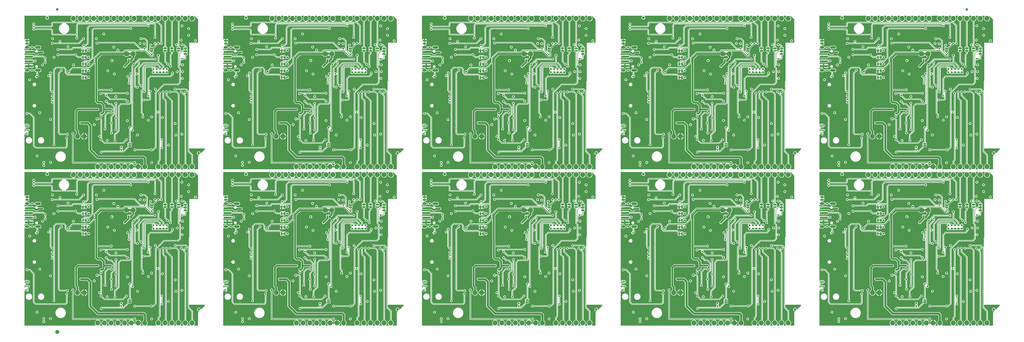
<source format=gbl>
G04 EAGLE Gerber RS-274X export*
G75*
%MOMM*%
%FSLAX34Y34*%
%LPD*%
%INBottom Copper*%
%IPPOS*%
%AMOC8*
5,1,8,0,0,1.08239X$1,22.5*%
G01*
%ADD10C,0.279400*%
%ADD11C,1.000000*%
%ADD12C,0.099000*%
%ADD13C,0.101600*%
%ADD14C,1.879600*%
%ADD15C,0.787400*%
%ADD16C,1.000000*%
%ADD17C,0.099059*%
%ADD18C,0.762000*%
%ADD19C,1.500000*%
%ADD20C,0.660400*%
%ADD21C,0.736600*%
%ADD22C,0.635000*%
%ADD23C,0.762000*%
%ADD24C,0.203200*%
%ADD25C,0.705600*%
%ADD26C,0.254000*%

G36*
X2518977Y592079D02*
X2518977Y592079D01*
X2519006Y592076D01*
X2519117Y592099D01*
X2519229Y592115D01*
X2519256Y592127D01*
X2519285Y592132D01*
X2519386Y592185D01*
X2519489Y592231D01*
X2519511Y592250D01*
X2519537Y592263D01*
X2519619Y592341D01*
X2519706Y592414D01*
X2519722Y592439D01*
X2519743Y592459D01*
X2519801Y592557D01*
X2519863Y592651D01*
X2519872Y592679D01*
X2519887Y592704D01*
X2519915Y592814D01*
X2519949Y592922D01*
X2519950Y592952D01*
X2519957Y592980D01*
X2519954Y593093D01*
X2519957Y593206D01*
X2519949Y593235D01*
X2519948Y593264D01*
X2519913Y593372D01*
X2519885Y593481D01*
X2519870Y593507D01*
X2519861Y593535D01*
X2519815Y593598D01*
X2519739Y593726D01*
X2519694Y593769D01*
X2519666Y593808D01*
X2517825Y595649D01*
X2516123Y599757D01*
X2516123Y604203D01*
X2517825Y608311D01*
X2520969Y611455D01*
X2522811Y612218D01*
X2522885Y612262D01*
X2522963Y612297D01*
X2523007Y612334D01*
X2523055Y612363D01*
X2523114Y612425D01*
X2523180Y612481D01*
X2523212Y612528D01*
X2523251Y612569D01*
X2523290Y612646D01*
X2523338Y612717D01*
X2523355Y612771D01*
X2523381Y612822D01*
X2523397Y612906D01*
X2523423Y612988D01*
X2523425Y613045D01*
X2523436Y613101D01*
X2523429Y613186D01*
X2523431Y613272D01*
X2523416Y613327D01*
X2523411Y613384D01*
X2523381Y613464D01*
X2523359Y613547D01*
X2523330Y613596D01*
X2523309Y613649D01*
X2523258Y613718D01*
X2523214Y613792D01*
X2523172Y613831D01*
X2523138Y613876D01*
X2523069Y613928D01*
X2523006Y613986D01*
X2522956Y614012D01*
X2522910Y614046D01*
X2522830Y614077D01*
X2522753Y614116D01*
X2522704Y614124D01*
X2522644Y614147D01*
X2522500Y614158D01*
X2522422Y614171D01*
X2432057Y614171D01*
X2430271Y615957D01*
X2430271Y721883D01*
X2430259Y721970D01*
X2430256Y722057D01*
X2430239Y722110D01*
X2430231Y722164D01*
X2430196Y722244D01*
X2430169Y722327D01*
X2430141Y722367D01*
X2430115Y722424D01*
X2430019Y722537D01*
X2429974Y722601D01*
X2429013Y723562D01*
X2428239Y725429D01*
X2428239Y727451D01*
X2429013Y729318D01*
X2430442Y730747D01*
X2432309Y731521D01*
X2434331Y731521D01*
X2436198Y730747D01*
X2437627Y729318D01*
X2438401Y727451D01*
X2438401Y725429D01*
X2437627Y723562D01*
X2436666Y722601D01*
X2436614Y722531D01*
X2436554Y722467D01*
X2436528Y722418D01*
X2436495Y722374D01*
X2436464Y722292D01*
X2436424Y722214D01*
X2436416Y722166D01*
X2436394Y722108D01*
X2436382Y721960D01*
X2436369Y721883D01*
X2436369Y621284D01*
X2436377Y621226D01*
X2436375Y621168D01*
X2436397Y621086D01*
X2436409Y621002D01*
X2436432Y620949D01*
X2436447Y620893D01*
X2436490Y620820D01*
X2436525Y620743D01*
X2436563Y620698D01*
X2436592Y620648D01*
X2436654Y620590D01*
X2436708Y620526D01*
X2436757Y620494D01*
X2436800Y620454D01*
X2436875Y620415D01*
X2436945Y620368D01*
X2437001Y620351D01*
X2437053Y620324D01*
X2437121Y620313D01*
X2437216Y620283D01*
X2437316Y620280D01*
X2437384Y620269D01*
X2662443Y620269D01*
X2662530Y620281D01*
X2662617Y620284D01*
X2662670Y620301D01*
X2662724Y620309D01*
X2662804Y620344D01*
X2662887Y620371D01*
X2662927Y620399D01*
X2662984Y620425D01*
X2663097Y620521D01*
X2663161Y620566D01*
X2664122Y621527D01*
X2665989Y622301D01*
X2668011Y622301D01*
X2669878Y621527D01*
X2671307Y620098D01*
X2672081Y618231D01*
X2672081Y616209D01*
X2671307Y614342D01*
X2669878Y612913D01*
X2668011Y612139D01*
X2665989Y612139D01*
X2664122Y612913D01*
X2663161Y613874D01*
X2663091Y613926D01*
X2663027Y613986D01*
X2662978Y614012D01*
X2662934Y614045D01*
X2662852Y614076D01*
X2662774Y614116D01*
X2662726Y614124D01*
X2662668Y614146D01*
X2662520Y614158D01*
X2662443Y614171D01*
X2660899Y614171D01*
X2660854Y614165D01*
X2660807Y614167D01*
X2660713Y614145D01*
X2660618Y614131D01*
X2660576Y614113D01*
X2660531Y614102D01*
X2660447Y614055D01*
X2660358Y614015D01*
X2660323Y613985D01*
X2660283Y613963D01*
X2660215Y613894D01*
X2660141Y613832D01*
X2660116Y613793D01*
X2660083Y613760D01*
X2660037Y613675D01*
X2659984Y613595D01*
X2659970Y613551D01*
X2659948Y613510D01*
X2659927Y613416D01*
X2659898Y613324D01*
X2659897Y613278D01*
X2659887Y613232D01*
X2659893Y613136D01*
X2659891Y613040D01*
X2659903Y612995D01*
X2659906Y612949D01*
X2659938Y612858D01*
X2659963Y612765D01*
X2659986Y612725D01*
X2660002Y612681D01*
X2660059Y612603D01*
X2660108Y612520D01*
X2660142Y612489D01*
X2660169Y612451D01*
X2660229Y612406D01*
X2660315Y612326D01*
X2660389Y612288D01*
X2660439Y612251D01*
X2660557Y612191D01*
X2662078Y611086D01*
X2663406Y609758D01*
X2664511Y608237D01*
X2665364Y606563D01*
X2665945Y604776D01*
X2665997Y604444D01*
X2666034Y604324D01*
X2666067Y604203D01*
X2666076Y604189D01*
X2666081Y604172D01*
X2666149Y604067D01*
X2666183Y604011D01*
X2655316Y604011D01*
X2655258Y604003D01*
X2655200Y604005D01*
X2655118Y603983D01*
X2655035Y603971D01*
X2654981Y603947D01*
X2654925Y603933D01*
X2654852Y603890D01*
X2654775Y603855D01*
X2654731Y603817D01*
X2654680Y603787D01*
X2654623Y603726D01*
X2654558Y603671D01*
X2654526Y603623D01*
X2654486Y603580D01*
X2654447Y603505D01*
X2654401Y603435D01*
X2654383Y603379D01*
X2654356Y603327D01*
X2654345Y603259D01*
X2654315Y603164D01*
X2654312Y603064D01*
X2654301Y602996D01*
X2654301Y600964D01*
X2654309Y600906D01*
X2654308Y600848D01*
X2654329Y600766D01*
X2654341Y600683D01*
X2654365Y600629D01*
X2654379Y600573D01*
X2654422Y600500D01*
X2654457Y600423D01*
X2654495Y600378D01*
X2654525Y600328D01*
X2654586Y600270D01*
X2654641Y600206D01*
X2654689Y600174D01*
X2654732Y600134D01*
X2654807Y600095D01*
X2654877Y600049D01*
X2654933Y600031D01*
X2654985Y600004D01*
X2655053Y599993D01*
X2655148Y599963D01*
X2655248Y599960D01*
X2655316Y599949D01*
X2678684Y599949D01*
X2678742Y599957D01*
X2678800Y599955D01*
X2678882Y599977D01*
X2678965Y599989D01*
X2679019Y600013D01*
X2679075Y600027D01*
X2679148Y600070D01*
X2679225Y600105D01*
X2679269Y600143D01*
X2679320Y600173D01*
X2679377Y600234D01*
X2679442Y600289D01*
X2679474Y600337D01*
X2679514Y600380D01*
X2679553Y600455D01*
X2679599Y600525D01*
X2679617Y600581D01*
X2679644Y600633D01*
X2679655Y600701D01*
X2679685Y600796D01*
X2679688Y600896D01*
X2679699Y600964D01*
X2679699Y601981D01*
X2679701Y601981D01*
X2679701Y600964D01*
X2679709Y600906D01*
X2679708Y600848D01*
X2679729Y600766D01*
X2679741Y600683D01*
X2679765Y600629D01*
X2679779Y600573D01*
X2679822Y600500D01*
X2679857Y600423D01*
X2679895Y600378D01*
X2679925Y600328D01*
X2679986Y600270D01*
X2680041Y600206D01*
X2680089Y600174D01*
X2680132Y600134D01*
X2680207Y600095D01*
X2680277Y600049D01*
X2680333Y600031D01*
X2680385Y600004D01*
X2680453Y599993D01*
X2680548Y599963D01*
X2680648Y599960D01*
X2680716Y599949D01*
X2691466Y599949D01*
X2691345Y599184D01*
X2690764Y597397D01*
X2689911Y595723D01*
X2688806Y594202D01*
X2688412Y593808D01*
X2688394Y593784D01*
X2688372Y593765D01*
X2688309Y593671D01*
X2688241Y593581D01*
X2688230Y593553D01*
X2688214Y593529D01*
X2688180Y593421D01*
X2688140Y593315D01*
X2688137Y593286D01*
X2688128Y593258D01*
X2688125Y593145D01*
X2688116Y593032D01*
X2688122Y593003D01*
X2688121Y592974D01*
X2688150Y592864D01*
X2688172Y592753D01*
X2688185Y592727D01*
X2688193Y592699D01*
X2688251Y592601D01*
X2688303Y592501D01*
X2688323Y592479D01*
X2688338Y592454D01*
X2688421Y592377D01*
X2688499Y592295D01*
X2688524Y592280D01*
X2688545Y592260D01*
X2688646Y592208D01*
X2688744Y592151D01*
X2688772Y592144D01*
X2688799Y592130D01*
X2688876Y592117D01*
X2689020Y592081D01*
X2689082Y592083D01*
X2689130Y592075D01*
X2696748Y592075D01*
X2696777Y592079D01*
X2696806Y592076D01*
X2696917Y592099D01*
X2697029Y592115D01*
X2697056Y592127D01*
X2697085Y592132D01*
X2697186Y592185D01*
X2697289Y592231D01*
X2697311Y592250D01*
X2697337Y592263D01*
X2697419Y592341D01*
X2697506Y592414D01*
X2697522Y592439D01*
X2697543Y592459D01*
X2697601Y592557D01*
X2697663Y592651D01*
X2697672Y592679D01*
X2697687Y592704D01*
X2697715Y592814D01*
X2697749Y592922D01*
X2697750Y592952D01*
X2697757Y592980D01*
X2697754Y593093D01*
X2697757Y593206D01*
X2697749Y593235D01*
X2697748Y593264D01*
X2697713Y593372D01*
X2697685Y593481D01*
X2697670Y593507D01*
X2697661Y593535D01*
X2697615Y593598D01*
X2697539Y593726D01*
X2697494Y593769D01*
X2697466Y593808D01*
X2695625Y595649D01*
X2693923Y599757D01*
X2693923Y604203D01*
X2695625Y608311D01*
X2698769Y611455D01*
X2698884Y611503D01*
X2698886Y611504D01*
X2698887Y611504D01*
X2699005Y611574D01*
X2699129Y611647D01*
X2699130Y611649D01*
X2699132Y611650D01*
X2699230Y611754D01*
X2699324Y611854D01*
X2699325Y611856D01*
X2699326Y611857D01*
X2699391Y611983D01*
X2699455Y612107D01*
X2699455Y612108D01*
X2699456Y612110D01*
X2699458Y612125D01*
X2699510Y612386D01*
X2699507Y612416D01*
X2699511Y612441D01*
X2699511Y629725D01*
X2699499Y629811D01*
X2699496Y629899D01*
X2699479Y629951D01*
X2699471Y630006D01*
X2699436Y630086D01*
X2699409Y630169D01*
X2699381Y630208D01*
X2699355Y630265D01*
X2699259Y630379D01*
X2699214Y630442D01*
X2698002Y631654D01*
X2697933Y631706D01*
X2697869Y631766D01*
X2697819Y631792D01*
X2697775Y631825D01*
X2697694Y631856D01*
X2697616Y631896D01*
X2697568Y631904D01*
X2697510Y631926D01*
X2697362Y631938D01*
X2697285Y631951D01*
X2526188Y631951D01*
X2524134Y632802D01*
X2496083Y660853D01*
X2494368Y662568D01*
X2493517Y664622D01*
X2493517Y754439D01*
X2493505Y754525D01*
X2493502Y754613D01*
X2493485Y754665D01*
X2493477Y754720D01*
X2493442Y754800D01*
X2493415Y754883D01*
X2493387Y754922D01*
X2493361Y754979D01*
X2493265Y755093D01*
X2493220Y755156D01*
X2487182Y761194D01*
X2487113Y761246D01*
X2487049Y761306D01*
X2486999Y761332D01*
X2486955Y761365D01*
X2486874Y761396D01*
X2486796Y761436D01*
X2486748Y761444D01*
X2486690Y761466D01*
X2486542Y761478D01*
X2486465Y761491D01*
X2462688Y761491D01*
X2460634Y762342D01*
X2459062Y763914D01*
X2458211Y765968D01*
X2458211Y768192D01*
X2459062Y770246D01*
X2460634Y771818D01*
X2462688Y772669D01*
X2490312Y772669D01*
X2492366Y771818D01*
X2503844Y760340D01*
X2504695Y758286D01*
X2504695Y668469D01*
X2504707Y668383D01*
X2504710Y668295D01*
X2504727Y668243D01*
X2504735Y668188D01*
X2504770Y668108D01*
X2504797Y668025D01*
X2504825Y667986D01*
X2504851Y667929D01*
X2504947Y667815D01*
X2504992Y667752D01*
X2529318Y643426D01*
X2529387Y643374D01*
X2529451Y643314D01*
X2529501Y643288D01*
X2529545Y643255D01*
X2529626Y643224D01*
X2529704Y643184D01*
X2529752Y643176D01*
X2529810Y643154D01*
X2529958Y643142D01*
X2530035Y643129D01*
X2701132Y643129D01*
X2703186Y642278D01*
X2709838Y635626D01*
X2710689Y633572D01*
X2710689Y612441D01*
X2710689Y612439D01*
X2710689Y612438D01*
X2710711Y612286D01*
X2710729Y612160D01*
X2710729Y612158D01*
X2710729Y612156D01*
X2710789Y612025D01*
X2710845Y611900D01*
X2710846Y611899D01*
X2710847Y611897D01*
X2710937Y611792D01*
X2711028Y611683D01*
X2711030Y611682D01*
X2711031Y611681D01*
X2711044Y611673D01*
X2711265Y611526D01*
X2711294Y611516D01*
X2711316Y611503D01*
X2711431Y611455D01*
X2714575Y608311D01*
X2716277Y604203D01*
X2716277Y599757D01*
X2714575Y595649D01*
X2712734Y593808D01*
X2712716Y593784D01*
X2712694Y593765D01*
X2712631Y593671D01*
X2712563Y593581D01*
X2712553Y593553D01*
X2712537Y593529D01*
X2712502Y593421D01*
X2712462Y593315D01*
X2712460Y593286D01*
X2712451Y593258D01*
X2712448Y593144D01*
X2712438Y593032D01*
X2712444Y593003D01*
X2712443Y592974D01*
X2712472Y592864D01*
X2712494Y592753D01*
X2712508Y592727D01*
X2712515Y592699D01*
X2712573Y592601D01*
X2712625Y592501D01*
X2712646Y592479D01*
X2712661Y592454D01*
X2712743Y592377D01*
X2712821Y592295D01*
X2712846Y592280D01*
X2712868Y592260D01*
X2712969Y592208D01*
X2713066Y592151D01*
X2713095Y592144D01*
X2713121Y592130D01*
X2713198Y592117D01*
X2713342Y592081D01*
X2713404Y592083D01*
X2713452Y592075D01*
X2747548Y592075D01*
X2747577Y592079D01*
X2747606Y592076D01*
X2747717Y592099D01*
X2747829Y592115D01*
X2747856Y592127D01*
X2747885Y592132D01*
X2747986Y592185D01*
X2748089Y592231D01*
X2748111Y592250D01*
X2748137Y592263D01*
X2748219Y592341D01*
X2748306Y592414D01*
X2748322Y592439D01*
X2748343Y592459D01*
X2748401Y592557D01*
X2748463Y592651D01*
X2748472Y592679D01*
X2748487Y592704D01*
X2748515Y592814D01*
X2748549Y592922D01*
X2748550Y592952D01*
X2748557Y592980D01*
X2748554Y593093D01*
X2748557Y593206D01*
X2748549Y593235D01*
X2748548Y593264D01*
X2748513Y593372D01*
X2748485Y593481D01*
X2748470Y593507D01*
X2748461Y593535D01*
X2748415Y593598D01*
X2748339Y593726D01*
X2748294Y593769D01*
X2748266Y593808D01*
X2746425Y595649D01*
X2744723Y599757D01*
X2744723Y604203D01*
X2746425Y608311D01*
X2749569Y611455D01*
X2752479Y612660D01*
X2752480Y612661D01*
X2752481Y612662D01*
X2752598Y612731D01*
X2752723Y612805D01*
X2752724Y612806D01*
X2752726Y612807D01*
X2752823Y612911D01*
X2752919Y613012D01*
X2752919Y613013D01*
X2752920Y613014D01*
X2752982Y613136D01*
X2753049Y613264D01*
X2753049Y613266D01*
X2753050Y613267D01*
X2753052Y613282D01*
X2753104Y613543D01*
X2753101Y613574D01*
X2753105Y613598D01*
X2753105Y623458D01*
X2757888Y628240D01*
X2757940Y628310D01*
X2758000Y628374D01*
X2758026Y628423D01*
X2758059Y628467D01*
X2758090Y628549D01*
X2758130Y628627D01*
X2758138Y628675D01*
X2758160Y628733D01*
X2758172Y628881D01*
X2758185Y628958D01*
X2758185Y802909D01*
X2758181Y802938D01*
X2758184Y802967D01*
X2758161Y803078D01*
X2758145Y803191D01*
X2758133Y803217D01*
X2758128Y803246D01*
X2758075Y803347D01*
X2758029Y803450D01*
X2758010Y803472D01*
X2757997Y803498D01*
X2757919Y803581D01*
X2757846Y803667D01*
X2757821Y803683D01*
X2757801Y803704D01*
X2757703Y803762D01*
X2757609Y803825D01*
X2757581Y803833D01*
X2757556Y803848D01*
X2757446Y803876D01*
X2757338Y803910D01*
X2757309Y803911D01*
X2757280Y803918D01*
X2757167Y803915D01*
X2757054Y803918D01*
X2757025Y803910D01*
X2756996Y803909D01*
X2756888Y803874D01*
X2756779Y803846D01*
X2756753Y803831D01*
X2756725Y803822D01*
X2756662Y803776D01*
X2756534Y803701D01*
X2756491Y803655D01*
X2756452Y803627D01*
X2756238Y803413D01*
X2754371Y802639D01*
X2752349Y802639D01*
X2750482Y803413D01*
X2750268Y803627D01*
X2750244Y803644D01*
X2750225Y803667D01*
X2750131Y803730D01*
X2750041Y803798D01*
X2750013Y803808D01*
X2749989Y803825D01*
X2749881Y803859D01*
X2749775Y803899D01*
X2749746Y803901D01*
X2749718Y803910D01*
X2749605Y803913D01*
X2749492Y803923D01*
X2749463Y803917D01*
X2749434Y803918D01*
X2749324Y803889D01*
X2749213Y803867D01*
X2749187Y803853D01*
X2749159Y803846D01*
X2749061Y803788D01*
X2748961Y803736D01*
X2748939Y803716D01*
X2748914Y803701D01*
X2748837Y803618D01*
X2748755Y803540D01*
X2748740Y803515D01*
X2748720Y803493D01*
X2748668Y803392D01*
X2748611Y803295D01*
X2748604Y803266D01*
X2748590Y803240D01*
X2748577Y803163D01*
X2748541Y803019D01*
X2748543Y802957D01*
X2748535Y802909D01*
X2748535Y673212D01*
X2738008Y662685D01*
X2735311Y662685D01*
X2735224Y662673D01*
X2735137Y662670D01*
X2735084Y662653D01*
X2735030Y662645D01*
X2734950Y662610D01*
X2734867Y662583D01*
X2734827Y662555D01*
X2734770Y662529D01*
X2734657Y662433D01*
X2734593Y662388D01*
X2733378Y661173D01*
X2731511Y660399D01*
X2729489Y660399D01*
X2727622Y661173D01*
X2726407Y662388D01*
X2726337Y662440D01*
X2726273Y662500D01*
X2726224Y662526D01*
X2726180Y662559D01*
X2726098Y662590D01*
X2726020Y662630D01*
X2725972Y662638D01*
X2725914Y662660D01*
X2725766Y662672D01*
X2725689Y662685D01*
X2671811Y662685D01*
X2671724Y662673D01*
X2671637Y662670D01*
X2671584Y662653D01*
X2671530Y662645D01*
X2671450Y662610D01*
X2671367Y662583D01*
X2671327Y662555D01*
X2671270Y662529D01*
X2671157Y662433D01*
X2671093Y662388D01*
X2669878Y661173D01*
X2668011Y660399D01*
X2665989Y660399D01*
X2664122Y661173D01*
X2662693Y662602D01*
X2661919Y664469D01*
X2661919Y666491D01*
X2662693Y668358D01*
X2664122Y669787D01*
X2665989Y670561D01*
X2668011Y670561D01*
X2669878Y669787D01*
X2671093Y668572D01*
X2671163Y668520D01*
X2671227Y668460D01*
X2671276Y668434D01*
X2671320Y668401D01*
X2671402Y668370D01*
X2671480Y668330D01*
X2671528Y668322D01*
X2671586Y668300D01*
X2671734Y668288D01*
X2671811Y668275D01*
X2725689Y668275D01*
X2725776Y668287D01*
X2725863Y668290D01*
X2725916Y668307D01*
X2725970Y668315D01*
X2726050Y668350D01*
X2726133Y668377D01*
X2726173Y668405D01*
X2726230Y668431D01*
X2726343Y668527D01*
X2726407Y668572D01*
X2727622Y669787D01*
X2729489Y670561D01*
X2731511Y670561D01*
X2733378Y669787D01*
X2734574Y668592D01*
X2734620Y668557D01*
X2734661Y668514D01*
X2734733Y668471D01*
X2734801Y668421D01*
X2734855Y668400D01*
X2734906Y668370D01*
X2734988Y668350D01*
X2735066Y668320D01*
X2735125Y668315D01*
X2735181Y668300D01*
X2735266Y668303D01*
X2735350Y668296D01*
X2735407Y668308D01*
X2735465Y668309D01*
X2735546Y668335D01*
X2735628Y668352D01*
X2735680Y668379D01*
X2735736Y668397D01*
X2735792Y668437D01*
X2735881Y668483D01*
X2735953Y668552D01*
X2736009Y668592D01*
X2742648Y675230D01*
X2742700Y675300D01*
X2742760Y675364D01*
X2742786Y675413D01*
X2742819Y675457D01*
X2742850Y675539D01*
X2742890Y675617D01*
X2742898Y675665D01*
X2742920Y675723D01*
X2742932Y675871D01*
X2742945Y675948D01*
X2742945Y882538D01*
X2744880Y884472D01*
X2748574Y888166D01*
X2748626Y888235D01*
X2748685Y888298D01*
X2748711Y888348D01*
X2748745Y888394D01*
X2748776Y888474D01*
X2748815Y888550D01*
X2748826Y888606D01*
X2748846Y888659D01*
X2748853Y888745D01*
X2748870Y888829D01*
X2748865Y888886D01*
X2748870Y888943D01*
X2748853Y889027D01*
X2748846Y889112D01*
X2748825Y889166D01*
X2748814Y889221D01*
X2748774Y889298D01*
X2748744Y889378D01*
X2748709Y889423D01*
X2748683Y889474D01*
X2748624Y889536D01*
X2748572Y889604D01*
X2748526Y889638D01*
X2748487Y889680D01*
X2748413Y889723D01*
X2748344Y889775D01*
X2748291Y889795D01*
X2748242Y889824D01*
X2748159Y889845D01*
X2748078Y889875D01*
X2748021Y889880D01*
X2747966Y889894D01*
X2747881Y889891D01*
X2747795Y889898D01*
X2747747Y889887D01*
X2747682Y889885D01*
X2747544Y889840D01*
X2747468Y889822D01*
X2745481Y888999D01*
X2743459Y888999D01*
X2741592Y889773D01*
X2740163Y891202D01*
X2739389Y893069D01*
X2739389Y895091D01*
X2740163Y896958D01*
X2741592Y898387D01*
X2743459Y899161D01*
X2745481Y899161D01*
X2747348Y898387D01*
X2748777Y896958D01*
X2749551Y895091D01*
X2749551Y893069D01*
X2748728Y891082D01*
X2748706Y890999D01*
X2748676Y890919D01*
X2748671Y890862D01*
X2748657Y890807D01*
X2748659Y890721D01*
X2748652Y890635D01*
X2748663Y890580D01*
X2748665Y890523D01*
X2748691Y890441D01*
X2748708Y890357D01*
X2748734Y890306D01*
X2748751Y890252D01*
X2748799Y890181D01*
X2748839Y890104D01*
X2748878Y890063D01*
X2748910Y890016D01*
X2748976Y889961D01*
X2749035Y889898D01*
X2749084Y889870D01*
X2749127Y889833D01*
X2749206Y889798D01*
X2749280Y889755D01*
X2749335Y889741D01*
X2749387Y889717D01*
X2749472Y889706D01*
X2749556Y889684D01*
X2749612Y889686D01*
X2749669Y889678D01*
X2749754Y889691D01*
X2749840Y889694D01*
X2749894Y889711D01*
X2749950Y889719D01*
X2750028Y889755D01*
X2750110Y889781D01*
X2750150Y889810D01*
X2750209Y889836D01*
X2750320Y889930D01*
X2750384Y889976D01*
X2773128Y912720D01*
X2775062Y914655D01*
X2827982Y914655D01*
X2828068Y914667D01*
X2828156Y914670D01*
X2828209Y914687D01*
X2828263Y914695D01*
X2828343Y914730D01*
X2828426Y914757D01*
X2828466Y914785D01*
X2828523Y914811D01*
X2828636Y914907D01*
X2828700Y914952D01*
X2834088Y920340D01*
X2834140Y920410D01*
X2834200Y920474D01*
X2834226Y920523D01*
X2834259Y920567D01*
X2834290Y920649D01*
X2834330Y920727D01*
X2834338Y920775D01*
X2834360Y920833D01*
X2834372Y920981D01*
X2834385Y921058D01*
X2834385Y971242D01*
X2834373Y971328D01*
X2834370Y971416D01*
X2834353Y971469D01*
X2834345Y971523D01*
X2834310Y971603D01*
X2834283Y971686D01*
X2834255Y971726D01*
X2834229Y971783D01*
X2834133Y971896D01*
X2834088Y971960D01*
X2829305Y976742D01*
X2829305Y1033907D01*
X2829297Y1033965D01*
X2829299Y1034023D01*
X2829277Y1034105D01*
X2829265Y1034189D01*
X2829242Y1034242D01*
X2829227Y1034298D01*
X2829184Y1034371D01*
X2829149Y1034448D01*
X2829111Y1034493D01*
X2829082Y1034543D01*
X2829020Y1034601D01*
X2828966Y1034665D01*
X2828917Y1034697D01*
X2828874Y1034737D01*
X2828799Y1034776D01*
X2828729Y1034823D01*
X2828673Y1034840D01*
X2828621Y1034867D01*
X2828553Y1034878D01*
X2828458Y1034908D01*
X2828358Y1034911D01*
X2828290Y1034922D01*
X2825311Y1034922D01*
X2823971Y1036262D01*
X2823971Y1043704D01*
X2823975Y1043714D01*
X2823980Y1043773D01*
X2823995Y1043830D01*
X2823992Y1043914D01*
X2823999Y1043998D01*
X2823987Y1044055D01*
X2823986Y1044114D01*
X2823971Y1044158D01*
X2823971Y1051618D01*
X2825311Y1052958D01*
X2828290Y1052958D01*
X2828348Y1052966D01*
X2828406Y1052964D01*
X2828488Y1052986D01*
X2828572Y1052998D01*
X2828625Y1053021D01*
X2828681Y1053036D01*
X2828754Y1053079D01*
X2828831Y1053114D01*
X2828876Y1053152D01*
X2828926Y1053181D01*
X2828984Y1053243D01*
X2829048Y1053297D01*
X2829080Y1053346D01*
X2829120Y1053389D01*
X2829159Y1053464D01*
X2829206Y1053534D01*
X2829223Y1053590D01*
X2829250Y1053642D01*
X2829261Y1053710D01*
X2829291Y1053805D01*
X2829294Y1053905D01*
X2829305Y1053973D01*
X2829305Y1056909D01*
X2829301Y1056938D01*
X2829304Y1056967D01*
X2829281Y1057078D01*
X2829265Y1057191D01*
X2829253Y1057217D01*
X2829248Y1057246D01*
X2829195Y1057347D01*
X2829149Y1057450D01*
X2829130Y1057472D01*
X2829117Y1057498D01*
X2829039Y1057581D01*
X2828966Y1057667D01*
X2828941Y1057683D01*
X2828921Y1057704D01*
X2828823Y1057762D01*
X2828729Y1057825D01*
X2828701Y1057833D01*
X2828676Y1057848D01*
X2828566Y1057876D01*
X2828458Y1057910D01*
X2828429Y1057911D01*
X2828400Y1057918D01*
X2828287Y1057915D01*
X2828174Y1057918D01*
X2828145Y1057910D01*
X2828116Y1057909D01*
X2828008Y1057874D01*
X2827899Y1057846D01*
X2827873Y1057831D01*
X2827845Y1057822D01*
X2827782Y1057776D01*
X2827654Y1057701D01*
X2827611Y1057655D01*
X2827572Y1057627D01*
X2827358Y1057413D01*
X2825491Y1056639D01*
X2823469Y1056639D01*
X2821602Y1057413D01*
X2820173Y1058842D01*
X2819399Y1060709D01*
X2819399Y1062731D01*
X2820173Y1064598D01*
X2821602Y1066027D01*
X2823469Y1066801D01*
X2825491Y1066801D01*
X2827358Y1066027D01*
X2827572Y1065813D01*
X2827596Y1065796D01*
X2827615Y1065773D01*
X2827709Y1065710D01*
X2827799Y1065642D01*
X2827827Y1065632D01*
X2827851Y1065615D01*
X2827959Y1065581D01*
X2828065Y1065541D01*
X2828094Y1065539D01*
X2828122Y1065530D01*
X2828235Y1065527D01*
X2828348Y1065517D01*
X2828377Y1065523D01*
X2828406Y1065522D01*
X2828516Y1065551D01*
X2828627Y1065573D01*
X2828653Y1065587D01*
X2828681Y1065594D01*
X2828779Y1065652D01*
X2828879Y1065704D01*
X2828901Y1065724D01*
X2828926Y1065739D01*
X2829003Y1065822D01*
X2829085Y1065900D01*
X2829100Y1065925D01*
X2829120Y1065947D01*
X2829172Y1066048D01*
X2829229Y1066145D01*
X2829236Y1066174D01*
X2829250Y1066200D01*
X2829263Y1066277D01*
X2829299Y1066421D01*
X2829297Y1066483D01*
X2829305Y1066531D01*
X2829305Y1149162D01*
X2829305Y1149163D01*
X2829305Y1149165D01*
X2829285Y1149304D01*
X2829265Y1149443D01*
X2829265Y1149445D01*
X2829265Y1149446D01*
X2829208Y1149572D01*
X2829149Y1149703D01*
X2829148Y1149704D01*
X2829147Y1149705D01*
X2829056Y1149812D01*
X2828966Y1149920D01*
X2828964Y1149920D01*
X2828963Y1149922D01*
X2828950Y1149930D01*
X2828729Y1150077D01*
X2828700Y1150086D01*
X2828679Y1150100D01*
X2825769Y1151305D01*
X2822625Y1154449D01*
X2820923Y1158557D01*
X2820923Y1163003D01*
X2822625Y1167111D01*
X2824466Y1168952D01*
X2824484Y1168976D01*
X2824506Y1168995D01*
X2824569Y1169089D01*
X2824637Y1169179D01*
X2824647Y1169207D01*
X2824663Y1169231D01*
X2824698Y1169339D01*
X2824738Y1169445D01*
X2824740Y1169474D01*
X2824749Y1169502D01*
X2824752Y1169616D01*
X2824762Y1169728D01*
X2824756Y1169757D01*
X2824757Y1169786D01*
X2824728Y1169896D01*
X2824706Y1170007D01*
X2824692Y1170033D01*
X2824685Y1170061D01*
X2824627Y1170159D01*
X2824575Y1170259D01*
X2824554Y1170281D01*
X2824539Y1170306D01*
X2824457Y1170383D01*
X2824379Y1170465D01*
X2824354Y1170480D01*
X2824332Y1170500D01*
X2824231Y1170552D01*
X2824134Y1170609D01*
X2824105Y1170616D01*
X2824079Y1170630D01*
X2824002Y1170643D01*
X2823858Y1170679D01*
X2823796Y1170677D01*
X2823748Y1170685D01*
X2815052Y1170685D01*
X2815023Y1170681D01*
X2814994Y1170684D01*
X2814883Y1170661D01*
X2814771Y1170645D01*
X2814744Y1170633D01*
X2814715Y1170628D01*
X2814614Y1170575D01*
X2814511Y1170529D01*
X2814489Y1170510D01*
X2814463Y1170497D01*
X2814381Y1170419D01*
X2814294Y1170346D01*
X2814278Y1170321D01*
X2814257Y1170301D01*
X2814199Y1170203D01*
X2814137Y1170109D01*
X2814128Y1170081D01*
X2814113Y1170056D01*
X2814085Y1169946D01*
X2814051Y1169838D01*
X2814050Y1169808D01*
X2814043Y1169780D01*
X2814046Y1169667D01*
X2814043Y1169554D01*
X2814051Y1169525D01*
X2814052Y1169496D01*
X2814087Y1169388D01*
X2814115Y1169279D01*
X2814130Y1169253D01*
X2814139Y1169225D01*
X2814185Y1169162D01*
X2814261Y1169034D01*
X2814306Y1168991D01*
X2814334Y1168952D01*
X2816175Y1167111D01*
X2817877Y1163003D01*
X2817877Y1158557D01*
X2816175Y1154449D01*
X2813031Y1151305D01*
X2810121Y1150100D01*
X2810120Y1150099D01*
X2810119Y1150098D01*
X2810000Y1150028D01*
X2809877Y1149955D01*
X2809876Y1149954D01*
X2809874Y1149953D01*
X2809777Y1149849D01*
X2809681Y1149748D01*
X2809681Y1149747D01*
X2809680Y1149746D01*
X2809614Y1149617D01*
X2809551Y1149496D01*
X2809551Y1149494D01*
X2809550Y1149493D01*
X2809548Y1149478D01*
X2809496Y1149217D01*
X2809499Y1149186D01*
X2809495Y1149162D01*
X2809495Y1055243D01*
X2809503Y1055185D01*
X2809501Y1055127D01*
X2809523Y1055045D01*
X2809535Y1054961D01*
X2809558Y1054908D01*
X2809573Y1054852D01*
X2809616Y1054779D01*
X2809651Y1054702D01*
X2809689Y1054657D01*
X2809718Y1054607D01*
X2809780Y1054549D01*
X2809834Y1054485D01*
X2809883Y1054453D01*
X2809926Y1054413D01*
X2810001Y1054374D01*
X2810071Y1054327D01*
X2810127Y1054310D01*
X2810179Y1054283D01*
X2810247Y1054272D01*
X2810342Y1054242D01*
X2810442Y1054239D01*
X2810510Y1054228D01*
X2813497Y1054228D01*
X2814829Y1052896D01*
X2814829Y1045398D01*
X2814088Y1044658D01*
X2814053Y1044611D01*
X2814011Y1044571D01*
X2813968Y1044498D01*
X2813917Y1044431D01*
X2813897Y1044376D01*
X2813867Y1044326D01*
X2813846Y1044244D01*
X2813816Y1044165D01*
X2813811Y1044107D01*
X2813797Y1044050D01*
X2813800Y1043966D01*
X2813793Y1043882D01*
X2813804Y1043824D01*
X2813806Y1043766D01*
X2813832Y1043686D01*
X2813848Y1043603D01*
X2813875Y1043551D01*
X2813893Y1043495D01*
X2813934Y1043439D01*
X2813979Y1043351D01*
X2814048Y1043278D01*
X2814088Y1043222D01*
X2814829Y1042482D01*
X2814829Y1034984D01*
X2813497Y1033652D01*
X2810510Y1033652D01*
X2810452Y1033644D01*
X2810394Y1033646D01*
X2810312Y1033624D01*
X2810228Y1033612D01*
X2810175Y1033589D01*
X2810119Y1033574D01*
X2810046Y1033531D01*
X2809969Y1033496D01*
X2809924Y1033458D01*
X2809874Y1033429D01*
X2809816Y1033367D01*
X2809752Y1033313D01*
X2809720Y1033264D01*
X2809680Y1033221D01*
X2809641Y1033146D01*
X2809594Y1033076D01*
X2809577Y1033020D01*
X2809550Y1032968D01*
X2809539Y1032900D01*
X2809509Y1032805D01*
X2809506Y1032705D01*
X2809495Y1032637D01*
X2809495Y1027542D01*
X2804712Y1022760D01*
X2804660Y1022690D01*
X2804600Y1022626D01*
X2804574Y1022577D01*
X2804541Y1022533D01*
X2804510Y1022451D01*
X2804470Y1022373D01*
X2804462Y1022325D01*
X2804440Y1022267D01*
X2804428Y1022119D01*
X2804415Y1022042D01*
X2804415Y985251D01*
X2804427Y985164D01*
X2804430Y985077D01*
X2804447Y985024D01*
X2804455Y984970D01*
X2804490Y984890D01*
X2804517Y984807D01*
X2804545Y984767D01*
X2804571Y984710D01*
X2804667Y984597D01*
X2804712Y984533D01*
X2805927Y983318D01*
X2806701Y981451D01*
X2806701Y979429D01*
X2805927Y977562D01*
X2804498Y976133D01*
X2802631Y975359D01*
X2800609Y975359D01*
X2798742Y976133D01*
X2797313Y977562D01*
X2796539Y979429D01*
X2796539Y981451D01*
X2797313Y983318D01*
X2798528Y984533D01*
X2798580Y984603D01*
X2798640Y984667D01*
X2798666Y984716D01*
X2798699Y984760D01*
X2798730Y984842D01*
X2798770Y984920D01*
X2798778Y984968D01*
X2798800Y985026D01*
X2798812Y985174D01*
X2798825Y985251D01*
X2798825Y1024778D01*
X2803608Y1029560D01*
X2803660Y1029630D01*
X2803720Y1029694D01*
X2803746Y1029743D01*
X2803779Y1029787D01*
X2803810Y1029869D01*
X2803850Y1029947D01*
X2803858Y1029995D01*
X2803880Y1030053D01*
X2803892Y1030201D01*
X2803905Y1030278D01*
X2803905Y1032637D01*
X2803897Y1032695D01*
X2803899Y1032753D01*
X2803877Y1032835D01*
X2803865Y1032919D01*
X2803842Y1032972D01*
X2803827Y1033028D01*
X2803784Y1033101D01*
X2803749Y1033178D01*
X2803711Y1033223D01*
X2803682Y1033273D01*
X2803620Y1033331D01*
X2803566Y1033395D01*
X2803517Y1033427D01*
X2803474Y1033467D01*
X2803399Y1033506D01*
X2803329Y1033553D01*
X2803273Y1033570D01*
X2803221Y1033597D01*
X2803153Y1033608D01*
X2803058Y1033638D01*
X2802958Y1033641D01*
X2802890Y1033652D01*
X2799903Y1033652D01*
X2798571Y1034984D01*
X2798571Y1042482D01*
X2799312Y1043222D01*
X2799347Y1043269D01*
X2799389Y1043309D01*
X2799432Y1043382D01*
X2799483Y1043449D01*
X2799503Y1043504D01*
X2799533Y1043554D01*
X2799554Y1043636D01*
X2799584Y1043715D01*
X2799589Y1043773D01*
X2799603Y1043830D01*
X2799600Y1043914D01*
X2799607Y1043998D01*
X2799596Y1044056D01*
X2799594Y1044114D01*
X2799568Y1044194D01*
X2799552Y1044277D01*
X2799525Y1044329D01*
X2799507Y1044385D01*
X2799467Y1044441D01*
X2799421Y1044529D01*
X2799352Y1044602D01*
X2799312Y1044658D01*
X2798571Y1045398D01*
X2798571Y1052896D01*
X2799903Y1054228D01*
X2802890Y1054228D01*
X2802948Y1054236D01*
X2803006Y1054234D01*
X2803088Y1054256D01*
X2803172Y1054268D01*
X2803225Y1054291D01*
X2803281Y1054306D01*
X2803354Y1054349D01*
X2803431Y1054384D01*
X2803476Y1054422D01*
X2803526Y1054451D01*
X2803584Y1054513D01*
X2803648Y1054567D01*
X2803680Y1054616D01*
X2803720Y1054659D01*
X2803759Y1054734D01*
X2803806Y1054804D01*
X2803823Y1054860D01*
X2803850Y1054912D01*
X2803861Y1054980D01*
X2803891Y1055075D01*
X2803894Y1055175D01*
X2803905Y1055243D01*
X2803905Y1149162D01*
X2803905Y1149163D01*
X2803905Y1149165D01*
X2803885Y1149304D01*
X2803865Y1149443D01*
X2803865Y1149445D01*
X2803865Y1149446D01*
X2803808Y1149572D01*
X2803749Y1149703D01*
X2803748Y1149704D01*
X2803747Y1149705D01*
X2803656Y1149812D01*
X2803566Y1149920D01*
X2803564Y1149920D01*
X2803563Y1149922D01*
X2803550Y1149930D01*
X2803329Y1150077D01*
X2803300Y1150086D01*
X2803279Y1150100D01*
X2800369Y1151305D01*
X2797225Y1154449D01*
X2795523Y1158557D01*
X2795523Y1163003D01*
X2797225Y1167111D01*
X2799066Y1168952D01*
X2799084Y1168976D01*
X2799106Y1168995D01*
X2799169Y1169089D01*
X2799237Y1169179D01*
X2799247Y1169207D01*
X2799263Y1169231D01*
X2799298Y1169339D01*
X2799338Y1169445D01*
X2799340Y1169474D01*
X2799349Y1169502D01*
X2799352Y1169616D01*
X2799362Y1169728D01*
X2799356Y1169757D01*
X2799357Y1169786D01*
X2799328Y1169896D01*
X2799306Y1170007D01*
X2799292Y1170033D01*
X2799285Y1170061D01*
X2799227Y1170159D01*
X2799175Y1170259D01*
X2799154Y1170281D01*
X2799139Y1170306D01*
X2799057Y1170383D01*
X2798979Y1170465D01*
X2798954Y1170480D01*
X2798932Y1170500D01*
X2798831Y1170552D01*
X2798734Y1170609D01*
X2798705Y1170616D01*
X2798679Y1170630D01*
X2798602Y1170643D01*
X2798458Y1170679D01*
X2798396Y1170677D01*
X2798348Y1170685D01*
X2789652Y1170685D01*
X2789623Y1170681D01*
X2789594Y1170684D01*
X2789483Y1170661D01*
X2789371Y1170645D01*
X2789344Y1170633D01*
X2789315Y1170628D01*
X2789214Y1170575D01*
X2789111Y1170529D01*
X2789089Y1170510D01*
X2789063Y1170497D01*
X2788981Y1170419D01*
X2788894Y1170346D01*
X2788878Y1170321D01*
X2788857Y1170301D01*
X2788799Y1170203D01*
X2788737Y1170109D01*
X2788728Y1170081D01*
X2788713Y1170056D01*
X2788685Y1169946D01*
X2788651Y1169838D01*
X2788650Y1169808D01*
X2788643Y1169780D01*
X2788646Y1169667D01*
X2788643Y1169554D01*
X2788651Y1169525D01*
X2788652Y1169496D01*
X2788687Y1169388D01*
X2788715Y1169279D01*
X2788730Y1169253D01*
X2788739Y1169225D01*
X2788785Y1169162D01*
X2788861Y1169034D01*
X2788906Y1168991D01*
X2788934Y1168952D01*
X2790775Y1167111D01*
X2792477Y1163003D01*
X2792477Y1158557D01*
X2790775Y1154449D01*
X2787631Y1151305D01*
X2784721Y1150100D01*
X2784720Y1150099D01*
X2784719Y1150098D01*
X2784600Y1150028D01*
X2784477Y1149955D01*
X2784476Y1149954D01*
X2784474Y1149953D01*
X2784377Y1149849D01*
X2784281Y1149748D01*
X2784281Y1149747D01*
X2784280Y1149746D01*
X2784214Y1149617D01*
X2784151Y1149496D01*
X2784151Y1149494D01*
X2784150Y1149493D01*
X2784148Y1149478D01*
X2784096Y1149217D01*
X2784099Y1149186D01*
X2784095Y1149162D01*
X2784095Y1055243D01*
X2784103Y1055185D01*
X2784101Y1055127D01*
X2784123Y1055045D01*
X2784135Y1054961D01*
X2784158Y1054908D01*
X2784173Y1054852D01*
X2784216Y1054779D01*
X2784251Y1054702D01*
X2784289Y1054657D01*
X2784318Y1054607D01*
X2784380Y1054549D01*
X2784434Y1054485D01*
X2784483Y1054453D01*
X2784526Y1054413D01*
X2784601Y1054374D01*
X2784671Y1054327D01*
X2784727Y1054310D01*
X2784779Y1054283D01*
X2784847Y1054272D01*
X2784942Y1054242D01*
X2785042Y1054239D01*
X2785110Y1054228D01*
X2788097Y1054228D01*
X2789429Y1052896D01*
X2789429Y1045398D01*
X2788688Y1044658D01*
X2788653Y1044611D01*
X2788611Y1044571D01*
X2788568Y1044498D01*
X2788517Y1044431D01*
X2788497Y1044376D01*
X2788467Y1044326D01*
X2788446Y1044244D01*
X2788416Y1044165D01*
X2788411Y1044107D01*
X2788397Y1044050D01*
X2788400Y1043966D01*
X2788393Y1043882D01*
X2788404Y1043824D01*
X2788406Y1043766D01*
X2788432Y1043686D01*
X2788448Y1043603D01*
X2788475Y1043551D01*
X2788493Y1043495D01*
X2788534Y1043439D01*
X2788579Y1043351D01*
X2788648Y1043278D01*
X2788688Y1043222D01*
X2789429Y1042482D01*
X2789429Y1034984D01*
X2788097Y1033652D01*
X2785110Y1033652D01*
X2785052Y1033644D01*
X2784994Y1033646D01*
X2784912Y1033624D01*
X2784828Y1033612D01*
X2784775Y1033589D01*
X2784719Y1033574D01*
X2784646Y1033531D01*
X2784569Y1033496D01*
X2784524Y1033458D01*
X2784474Y1033429D01*
X2784416Y1033367D01*
X2784352Y1033313D01*
X2784320Y1033264D01*
X2784280Y1033221D01*
X2784241Y1033146D01*
X2784194Y1033076D01*
X2784177Y1033020D01*
X2784150Y1032968D01*
X2784139Y1032900D01*
X2784109Y1032805D01*
X2784106Y1032705D01*
X2784095Y1032637D01*
X2784095Y999798D01*
X2784107Y999712D01*
X2784110Y999624D01*
X2784127Y999571D01*
X2784135Y999517D01*
X2784170Y999437D01*
X2784197Y999354D01*
X2784225Y999314D01*
X2784251Y999257D01*
X2784347Y999144D01*
X2784392Y999080D01*
X2790034Y993438D01*
X2790104Y993386D01*
X2790168Y993326D01*
X2790217Y993300D01*
X2790261Y993267D01*
X2790343Y993236D01*
X2790421Y993196D01*
X2790469Y993188D01*
X2790527Y993166D01*
X2790675Y993154D01*
X2790752Y993141D01*
X2792471Y993141D01*
X2794338Y992367D01*
X2795767Y990938D01*
X2796541Y989071D01*
X2796541Y987049D01*
X2795767Y985182D01*
X2794338Y983753D01*
X2792471Y982979D01*
X2790449Y982979D01*
X2788582Y983753D01*
X2787153Y985182D01*
X2786379Y987049D01*
X2786379Y988768D01*
X2786367Y988854D01*
X2786364Y988942D01*
X2786347Y988995D01*
X2786339Y989049D01*
X2786304Y989129D01*
X2786277Y989212D01*
X2786249Y989252D01*
X2786223Y989309D01*
X2786127Y989422D01*
X2786082Y989486D01*
X2778505Y997062D01*
X2778505Y1032637D01*
X2778497Y1032695D01*
X2778499Y1032753D01*
X2778477Y1032835D01*
X2778465Y1032919D01*
X2778442Y1032972D01*
X2778427Y1033028D01*
X2778384Y1033101D01*
X2778349Y1033178D01*
X2778311Y1033223D01*
X2778282Y1033273D01*
X2778220Y1033331D01*
X2778166Y1033395D01*
X2778117Y1033427D01*
X2778074Y1033467D01*
X2777999Y1033506D01*
X2777929Y1033553D01*
X2777873Y1033570D01*
X2777821Y1033597D01*
X2777753Y1033608D01*
X2777658Y1033638D01*
X2777558Y1033641D01*
X2777490Y1033652D01*
X2774503Y1033652D01*
X2773171Y1034984D01*
X2773171Y1042482D01*
X2773912Y1043222D01*
X2773947Y1043269D01*
X2773989Y1043309D01*
X2774032Y1043382D01*
X2774083Y1043449D01*
X2774103Y1043504D01*
X2774133Y1043554D01*
X2774154Y1043636D01*
X2774184Y1043715D01*
X2774189Y1043773D01*
X2774203Y1043830D01*
X2774200Y1043914D01*
X2774207Y1043998D01*
X2774196Y1044056D01*
X2774194Y1044114D01*
X2774168Y1044194D01*
X2774152Y1044277D01*
X2774125Y1044329D01*
X2774107Y1044385D01*
X2774067Y1044441D01*
X2774021Y1044529D01*
X2773952Y1044602D01*
X2773912Y1044658D01*
X2773171Y1045398D01*
X2773171Y1052896D01*
X2774503Y1054228D01*
X2777490Y1054228D01*
X2777548Y1054236D01*
X2777606Y1054234D01*
X2777688Y1054256D01*
X2777772Y1054268D01*
X2777825Y1054291D01*
X2777881Y1054306D01*
X2777954Y1054349D01*
X2778031Y1054384D01*
X2778076Y1054422D01*
X2778126Y1054451D01*
X2778184Y1054513D01*
X2778248Y1054567D01*
X2778280Y1054616D01*
X2778320Y1054659D01*
X2778359Y1054734D01*
X2778406Y1054804D01*
X2778423Y1054860D01*
X2778450Y1054912D01*
X2778461Y1054980D01*
X2778491Y1055075D01*
X2778494Y1055175D01*
X2778505Y1055243D01*
X2778505Y1149162D01*
X2778505Y1149163D01*
X2778505Y1149165D01*
X2778485Y1149304D01*
X2778465Y1149443D01*
X2778465Y1149445D01*
X2778465Y1149446D01*
X2778408Y1149572D01*
X2778349Y1149703D01*
X2778348Y1149704D01*
X2778347Y1149705D01*
X2778256Y1149812D01*
X2778166Y1149920D01*
X2778164Y1149920D01*
X2778163Y1149922D01*
X2778150Y1149930D01*
X2777929Y1150077D01*
X2777900Y1150086D01*
X2777879Y1150100D01*
X2774969Y1151305D01*
X2771825Y1154449D01*
X2770123Y1158557D01*
X2770123Y1163003D01*
X2771825Y1167111D01*
X2773666Y1168952D01*
X2773684Y1168976D01*
X2773706Y1168995D01*
X2773769Y1169089D01*
X2773837Y1169179D01*
X2773847Y1169207D01*
X2773863Y1169231D01*
X2773898Y1169339D01*
X2773938Y1169445D01*
X2773940Y1169474D01*
X2773949Y1169502D01*
X2773952Y1169616D01*
X2773962Y1169728D01*
X2773956Y1169757D01*
X2773957Y1169786D01*
X2773928Y1169896D01*
X2773906Y1170007D01*
X2773892Y1170033D01*
X2773885Y1170061D01*
X2773827Y1170159D01*
X2773775Y1170259D01*
X2773754Y1170281D01*
X2773739Y1170306D01*
X2773657Y1170383D01*
X2773579Y1170465D01*
X2773554Y1170480D01*
X2773532Y1170500D01*
X2773431Y1170552D01*
X2773334Y1170609D01*
X2773305Y1170616D01*
X2773279Y1170630D01*
X2773202Y1170643D01*
X2773058Y1170679D01*
X2772996Y1170677D01*
X2772948Y1170685D01*
X2764252Y1170685D01*
X2764223Y1170681D01*
X2764194Y1170684D01*
X2764083Y1170661D01*
X2763971Y1170645D01*
X2763944Y1170633D01*
X2763915Y1170628D01*
X2763814Y1170575D01*
X2763711Y1170529D01*
X2763689Y1170510D01*
X2763663Y1170497D01*
X2763581Y1170419D01*
X2763494Y1170346D01*
X2763478Y1170321D01*
X2763457Y1170301D01*
X2763399Y1170203D01*
X2763337Y1170109D01*
X2763328Y1170081D01*
X2763313Y1170056D01*
X2763285Y1169946D01*
X2763251Y1169838D01*
X2763250Y1169808D01*
X2763243Y1169780D01*
X2763246Y1169667D01*
X2763243Y1169554D01*
X2763251Y1169525D01*
X2763252Y1169496D01*
X2763287Y1169388D01*
X2763315Y1169279D01*
X2763330Y1169253D01*
X2763339Y1169225D01*
X2763385Y1169162D01*
X2763461Y1169034D01*
X2763506Y1168991D01*
X2763534Y1168952D01*
X2765375Y1167111D01*
X2767077Y1163003D01*
X2767077Y1158557D01*
X2765375Y1154449D01*
X2762231Y1151305D01*
X2758063Y1149578D01*
X2757959Y1149563D01*
X2757932Y1149551D01*
X2757903Y1149546D01*
X2757803Y1149494D01*
X2757699Y1149447D01*
X2757677Y1149428D01*
X2757651Y1149415D01*
X2757569Y1149337D01*
X2757482Y1149264D01*
X2757466Y1149239D01*
X2757445Y1149219D01*
X2757387Y1149121D01*
X2757325Y1149027D01*
X2757316Y1148999D01*
X2757301Y1148974D01*
X2757273Y1148864D01*
X2757239Y1148756D01*
X2757238Y1148726D01*
X2757231Y1148698D01*
X2757234Y1148585D01*
X2757232Y1148472D01*
X2757239Y1148443D01*
X2757240Y1148414D01*
X2757275Y1148306D01*
X2757303Y1148197D01*
X2757318Y1148171D01*
X2757327Y1148143D01*
X2757373Y1148080D01*
X2757449Y1147952D01*
X2757494Y1147909D01*
X2757522Y1147870D01*
X2768190Y1137202D01*
X2770125Y1135268D01*
X2770125Y1071611D01*
X2770137Y1071524D01*
X2770140Y1071437D01*
X2770157Y1071384D01*
X2770165Y1071330D01*
X2770200Y1071250D01*
X2770227Y1071167D01*
X2770255Y1071127D01*
X2770281Y1071070D01*
X2770377Y1070957D01*
X2770422Y1070893D01*
X2771637Y1069678D01*
X2772411Y1067811D01*
X2772411Y1065789D01*
X2771637Y1063922D01*
X2770208Y1062493D01*
X2768341Y1061719D01*
X2766319Y1061719D01*
X2764452Y1062493D01*
X2763023Y1063922D01*
X2762553Y1065056D01*
X2762538Y1065081D01*
X2762529Y1065109D01*
X2762466Y1065204D01*
X2762408Y1065301D01*
X2762387Y1065321D01*
X2762371Y1065346D01*
X2762284Y1065418D01*
X2762202Y1065496D01*
X2762176Y1065510D01*
X2762153Y1065529D01*
X2762050Y1065575D01*
X2761949Y1065626D01*
X2761920Y1065632D01*
X2761893Y1065644D01*
X2761781Y1065660D01*
X2761670Y1065681D01*
X2761641Y1065679D01*
X2761612Y1065683D01*
X2761500Y1065667D01*
X2761387Y1065657D01*
X2761360Y1065646D01*
X2761330Y1065642D01*
X2761227Y1065596D01*
X2761122Y1065555D01*
X2761098Y1065537D01*
X2761071Y1065525D01*
X2760985Y1065452D01*
X2760895Y1065383D01*
X2760877Y1065360D01*
X2760855Y1065341D01*
X2760813Y1065274D01*
X2760725Y1065156D01*
X2760703Y1065097D01*
X2760677Y1065056D01*
X2760207Y1063922D01*
X2758778Y1062493D01*
X2756911Y1061719D01*
X2754889Y1061719D01*
X2754789Y1061761D01*
X2754787Y1061761D01*
X2754786Y1061762D01*
X2754654Y1061796D01*
X2754514Y1061832D01*
X2754512Y1061832D01*
X2754510Y1061832D01*
X2754370Y1061828D01*
X2754229Y1061824D01*
X2754228Y1061823D01*
X2754226Y1061823D01*
X2754092Y1061780D01*
X2753959Y1061737D01*
X2753957Y1061736D01*
X2753956Y1061736D01*
X2753943Y1061727D01*
X2753722Y1061579D01*
X2753703Y1061555D01*
X2753682Y1061541D01*
X2738926Y1046785D01*
X2738874Y1046715D01*
X2738814Y1046651D01*
X2738788Y1046601D01*
X2738755Y1046557D01*
X2738724Y1046476D01*
X2738684Y1046398D01*
X2738676Y1046350D01*
X2738654Y1046292D01*
X2738642Y1046144D01*
X2738629Y1046067D01*
X2738629Y1042906D01*
X2738625Y1042895D01*
X2738620Y1042836D01*
X2738605Y1042780D01*
X2738608Y1042695D01*
X2738601Y1042612D01*
X2738613Y1042554D01*
X2738615Y1042495D01*
X2738629Y1042452D01*
X2738629Y1034992D01*
X2737289Y1033652D01*
X2736211Y1033652D01*
X2736182Y1033648D01*
X2736152Y1033651D01*
X2736041Y1033628D01*
X2735929Y1033612D01*
X2735902Y1033600D01*
X2735874Y1033595D01*
X2735773Y1033543D01*
X2735670Y1033496D01*
X2735647Y1033477D01*
X2735621Y1033464D01*
X2735539Y1033386D01*
X2735453Y1033313D01*
X2735436Y1033288D01*
X2735415Y1033268D01*
X2735358Y1033170D01*
X2735295Y1033076D01*
X2735286Y1033048D01*
X2735271Y1033023D01*
X2735244Y1032913D01*
X2735209Y1032805D01*
X2735209Y1032775D01*
X2735201Y1032747D01*
X2735205Y1032634D01*
X2735202Y1032521D01*
X2735209Y1032492D01*
X2735210Y1032463D01*
X2735245Y1032355D01*
X2735274Y1032246D01*
X2735289Y1032220D01*
X2735298Y1032192D01*
X2735343Y1032129D01*
X2735419Y1032001D01*
X2735465Y1031958D01*
X2735493Y1031919D01*
X2739899Y1027513D01*
X2739899Y1019727D01*
X2734393Y1014221D01*
X2726607Y1014221D01*
X2704298Y1036530D01*
X2704228Y1036582D01*
X2704165Y1036642D01*
X2704115Y1036668D01*
X2704071Y1036701D01*
X2703989Y1036732D01*
X2703911Y1036772D01*
X2703864Y1036780D01*
X2703805Y1036802D01*
X2703658Y1036814D01*
X2703580Y1036827D01*
X2669510Y1036827D01*
X2669481Y1036823D01*
X2669452Y1036826D01*
X2669341Y1036803D01*
X2669229Y1036787D01*
X2669202Y1036775D01*
X2669173Y1036770D01*
X2669072Y1036717D01*
X2668969Y1036671D01*
X2668947Y1036652D01*
X2668921Y1036639D01*
X2668839Y1036561D01*
X2668752Y1036488D01*
X2668736Y1036463D01*
X2668715Y1036443D01*
X2668657Y1036345D01*
X2668595Y1036251D01*
X2668586Y1036223D01*
X2668571Y1036198D01*
X2668543Y1036088D01*
X2668509Y1035980D01*
X2668508Y1035950D01*
X2668501Y1035922D01*
X2668504Y1035809D01*
X2668501Y1035696D01*
X2668509Y1035667D01*
X2668510Y1035638D01*
X2668545Y1035530D01*
X2668573Y1035421D01*
X2668588Y1035395D01*
X2668597Y1035367D01*
X2668643Y1035303D01*
X2668719Y1035176D01*
X2668764Y1035133D01*
X2668792Y1035094D01*
X2670125Y1033761D01*
X2671827Y1029653D01*
X2671827Y1025207D01*
X2670125Y1021099D01*
X2666981Y1017955D01*
X2666230Y1017644D01*
X2666229Y1017643D01*
X2666228Y1017643D01*
X2666109Y1017572D01*
X2665986Y1017499D01*
X2665985Y1017498D01*
X2665983Y1017497D01*
X2665886Y1017394D01*
X2665790Y1017293D01*
X2665790Y1017291D01*
X2665789Y1017290D01*
X2665724Y1017164D01*
X2665660Y1017040D01*
X2665660Y1017038D01*
X2665659Y1017037D01*
X2665657Y1017022D01*
X2665605Y1016761D01*
X2665608Y1016731D01*
X2665604Y1016706D01*
X2665604Y1008614D01*
X2657265Y1000275D01*
X2657213Y1000206D01*
X2657153Y1000142D01*
X2657127Y1000092D01*
X2657094Y1000048D01*
X2657063Y999967D01*
X2657023Y999889D01*
X2657015Y999841D01*
X2656993Y999783D01*
X2656981Y999635D01*
X2656968Y999558D01*
X2656968Y995241D01*
X2655628Y993901D01*
X2649787Y993901D01*
X2649701Y993889D01*
X2649613Y993886D01*
X2649561Y993869D01*
X2649506Y993861D01*
X2649426Y993826D01*
X2649343Y993799D01*
X2649304Y993771D01*
X2649247Y993745D01*
X2649133Y993649D01*
X2649070Y993604D01*
X2634181Y978715D01*
X2634162Y978691D01*
X2634139Y978671D01*
X2634097Y978604D01*
X2634010Y978488D01*
X2633987Y978428D01*
X2633961Y978386D01*
X2633530Y977346D01*
X2631994Y975810D01*
X2629986Y974978D01*
X2627814Y974978D01*
X2625806Y975810D01*
X2624270Y977346D01*
X2623438Y979354D01*
X2623438Y981526D01*
X2624270Y983534D01*
X2625806Y985070D01*
X2626846Y985501D01*
X2626873Y985517D01*
X2626902Y985526D01*
X2626966Y985572D01*
X2627091Y985645D01*
X2627135Y985692D01*
X2627175Y985721D01*
X2638635Y997181D01*
X2638687Y997250D01*
X2638747Y997314D01*
X2638773Y997364D01*
X2638806Y997408D01*
X2638837Y997489D01*
X2638877Y997567D01*
X2638885Y997615D01*
X2638907Y997673D01*
X2638919Y997821D01*
X2638932Y997898D01*
X2638932Y1008819D01*
X2640272Y1010159D01*
X2647714Y1010159D01*
X2647725Y1010155D01*
X2647784Y1010150D01*
X2647840Y1010135D01*
X2647925Y1010138D01*
X2648008Y1010131D01*
X2648066Y1010143D01*
X2648125Y1010145D01*
X2648168Y1010159D01*
X2652717Y1010159D01*
X2652803Y1010171D01*
X2652891Y1010174D01*
X2652943Y1010191D01*
X2652998Y1010199D01*
X2653078Y1010234D01*
X2653161Y1010261D01*
X2653200Y1010289D01*
X2653257Y1010315D01*
X2653371Y1010411D01*
X2653434Y1010456D01*
X2655399Y1012421D01*
X2655451Y1012490D01*
X2655511Y1012554D01*
X2655537Y1012604D01*
X2655570Y1012648D01*
X2655601Y1012729D01*
X2655641Y1012807D01*
X2655649Y1012855D01*
X2655671Y1012913D01*
X2655683Y1013061D01*
X2655696Y1013138D01*
X2655696Y1016706D01*
X2655696Y1016707D01*
X2655696Y1016709D01*
X2655676Y1016848D01*
X2655656Y1016987D01*
X2655656Y1016989D01*
X2655656Y1016990D01*
X2655600Y1017114D01*
X2655540Y1017247D01*
X2655539Y1017248D01*
X2655539Y1017249D01*
X2655448Y1017356D01*
X2655357Y1017464D01*
X2655355Y1017465D01*
X2655354Y1017466D01*
X2655341Y1017474D01*
X2655120Y1017621D01*
X2655091Y1017631D01*
X2655070Y1017644D01*
X2654319Y1017955D01*
X2653270Y1019004D01*
X2653200Y1019056D01*
X2653136Y1019116D01*
X2653087Y1019142D01*
X2653043Y1019175D01*
X2652961Y1019206D01*
X2652883Y1019246D01*
X2652835Y1019254D01*
X2652777Y1019276D01*
X2652629Y1019288D01*
X2652552Y1019301D01*
X2649416Y1019301D01*
X2648668Y1020049D01*
X2648621Y1020084D01*
X2648581Y1020127D01*
X2648508Y1020169D01*
X2648441Y1020220D01*
X2648386Y1020241D01*
X2648336Y1020270D01*
X2648254Y1020291D01*
X2648175Y1020321D01*
X2648117Y1020326D01*
X2648060Y1020341D01*
X2647976Y1020338D01*
X2647892Y1020345D01*
X2647834Y1020333D01*
X2647776Y1020332D01*
X2647696Y1020306D01*
X2647613Y1020289D01*
X2647561Y1020262D01*
X2647505Y1020244D01*
X2647449Y1020204D01*
X2647361Y1020158D01*
X2647288Y1020089D01*
X2647232Y1020049D01*
X2646484Y1019301D01*
X2643348Y1019301D01*
X2643261Y1019289D01*
X2643174Y1019286D01*
X2643121Y1019269D01*
X2643067Y1019261D01*
X2642987Y1019226D01*
X2642904Y1019199D01*
X2642864Y1019171D01*
X2642807Y1019145D01*
X2642694Y1019049D01*
X2642630Y1019004D01*
X2641581Y1017955D01*
X2637473Y1016253D01*
X2633027Y1016253D01*
X2628919Y1017955D01*
X2625775Y1021099D01*
X2625464Y1021850D01*
X2625463Y1021851D01*
X2625463Y1021852D01*
X2625394Y1021969D01*
X2625319Y1022094D01*
X2625318Y1022095D01*
X2625317Y1022097D01*
X2625214Y1022194D01*
X2625113Y1022290D01*
X2625111Y1022290D01*
X2625110Y1022291D01*
X2624984Y1022356D01*
X2624860Y1022420D01*
X2624858Y1022420D01*
X2624857Y1022421D01*
X2624842Y1022423D01*
X2624581Y1022475D01*
X2624551Y1022472D01*
X2624526Y1022476D01*
X2542472Y1022476D01*
X2542386Y1022464D01*
X2542298Y1022461D01*
X2542246Y1022444D01*
X2542191Y1022436D01*
X2542111Y1022401D01*
X2542028Y1022374D01*
X2541989Y1022346D01*
X2541932Y1022320D01*
X2541818Y1022224D01*
X2541755Y1022179D01*
X2527471Y1007895D01*
X2527419Y1007826D01*
X2527359Y1007762D01*
X2527333Y1007712D01*
X2527300Y1007668D01*
X2527269Y1007587D01*
X2527229Y1007509D01*
X2527221Y1007461D01*
X2527199Y1007403D01*
X2527187Y1007255D01*
X2527174Y1007178D01*
X2527174Y918459D01*
X2527178Y918429D01*
X2527176Y918398D01*
X2527193Y918321D01*
X2527214Y918178D01*
X2527240Y918119D01*
X2527251Y918071D01*
X2527301Y917951D01*
X2527301Y915929D01*
X2527251Y915809D01*
X2527243Y915779D01*
X2527229Y915752D01*
X2527216Y915674D01*
X2527180Y915534D01*
X2527182Y915470D01*
X2527174Y915421D01*
X2527174Y895604D01*
X2527181Y895551D01*
X2527180Y895518D01*
X2527181Y895515D01*
X2527180Y895488D01*
X2527202Y895406D01*
X2527214Y895322D01*
X2527237Y895269D01*
X2527252Y895213D01*
X2527295Y895140D01*
X2527330Y895063D01*
X2527368Y895018D01*
X2527397Y894968D01*
X2527459Y894910D01*
X2527513Y894846D01*
X2527562Y894814D01*
X2527605Y894774D01*
X2527680Y894735D01*
X2527750Y894688D01*
X2527806Y894671D01*
X2527858Y894644D01*
X2527926Y894633D01*
X2528021Y894603D01*
X2528121Y894600D01*
X2528189Y894589D01*
X2573543Y894589D01*
X2573630Y894601D01*
X2573717Y894604D01*
X2573770Y894621D01*
X2573824Y894629D01*
X2573904Y894664D01*
X2573987Y894691D01*
X2574027Y894719D01*
X2574084Y894745D01*
X2574197Y894841D01*
X2574261Y894886D01*
X2575222Y895847D01*
X2577089Y896621D01*
X2579111Y896621D01*
X2580978Y895847D01*
X2582407Y894418D01*
X2583181Y892551D01*
X2583181Y890529D01*
X2582407Y888662D01*
X2580978Y887233D01*
X2579111Y886459D01*
X2577089Y886459D01*
X2575222Y887233D01*
X2574261Y888194D01*
X2574191Y888246D01*
X2574127Y888306D01*
X2574078Y888332D01*
X2574034Y888365D01*
X2573952Y888396D01*
X2573874Y888436D01*
X2573826Y888444D01*
X2573768Y888466D01*
X2573620Y888478D01*
X2573543Y888491D01*
X2528189Y888491D01*
X2528131Y888483D01*
X2528073Y888485D01*
X2527991Y888463D01*
X2527907Y888451D01*
X2527854Y888428D01*
X2527798Y888413D01*
X2527725Y888370D01*
X2527648Y888335D01*
X2527603Y888297D01*
X2527553Y888268D01*
X2527495Y888206D01*
X2527431Y888152D01*
X2527399Y888103D01*
X2527359Y888060D01*
X2527320Y887985D01*
X2527273Y887915D01*
X2527256Y887859D01*
X2527229Y887807D01*
X2527218Y887739D01*
X2527188Y887644D01*
X2527185Y887544D01*
X2527174Y887476D01*
X2527174Y850832D01*
X2527186Y850746D01*
X2527189Y850658D01*
X2527206Y850606D01*
X2527214Y850551D01*
X2527249Y850471D01*
X2527276Y850388D01*
X2527304Y850349D01*
X2527330Y850292D01*
X2527426Y850178D01*
X2527471Y850115D01*
X2529055Y848531D01*
X2529124Y848479D01*
X2529188Y848419D01*
X2529238Y848393D01*
X2529282Y848360D01*
X2529363Y848329D01*
X2529441Y848289D01*
X2529489Y848281D01*
X2529547Y848259D01*
X2529695Y848247D01*
X2529772Y848234D01*
X2542052Y848234D01*
X2545251Y845035D01*
X2551915Y838371D01*
X2555114Y835172D01*
X2555114Y823849D01*
X2555122Y823791D01*
X2555120Y823733D01*
X2555142Y823651D01*
X2555154Y823567D01*
X2555177Y823514D01*
X2555192Y823458D01*
X2555235Y823385D01*
X2555270Y823308D01*
X2555308Y823263D01*
X2555337Y823213D01*
X2555399Y823155D01*
X2555453Y823091D01*
X2555502Y823059D01*
X2555545Y823019D01*
X2555620Y822980D01*
X2555690Y822933D01*
X2555746Y822916D01*
X2555798Y822889D01*
X2555866Y822878D01*
X2555961Y822848D01*
X2556061Y822845D01*
X2556129Y822834D01*
X2576581Y822834D01*
X2576611Y822838D01*
X2576642Y822836D01*
X2576719Y822853D01*
X2576862Y822874D01*
X2576921Y822900D01*
X2576969Y822911D01*
X2577089Y822961D01*
X2579111Y822961D01*
X2579231Y822911D01*
X2579261Y822903D01*
X2579288Y822889D01*
X2579366Y822876D01*
X2579506Y822840D01*
X2579570Y822842D01*
X2579619Y822834D01*
X2580152Y822834D01*
X2580529Y822457D01*
X2580553Y822438D01*
X2580573Y822415D01*
X2580640Y822373D01*
X2580756Y822286D01*
X2580816Y822263D01*
X2580858Y822237D01*
X2580978Y822187D01*
X2582407Y820758D01*
X2582457Y820638D01*
X2582473Y820611D01*
X2582482Y820582D01*
X2582528Y820518D01*
X2582601Y820393D01*
X2582648Y820349D01*
X2582677Y820309D01*
X2583054Y819932D01*
X2583054Y819399D01*
X2583058Y819369D01*
X2583056Y819338D01*
X2583073Y819261D01*
X2583094Y819118D01*
X2583120Y819059D01*
X2583131Y819011D01*
X2583181Y818891D01*
X2583181Y816869D01*
X2583131Y816749D01*
X2583123Y816719D01*
X2583109Y816692D01*
X2583096Y816614D01*
X2583060Y816474D01*
X2583062Y816410D01*
X2583054Y816361D01*
X2583054Y815828D01*
X2582677Y815451D01*
X2582658Y815427D01*
X2582635Y815407D01*
X2582593Y815340D01*
X2582506Y815224D01*
X2582483Y815164D01*
X2582457Y815122D01*
X2582407Y815002D01*
X2580978Y813573D01*
X2580858Y813523D01*
X2580831Y813507D01*
X2580802Y813498D01*
X2580738Y813452D01*
X2580613Y813379D01*
X2580569Y813332D01*
X2580529Y813303D01*
X2580152Y812926D01*
X2579619Y812926D01*
X2579589Y812922D01*
X2579558Y812924D01*
X2579481Y812907D01*
X2579338Y812886D01*
X2579279Y812860D01*
X2579231Y812849D01*
X2579111Y812799D01*
X2577089Y812799D01*
X2576969Y812849D01*
X2576939Y812857D01*
X2576912Y812871D01*
X2576834Y812884D01*
X2576694Y812920D01*
X2576630Y812918D01*
X2576581Y812926D01*
X2556129Y812926D01*
X2556071Y812918D01*
X2556013Y812920D01*
X2555931Y812898D01*
X2555847Y812886D01*
X2555794Y812863D01*
X2555738Y812848D01*
X2555665Y812805D01*
X2555588Y812770D01*
X2555543Y812732D01*
X2555493Y812703D01*
X2555435Y812641D01*
X2555371Y812587D01*
X2555339Y812538D01*
X2555299Y812495D01*
X2555260Y812420D01*
X2555213Y812350D01*
X2555196Y812294D01*
X2555169Y812242D01*
X2555158Y812174D01*
X2555128Y812079D01*
X2555125Y811979D01*
X2555114Y811911D01*
X2555114Y805668D01*
X2547132Y797686D01*
X2544430Y797686D01*
X2544401Y797682D01*
X2544372Y797685D01*
X2544261Y797662D01*
X2544148Y797646D01*
X2544122Y797634D01*
X2544093Y797629D01*
X2543992Y797576D01*
X2543889Y797530D01*
X2543867Y797511D01*
X2543841Y797498D01*
X2543758Y797420D01*
X2543672Y797347D01*
X2543656Y797322D01*
X2543635Y797302D01*
X2543577Y797204D01*
X2543514Y797110D01*
X2543506Y797082D01*
X2543491Y797057D01*
X2543463Y796947D01*
X2543429Y796839D01*
X2543428Y796809D01*
X2543421Y796781D01*
X2543424Y796668D01*
X2543421Y796555D01*
X2543429Y796526D01*
X2543430Y796497D01*
X2543465Y796389D01*
X2543493Y796280D01*
X2543508Y796254D01*
X2543517Y796226D01*
X2543563Y796162D01*
X2543638Y796035D01*
X2543684Y795992D01*
X2543712Y795953D01*
X2544307Y795358D01*
X2545081Y793491D01*
X2545081Y791469D01*
X2544307Y789602D01*
X2542878Y788173D01*
X2541011Y787399D01*
X2538989Y787399D01*
X2537122Y788173D01*
X2535693Y789602D01*
X2534919Y791469D01*
X2534919Y793491D01*
X2535693Y795358D01*
X2537177Y796842D01*
X2537212Y796889D01*
X2537254Y796929D01*
X2537297Y797002D01*
X2537348Y797069D01*
X2537369Y797124D01*
X2537398Y797174D01*
X2537419Y797256D01*
X2537449Y797335D01*
X2537454Y797393D01*
X2537468Y797450D01*
X2537466Y797534D01*
X2537473Y797618D01*
X2537461Y797676D01*
X2537459Y797734D01*
X2537433Y797814D01*
X2537417Y797897D01*
X2537390Y797949D01*
X2537372Y798005D01*
X2537332Y798061D01*
X2537286Y798149D01*
X2537217Y798222D01*
X2537177Y798278D01*
X2535693Y799762D01*
X2535643Y799882D01*
X2535627Y799909D01*
X2535618Y799938D01*
X2535572Y800002D01*
X2535499Y800127D01*
X2535452Y800171D01*
X2535423Y800211D01*
X2535046Y800588D01*
X2535046Y801121D01*
X2535042Y801151D01*
X2535044Y801182D01*
X2535027Y801259D01*
X2535006Y801402D01*
X2534980Y801461D01*
X2534969Y801509D01*
X2534919Y801629D01*
X2534919Y803651D01*
X2534969Y803771D01*
X2534977Y803801D01*
X2534991Y803828D01*
X2535004Y803906D01*
X2535040Y804046D01*
X2535038Y804110D01*
X2535046Y804159D01*
X2535046Y804692D01*
X2535423Y805069D01*
X2535442Y805093D01*
X2535465Y805113D01*
X2535507Y805180D01*
X2535594Y805296D01*
X2535617Y805356D01*
X2535643Y805398D01*
X2535693Y805518D01*
X2537122Y806947D01*
X2537242Y806997D01*
X2537269Y807013D01*
X2537298Y807022D01*
X2537362Y807068D01*
X2537487Y807141D01*
X2537531Y807188D01*
X2537571Y807217D01*
X2537948Y807594D01*
X2538481Y807594D01*
X2538511Y807598D01*
X2538542Y807596D01*
X2538619Y807613D01*
X2538762Y807634D01*
X2538821Y807660D01*
X2538869Y807671D01*
X2538989Y807721D01*
X2541011Y807721D01*
X2541131Y807671D01*
X2541161Y807663D01*
X2541188Y807649D01*
X2541266Y807636D01*
X2541406Y807600D01*
X2541470Y807602D01*
X2541519Y807594D01*
X2542608Y807594D01*
X2542694Y807606D01*
X2542782Y807609D01*
X2542834Y807626D01*
X2542889Y807634D01*
X2542969Y807669D01*
X2543052Y807696D01*
X2543091Y807724D01*
X2543148Y807750D01*
X2543262Y807846D01*
X2543325Y807891D01*
X2544909Y809475D01*
X2544961Y809544D01*
X2545021Y809608D01*
X2545047Y809658D01*
X2545080Y809702D01*
X2545111Y809783D01*
X2545151Y809861D01*
X2545159Y809909D01*
X2545181Y809967D01*
X2545193Y810115D01*
X2545206Y810192D01*
X2545206Y830648D01*
X2545194Y830734D01*
X2545191Y830822D01*
X2545174Y830874D01*
X2545166Y830929D01*
X2545131Y831009D01*
X2545104Y831092D01*
X2545076Y831131D01*
X2545050Y831188D01*
X2544998Y831251D01*
X2544972Y831294D01*
X2544935Y831328D01*
X2544909Y831365D01*
X2538245Y838029D01*
X2538176Y838081D01*
X2538112Y838141D01*
X2538062Y838167D01*
X2538018Y838200D01*
X2537937Y838231D01*
X2537859Y838271D01*
X2537811Y838279D01*
X2537753Y838301D01*
X2537605Y838313D01*
X2537528Y838326D01*
X2528819Y838326D01*
X2528789Y838322D01*
X2528758Y838324D01*
X2528681Y838307D01*
X2528538Y838286D01*
X2528479Y838260D01*
X2528431Y838249D01*
X2528311Y838199D01*
X2526289Y838199D01*
X2526169Y838249D01*
X2526139Y838257D01*
X2526112Y838271D01*
X2526034Y838284D01*
X2525894Y838320D01*
X2525830Y838318D01*
X2525781Y838326D01*
X2525248Y838326D01*
X2524871Y838703D01*
X2524847Y838721D01*
X2524827Y838745D01*
X2524760Y838787D01*
X2524644Y838874D01*
X2524584Y838897D01*
X2524542Y838923D01*
X2524422Y838973D01*
X2522993Y840402D01*
X2522943Y840522D01*
X2522927Y840549D01*
X2522918Y840578D01*
X2522872Y840642D01*
X2522799Y840767D01*
X2522752Y840811D01*
X2522723Y840851D01*
X2517266Y846308D01*
X2517266Y915421D01*
X2517262Y915451D01*
X2517264Y915482D01*
X2517247Y915559D01*
X2517226Y915702D01*
X2517200Y915761D01*
X2517189Y915809D01*
X2517139Y915929D01*
X2517139Y917951D01*
X2517189Y918071D01*
X2517197Y918101D01*
X2517211Y918128D01*
X2517224Y918206D01*
X2517260Y918346D01*
X2517258Y918410D01*
X2517266Y918459D01*
X2517266Y989044D01*
X2517262Y989073D01*
X2517265Y989102D01*
X2517259Y989130D01*
X2517260Y989154D01*
X2517240Y989228D01*
X2517226Y989325D01*
X2517214Y989352D01*
X2517209Y989381D01*
X2517192Y989413D01*
X2517188Y989429D01*
X2517156Y989482D01*
X2517110Y989585D01*
X2517091Y989607D01*
X2517078Y989633D01*
X2517048Y989665D01*
X2517043Y989673D01*
X2517014Y989700D01*
X2517000Y989715D01*
X2516927Y989802D01*
X2516902Y989818D01*
X2516882Y989839D01*
X2516839Y989864D01*
X2516835Y989868D01*
X2516817Y989877D01*
X2516784Y989896D01*
X2516690Y989959D01*
X2516662Y989968D01*
X2516637Y989983D01*
X2516584Y989996D01*
X2516582Y989997D01*
X2516576Y989998D01*
X2516527Y990011D01*
X2516419Y990045D01*
X2516389Y990046D01*
X2516361Y990053D01*
X2516267Y990050D01*
X2516251Y990053D01*
X2516245Y990053D01*
X2516225Y990050D01*
X2516135Y990052D01*
X2516106Y990045D01*
X2516077Y990044D01*
X2515995Y990017D01*
X2515963Y990013D01*
X2515934Y990000D01*
X2515860Y989980D01*
X2515834Y989965D01*
X2515806Y989956D01*
X2515754Y989919D01*
X2515704Y989897D01*
X2515669Y989867D01*
X2515615Y989835D01*
X2515572Y989790D01*
X2515533Y989762D01*
X2496813Y971041D01*
X2494813Y971041D01*
X2494728Y971029D01*
X2494642Y971027D01*
X2494588Y971009D01*
X2494532Y971001D01*
X2494453Y970966D01*
X2494371Y970940D01*
X2494324Y970908D01*
X2494272Y970885D01*
X2494207Y970830D01*
X2494135Y970782D01*
X2494099Y970738D01*
X2494055Y970702D01*
X2494008Y970630D01*
X2493952Y970564D01*
X2493929Y970512D01*
X2493898Y970465D01*
X2493872Y970383D01*
X2493837Y970304D01*
X2493829Y970248D01*
X2493812Y970194D01*
X2493810Y970108D01*
X2493798Y970023D01*
X2493806Y969967D01*
X2493804Y969910D01*
X2493826Y969827D01*
X2493838Y969742D01*
X2493862Y969690D01*
X2493876Y969635D01*
X2493920Y969561D01*
X2493956Y969482D01*
X2493992Y969439D01*
X2494022Y969390D01*
X2494084Y969331D01*
X2494140Y969266D01*
X2494182Y969240D01*
X2494229Y969196D01*
X2494358Y969130D01*
X2494425Y969088D01*
X2496016Y968429D01*
X2497509Y966936D01*
X2498317Y964986D01*
X2498317Y962874D01*
X2497509Y960924D01*
X2496016Y959431D01*
X2494066Y958623D01*
X2491954Y958623D01*
X2490004Y959431D01*
X2488597Y960838D01*
X2488527Y960890D01*
X2488464Y960950D01*
X2488414Y960976D01*
X2488370Y961009D01*
X2488288Y961040D01*
X2488210Y961080D01*
X2488163Y961088D01*
X2488104Y961110D01*
X2487972Y961121D01*
X2487971Y961121D01*
X2487968Y961121D01*
X2487957Y961122D01*
X2487879Y961135D01*
X2487803Y961135D01*
X2487745Y961127D01*
X2487687Y961129D01*
X2487605Y961107D01*
X2487521Y961095D01*
X2487468Y961072D01*
X2487412Y961057D01*
X2487339Y961014D01*
X2487262Y960979D01*
X2487217Y960941D01*
X2487167Y960912D01*
X2487109Y960850D01*
X2487045Y960796D01*
X2487013Y960747D01*
X2486973Y960704D01*
X2486934Y960629D01*
X2486887Y960559D01*
X2486870Y960503D01*
X2486843Y960451D01*
X2486832Y960383D01*
X2486802Y960288D01*
X2486799Y960188D01*
X2486788Y960120D01*
X2486788Y957133D01*
X2485456Y955801D01*
X2477958Y955801D01*
X2477757Y956003D01*
X2477710Y956038D01*
X2477670Y956080D01*
X2477597Y956123D01*
X2477530Y956174D01*
X2477475Y956195D01*
X2477424Y956224D01*
X2477343Y956245D01*
X2477264Y956275D01*
X2477205Y956280D01*
X2477149Y956294D01*
X2477065Y956292D01*
X2476981Y956299D01*
X2476923Y956287D01*
X2476865Y956285D01*
X2476785Y956259D01*
X2476702Y956243D01*
X2476650Y956216D01*
X2476594Y956198D01*
X2476538Y956158D01*
X2476450Y956112D01*
X2476377Y956043D01*
X2476321Y956003D01*
X2475964Y955646D01*
X2475272Y955246D01*
X2474499Y955039D01*
X2472943Y955039D01*
X2472943Y962597D01*
X2483485Y962597D01*
X2483504Y962609D01*
X2483526Y962613D01*
X2483533Y962628D01*
X2483542Y962634D01*
X2483541Y962644D01*
X2483548Y962660D01*
X2483548Y965200D01*
X2483536Y965219D01*
X2483532Y965241D01*
X2483517Y965248D01*
X2483511Y965257D01*
X2483501Y965256D01*
X2483485Y965263D01*
X2471384Y965263D01*
X2471333Y965323D01*
X2471285Y965355D01*
X2471242Y965395D01*
X2471167Y965434D01*
X2471097Y965481D01*
X2471041Y965498D01*
X2470989Y965525D01*
X2470921Y965536D01*
X2470826Y965566D01*
X2470726Y965569D01*
X2470658Y965580D01*
X2465450Y965580D01*
X2465450Y970026D01*
X2465442Y970084D01*
X2465444Y970142D01*
X2465422Y970224D01*
X2465410Y970308D01*
X2465386Y970361D01*
X2465372Y970417D01*
X2465329Y970490D01*
X2465294Y970567D01*
X2465256Y970612D01*
X2465226Y970662D01*
X2465165Y970720D01*
X2465110Y970784D01*
X2465062Y970816D01*
X2465019Y970856D01*
X2464944Y970895D01*
X2464874Y970942D01*
X2464818Y970959D01*
X2464766Y970986D01*
X2464698Y970997D01*
X2464603Y971027D01*
X2464503Y971030D01*
X2464435Y971041D01*
X2433733Y971041D01*
X2433647Y971029D01*
X2433559Y971026D01*
X2433507Y971009D01*
X2433452Y971001D01*
X2433372Y970966D01*
X2433289Y970939D01*
X2433250Y970911D01*
X2433192Y970885D01*
X2433079Y970789D01*
X2433015Y970744D01*
X2423839Y961568D01*
X2423787Y961498D01*
X2423727Y961434D01*
X2423701Y961385D01*
X2423668Y961340D01*
X2423637Y961259D01*
X2423597Y961181D01*
X2423589Y961133D01*
X2423567Y961075D01*
X2423555Y960927D01*
X2423542Y960850D01*
X2423542Y959034D01*
X2422710Y957026D01*
X2421174Y955490D01*
X2419166Y954658D01*
X2416994Y954658D01*
X2414986Y955490D01*
X2413450Y957026D01*
X2412618Y959034D01*
X2412618Y961206D01*
X2413450Y963214D01*
X2414986Y964750D01*
X2416994Y965582D01*
X2418810Y965582D01*
X2418896Y965594D01*
X2418984Y965597D01*
X2419036Y965614D01*
X2419091Y965622D01*
X2419171Y965657D01*
X2419254Y965684D01*
X2419293Y965712D01*
X2419351Y965738D01*
X2419464Y965834D01*
X2419528Y965879D01*
X2430787Y977139D01*
X2493867Y977139D01*
X2493953Y977151D01*
X2494041Y977154D01*
X2494093Y977171D01*
X2494148Y977179D01*
X2494228Y977214D01*
X2494311Y977241D01*
X2494350Y977269D01*
X2494408Y977295D01*
X2494521Y977391D01*
X2494585Y977436D01*
X2512651Y995502D01*
X2512703Y995572D01*
X2512763Y995636D01*
X2512789Y995685D01*
X2512822Y995730D01*
X2512853Y995811D01*
X2512893Y995889D01*
X2512901Y995937D01*
X2512923Y995995D01*
X2512935Y996143D01*
X2512948Y996220D01*
X2512948Y1013491D01*
X2534203Y1034745D01*
X2534203Y1034746D01*
X2536286Y1036829D01*
X2597681Y1036829D01*
X2597795Y1036845D01*
X2597909Y1036855D01*
X2597935Y1036865D01*
X2597963Y1036869D01*
X2598067Y1036916D01*
X2598175Y1036957D01*
X2598197Y1036973D01*
X2598222Y1036985D01*
X2598310Y1037059D01*
X2598401Y1037128D01*
X2598418Y1037151D01*
X2598439Y1037168D01*
X2598503Y1037264D01*
X2598571Y1037356D01*
X2598581Y1037382D01*
X2598597Y1037405D01*
X2598631Y1037515D01*
X2598672Y1037622D01*
X2598674Y1037650D01*
X2598682Y1037676D01*
X2598685Y1037791D01*
X2598694Y1037905D01*
X2598689Y1037930D01*
X2598690Y1037960D01*
X2598623Y1038217D01*
X2598619Y1038233D01*
X2597876Y1040027D01*
X2597876Y1042138D01*
X2598684Y1044089D01*
X2600176Y1045581D01*
X2602127Y1046389D01*
X2604238Y1046389D01*
X2606189Y1045581D01*
X2607681Y1044089D01*
X2608489Y1042138D01*
X2608489Y1040027D01*
X2607746Y1038233D01*
X2607717Y1038121D01*
X2607683Y1038012D01*
X2607682Y1037984D01*
X2607675Y1037957D01*
X2607678Y1037843D01*
X2607675Y1037728D01*
X2607682Y1037701D01*
X2607683Y1037673D01*
X2607718Y1037564D01*
X2607747Y1037453D01*
X2607761Y1037429D01*
X2607770Y1037402D01*
X2607834Y1037307D01*
X2607892Y1037208D01*
X2607913Y1037189D01*
X2607928Y1037166D01*
X2608016Y1037092D01*
X2608100Y1037014D01*
X2608124Y1037001D01*
X2608146Y1036983D01*
X2608251Y1036937D01*
X2608353Y1036884D01*
X2608377Y1036880D01*
X2608405Y1036868D01*
X2608669Y1036831D01*
X2608684Y1036829D01*
X2622315Y1036829D01*
X2622402Y1036841D01*
X2622489Y1036844D01*
X2622542Y1036861D01*
X2622597Y1036869D01*
X2622677Y1036904D01*
X2622760Y1036931D01*
X2622799Y1036959D01*
X2622856Y1036985D01*
X2622970Y1037081D01*
X2623033Y1037126D01*
X2626749Y1040841D01*
X2626749Y1040842D01*
X2628832Y1042925D01*
X2685742Y1042925D01*
X2685771Y1042929D01*
X2685800Y1042926D01*
X2685911Y1042949D01*
X2686023Y1042965D01*
X2686050Y1042977D01*
X2686079Y1042982D01*
X2686179Y1043034D01*
X2686283Y1043081D01*
X2686305Y1043100D01*
X2686331Y1043113D01*
X2686413Y1043191D01*
X2686500Y1043264D01*
X2686516Y1043289D01*
X2686537Y1043309D01*
X2686595Y1043407D01*
X2686657Y1043501D01*
X2686666Y1043529D01*
X2686681Y1043554D01*
X2686709Y1043664D01*
X2686743Y1043772D01*
X2686744Y1043802D01*
X2686751Y1043830D01*
X2686748Y1043943D01*
X2686750Y1044056D01*
X2686743Y1044085D01*
X2686742Y1044114D01*
X2686707Y1044222D01*
X2686679Y1044331D01*
X2686664Y1044357D01*
X2686655Y1044385D01*
X2686609Y1044448D01*
X2686533Y1044576D01*
X2686488Y1044619D01*
X2686460Y1044658D01*
X2664870Y1066248D01*
X2664800Y1066300D01*
X2664736Y1066360D01*
X2664687Y1066386D01*
X2664643Y1066419D01*
X2664561Y1066450D01*
X2664483Y1066490D01*
X2664435Y1066498D01*
X2664377Y1066520D01*
X2664229Y1066532D01*
X2664152Y1066545D01*
X2530306Y1066545D01*
X2530305Y1066545D01*
X2530303Y1066545D01*
X2530163Y1066525D01*
X2530025Y1066505D01*
X2530023Y1066505D01*
X2530022Y1066505D01*
X2529896Y1066448D01*
X2529765Y1066389D01*
X2529764Y1066388D01*
X2529763Y1066387D01*
X2529655Y1066296D01*
X2529548Y1066206D01*
X2529547Y1066204D01*
X2529546Y1066203D01*
X2529538Y1066190D01*
X2529391Y1065969D01*
X2529381Y1065940D01*
X2529368Y1065919D01*
X2529067Y1065192D01*
X2527638Y1063763D01*
X2525771Y1062989D01*
X2523749Y1062989D01*
X2521882Y1063763D01*
X2520453Y1065192D01*
X2519679Y1067059D01*
X2519679Y1069081D01*
X2520453Y1070948D01*
X2521882Y1072377D01*
X2523749Y1073151D01*
X2525771Y1073151D01*
X2527669Y1072364D01*
X2527717Y1072320D01*
X2527766Y1072294D01*
X2527810Y1072261D01*
X2527892Y1072230D01*
X2527970Y1072190D01*
X2528018Y1072182D01*
X2528076Y1072160D01*
X2528224Y1072148D01*
X2528301Y1072135D01*
X2666888Y1072135D01*
X2689450Y1049572D01*
X2689520Y1049520D01*
X2689584Y1049460D01*
X2689633Y1049434D01*
X2689677Y1049401D01*
X2689759Y1049370D01*
X2689837Y1049330D01*
X2689885Y1049322D01*
X2689943Y1049300D01*
X2690091Y1049288D01*
X2690168Y1049275D01*
X2699019Y1049275D01*
X2699106Y1049287D01*
X2699193Y1049290D01*
X2699246Y1049307D01*
X2699300Y1049315D01*
X2699380Y1049350D01*
X2699463Y1049377D01*
X2699503Y1049405D01*
X2699560Y1049431D01*
X2699673Y1049527D01*
X2699737Y1049572D01*
X2700952Y1050787D01*
X2702819Y1051561D01*
X2704841Y1051561D01*
X2706708Y1050787D01*
X2708192Y1049303D01*
X2708216Y1049285D01*
X2708235Y1049263D01*
X2708329Y1049200D01*
X2708419Y1049132D01*
X2708447Y1049122D01*
X2708471Y1049105D01*
X2708579Y1049071D01*
X2708685Y1049031D01*
X2708714Y1049029D01*
X2708742Y1049020D01*
X2708856Y1049017D01*
X2708968Y1049007D01*
X2708997Y1049013D01*
X2709026Y1049012D01*
X2709136Y1049041D01*
X2709247Y1049063D01*
X2709273Y1049077D01*
X2709301Y1049084D01*
X2709399Y1049142D01*
X2709499Y1049194D01*
X2709521Y1049215D01*
X2709546Y1049229D01*
X2709623Y1049312D01*
X2709705Y1049390D01*
X2709720Y1049415D01*
X2709740Y1049437D01*
X2709792Y1049538D01*
X2709849Y1049635D01*
X2709856Y1049664D01*
X2709870Y1049690D01*
X2709883Y1049767D01*
X2709919Y1049911D01*
X2709917Y1049973D01*
X2709925Y1050021D01*
X2709925Y1075382D01*
X2709918Y1075432D01*
X2709919Y1075450D01*
X2709913Y1075472D01*
X2709910Y1075556D01*
X2709893Y1075609D01*
X2709885Y1075663D01*
X2709850Y1075743D01*
X2709823Y1075826D01*
X2709795Y1075866D01*
X2709769Y1075923D01*
X2709673Y1076036D01*
X2709628Y1076100D01*
X2704240Y1081488D01*
X2704170Y1081540D01*
X2704106Y1081600D01*
X2704057Y1081626D01*
X2704013Y1081659D01*
X2703931Y1081690D01*
X2703853Y1081730D01*
X2703805Y1081738D01*
X2703747Y1081760D01*
X2703599Y1081772D01*
X2703522Y1081785D01*
X2694671Y1081785D01*
X2694584Y1081773D01*
X2694497Y1081770D01*
X2694444Y1081753D01*
X2694390Y1081745D01*
X2694310Y1081710D01*
X2694227Y1081683D01*
X2694187Y1081655D01*
X2694130Y1081629D01*
X2694017Y1081533D01*
X2693953Y1081488D01*
X2692738Y1080273D01*
X2690871Y1079499D01*
X2688849Y1079499D01*
X2686982Y1080273D01*
X2685553Y1081702D01*
X2684779Y1083569D01*
X2684779Y1085591D01*
X2685553Y1087458D01*
X2686982Y1088887D01*
X2688849Y1089661D01*
X2690871Y1089661D01*
X2692738Y1088887D01*
X2693953Y1087672D01*
X2694023Y1087620D01*
X2694087Y1087560D01*
X2694136Y1087534D01*
X2694180Y1087501D01*
X2694262Y1087470D01*
X2694340Y1087430D01*
X2694388Y1087422D01*
X2694446Y1087400D01*
X2694594Y1087388D01*
X2694671Y1087375D01*
X2706258Y1087375D01*
X2715515Y1078118D01*
X2715515Y1042978D01*
X2715527Y1042892D01*
X2715530Y1042804D01*
X2715547Y1042751D01*
X2715555Y1042697D01*
X2715590Y1042617D01*
X2715617Y1042534D01*
X2715645Y1042494D01*
X2715671Y1042437D01*
X2715767Y1042324D01*
X2715812Y1042260D01*
X2720638Y1037434D01*
X2720662Y1037417D01*
X2720681Y1037394D01*
X2720775Y1037331D01*
X2720865Y1037263D01*
X2720893Y1037253D01*
X2720917Y1037237D01*
X2721025Y1037202D01*
X2721131Y1037162D01*
X2721160Y1037160D01*
X2721188Y1037151D01*
X2721302Y1037148D01*
X2721414Y1037139D01*
X2721443Y1037144D01*
X2721472Y1037144D01*
X2721582Y1037172D01*
X2721693Y1037194D01*
X2721719Y1037208D01*
X2721747Y1037215D01*
X2721845Y1037273D01*
X2721945Y1037325D01*
X2721967Y1037346D01*
X2721992Y1037361D01*
X2722069Y1037443D01*
X2722151Y1037521D01*
X2722166Y1037547D01*
X2722186Y1037568D01*
X2722238Y1037669D01*
X2722295Y1037766D01*
X2722302Y1037795D01*
X2722316Y1037821D01*
X2722329Y1037898D01*
X2722365Y1038042D01*
X2722363Y1038104D01*
X2722371Y1038152D01*
X2722371Y1042434D01*
X2722375Y1042444D01*
X2722380Y1042503D01*
X2722395Y1042560D01*
X2722392Y1042644D01*
X2722399Y1042728D01*
X2722387Y1042785D01*
X2722386Y1042844D01*
X2722371Y1042888D01*
X2722371Y1050348D01*
X2723344Y1051321D01*
X2723396Y1051391D01*
X2723456Y1051455D01*
X2723482Y1051504D01*
X2723515Y1051548D01*
X2723546Y1051630D01*
X2723586Y1051708D01*
X2723594Y1051755D01*
X2723616Y1051814D01*
X2723628Y1051961D01*
X2723641Y1052039D01*
X2723641Y1055893D01*
X2723629Y1055980D01*
X2723626Y1056067D01*
X2723609Y1056120D01*
X2723601Y1056174D01*
X2723566Y1056254D01*
X2723539Y1056337D01*
X2723511Y1056377D01*
X2723485Y1056434D01*
X2723389Y1056547D01*
X2723344Y1056611D01*
X2722383Y1057572D01*
X2721609Y1059439D01*
X2721609Y1061461D01*
X2722383Y1063328D01*
X2723812Y1064757D01*
X2725679Y1065531D01*
X2727701Y1065531D01*
X2729568Y1064757D01*
X2730997Y1063328D01*
X2731771Y1061461D01*
X2731771Y1059439D01*
X2730997Y1057572D01*
X2730036Y1056611D01*
X2729984Y1056541D01*
X2729924Y1056477D01*
X2729898Y1056428D01*
X2729865Y1056384D01*
X2729834Y1056302D01*
X2729794Y1056224D01*
X2729786Y1056176D01*
X2729764Y1056118D01*
X2729752Y1055970D01*
X2729739Y1055893D01*
X2729739Y1052703D01*
X2729747Y1052645D01*
X2729745Y1052587D01*
X2729767Y1052505D01*
X2729779Y1052421D01*
X2729802Y1052368D01*
X2729817Y1052312D01*
X2729860Y1052239D01*
X2729895Y1052162D01*
X2729933Y1052117D01*
X2729962Y1052067D01*
X2730024Y1052009D01*
X2730078Y1051945D01*
X2730127Y1051913D01*
X2730170Y1051873D01*
X2730245Y1051834D01*
X2730315Y1051787D01*
X2730371Y1051770D01*
X2730423Y1051743D01*
X2730491Y1051732D01*
X2730586Y1051702D01*
X2730686Y1051699D01*
X2730754Y1051688D01*
X2734786Y1051688D01*
X2734872Y1051700D01*
X2734960Y1051703D01*
X2735012Y1051720D01*
X2735067Y1051728D01*
X2735147Y1051763D01*
X2735230Y1051790D01*
X2735269Y1051818D01*
X2735327Y1051844D01*
X2735440Y1051940D01*
X2735504Y1051985D01*
X2743505Y1059986D01*
X2743522Y1060010D01*
X2743545Y1060029D01*
X2743607Y1060123D01*
X2743675Y1060213D01*
X2743686Y1060241D01*
X2743702Y1060265D01*
X2743736Y1060373D01*
X2743777Y1060479D01*
X2743779Y1060508D01*
X2743788Y1060536D01*
X2743791Y1060650D01*
X2743800Y1060762D01*
X2743795Y1060791D01*
X2743795Y1060820D01*
X2743767Y1060930D01*
X2743744Y1061041D01*
X2743731Y1061067D01*
X2743723Y1061095D01*
X2743666Y1061193D01*
X2743613Y1061293D01*
X2743593Y1061315D01*
X2743578Y1061340D01*
X2743496Y1061417D01*
X2743418Y1061499D01*
X2743392Y1061514D01*
X2743371Y1061534D01*
X2743270Y1061586D01*
X2743172Y1061643D01*
X2743144Y1061650D01*
X2743118Y1061664D01*
X2743040Y1061677D01*
X2742897Y1061713D01*
X2742834Y1061711D01*
X2742787Y1061719D01*
X2742189Y1061719D01*
X2740322Y1062493D01*
X2738893Y1063922D01*
X2738119Y1065789D01*
X2738119Y1067811D01*
X2738893Y1069678D01*
X2740322Y1071107D01*
X2742189Y1071881D01*
X2744211Y1071881D01*
X2746078Y1071107D01*
X2747507Y1069678D01*
X2748281Y1067811D01*
X2748281Y1067213D01*
X2748285Y1067184D01*
X2748282Y1067155D01*
X2748305Y1067044D01*
X2748321Y1066932D01*
X2748333Y1066905D01*
X2748338Y1066876D01*
X2748391Y1066776D01*
X2748437Y1066672D01*
X2748456Y1066650D01*
X2748469Y1066624D01*
X2748547Y1066542D01*
X2748620Y1066455D01*
X2748645Y1066439D01*
X2748665Y1066418D01*
X2748763Y1066361D01*
X2748857Y1066298D01*
X2748885Y1066289D01*
X2748910Y1066274D01*
X2749020Y1066246D01*
X2749128Y1066212D01*
X2749158Y1066211D01*
X2749186Y1066204D01*
X2749299Y1066208D01*
X2749412Y1066205D01*
X2749441Y1066212D01*
X2749470Y1066213D01*
X2749578Y1066248D01*
X2749687Y1066277D01*
X2749713Y1066291D01*
X2749741Y1066301D01*
X2749805Y1066346D01*
X2749932Y1066422D01*
X2749975Y1066467D01*
X2750014Y1066495D01*
X2750522Y1067003D01*
X2750575Y1067073D01*
X2750634Y1067137D01*
X2750660Y1067186D01*
X2750693Y1067231D01*
X2750724Y1067312D01*
X2750764Y1067390D01*
X2750772Y1067438D01*
X2750794Y1067496D01*
X2750806Y1067644D01*
X2750819Y1067721D01*
X2750819Y1067811D01*
X2751593Y1069678D01*
X2753022Y1071107D01*
X2754889Y1071881D01*
X2756911Y1071881D01*
X2758778Y1071107D01*
X2760207Y1069678D01*
X2760677Y1068544D01*
X2760692Y1068519D01*
X2760701Y1068491D01*
X2760764Y1068396D01*
X2760822Y1068299D01*
X2760843Y1068279D01*
X2760859Y1068254D01*
X2760946Y1068182D01*
X2761028Y1068104D01*
X2761054Y1068090D01*
X2761077Y1068072D01*
X2761180Y1068026D01*
X2761281Y1067974D01*
X2761310Y1067968D01*
X2761337Y1067956D01*
X2761449Y1067940D01*
X2761560Y1067919D01*
X2761589Y1067921D01*
X2761618Y1067917D01*
X2761730Y1067933D01*
X2761843Y1067943D01*
X2761871Y1067954D01*
X2761899Y1067958D01*
X2762002Y1068004D01*
X2762108Y1068045D01*
X2762132Y1068063D01*
X2762159Y1068075D01*
X2762245Y1068148D01*
X2762335Y1068217D01*
X2762353Y1068240D01*
X2762375Y1068259D01*
X2762417Y1068326D01*
X2762505Y1068444D01*
X2762527Y1068503D01*
X2762553Y1068544D01*
X2763023Y1069678D01*
X2764238Y1070893D01*
X2764290Y1070963D01*
X2764350Y1071027D01*
X2764376Y1071076D01*
X2764409Y1071120D01*
X2764440Y1071202D01*
X2764480Y1071280D01*
X2764488Y1071328D01*
X2764510Y1071386D01*
X2764522Y1071534D01*
X2764535Y1071611D01*
X2764535Y1132532D01*
X2764523Y1132618D01*
X2764520Y1132706D01*
X2764503Y1132759D01*
X2764495Y1132813D01*
X2764460Y1132893D01*
X2764433Y1132976D01*
X2764405Y1133016D01*
X2764379Y1133073D01*
X2764283Y1133186D01*
X2764238Y1133250D01*
X2755040Y1142448D01*
X2754970Y1142500D01*
X2754906Y1142560D01*
X2754857Y1142586D01*
X2754813Y1142619D01*
X2754731Y1142650D01*
X2754653Y1142690D01*
X2754605Y1142698D01*
X2754547Y1142720D01*
X2754399Y1142732D01*
X2754322Y1142745D01*
X2744778Y1142745D01*
X2744749Y1142741D01*
X2744720Y1142744D01*
X2744700Y1142739D01*
X2744679Y1142740D01*
X2744589Y1142718D01*
X2744497Y1142705D01*
X2744470Y1142693D01*
X2744441Y1142688D01*
X2744423Y1142678D01*
X2744402Y1142673D01*
X2744322Y1142627D01*
X2744237Y1142589D01*
X2744215Y1142570D01*
X2744189Y1142557D01*
X2744174Y1142543D01*
X2744156Y1142532D01*
X2744091Y1142465D01*
X2744020Y1142406D01*
X2744004Y1142381D01*
X2743983Y1142361D01*
X2743972Y1142343D01*
X2743958Y1142328D01*
X2743914Y1142246D01*
X2743863Y1142169D01*
X2743854Y1142141D01*
X2743839Y1142116D01*
X2743834Y1142096D01*
X2743824Y1142077D01*
X2743805Y1141986D01*
X2743777Y1141898D01*
X2743776Y1141868D01*
X2743769Y1141840D01*
X2743770Y1141820D01*
X2743765Y1141799D01*
X2743772Y1141706D01*
X2743770Y1141614D01*
X2743777Y1141585D01*
X2743778Y1141556D01*
X2743784Y1141536D01*
X2743786Y1141515D01*
X2743818Y1141428D01*
X2743841Y1141339D01*
X2743856Y1141313D01*
X2743865Y1141285D01*
X2743876Y1141270D01*
X2743884Y1141249D01*
X2743939Y1141174D01*
X2743987Y1141094D01*
X2744023Y1141060D01*
X2744053Y1141020D01*
X2744057Y1141016D01*
X2744060Y1141012D01*
X2745995Y1139078D01*
X2745995Y1094471D01*
X2746007Y1094384D01*
X2746010Y1094297D01*
X2746027Y1094244D01*
X2746035Y1094190D01*
X2746070Y1094110D01*
X2746097Y1094027D01*
X2746125Y1093987D01*
X2746151Y1093930D01*
X2746247Y1093817D01*
X2746292Y1093753D01*
X2747507Y1092538D01*
X2748281Y1090671D01*
X2748281Y1088649D01*
X2747507Y1086782D01*
X2746078Y1085353D01*
X2744211Y1084579D01*
X2742189Y1084579D01*
X2740322Y1085353D01*
X2738893Y1086782D01*
X2738119Y1088649D01*
X2738119Y1090671D01*
X2738893Y1092538D01*
X2740108Y1093753D01*
X2740160Y1093823D01*
X2740220Y1093887D01*
X2740246Y1093936D01*
X2740279Y1093980D01*
X2740310Y1094062D01*
X2740350Y1094140D01*
X2740358Y1094188D01*
X2740380Y1094246D01*
X2740392Y1094394D01*
X2740405Y1094471D01*
X2740405Y1136342D01*
X2740393Y1136428D01*
X2740390Y1136516D01*
X2740373Y1136569D01*
X2740365Y1136623D01*
X2740330Y1136703D01*
X2740303Y1136786D01*
X2740275Y1136826D01*
X2740249Y1136883D01*
X2740153Y1136996D01*
X2740108Y1137060D01*
X2739800Y1137368D01*
X2739730Y1137420D01*
X2739666Y1137480D01*
X2739617Y1137506D01*
X2739573Y1137539D01*
X2739491Y1137570D01*
X2739413Y1137610D01*
X2739365Y1137618D01*
X2739307Y1137640D01*
X2739159Y1137652D01*
X2739082Y1137665D01*
X2722611Y1137665D01*
X2722582Y1137661D01*
X2722553Y1137664D01*
X2722442Y1137641D01*
X2722329Y1137625D01*
X2722303Y1137613D01*
X2722274Y1137608D01*
X2722173Y1137555D01*
X2722070Y1137509D01*
X2722048Y1137490D01*
X2722022Y1137477D01*
X2721939Y1137399D01*
X2721853Y1137326D01*
X2721837Y1137301D01*
X2721816Y1137281D01*
X2721758Y1137183D01*
X2721695Y1137089D01*
X2721687Y1137061D01*
X2721672Y1137036D01*
X2721644Y1136926D01*
X2721610Y1136818D01*
X2721609Y1136789D01*
X2721602Y1136760D01*
X2721605Y1136647D01*
X2721602Y1136534D01*
X2721610Y1136505D01*
X2721611Y1136476D01*
X2721646Y1136368D01*
X2721674Y1136259D01*
X2721689Y1136233D01*
X2721698Y1136205D01*
X2721744Y1136142D01*
X2721819Y1136014D01*
X2721865Y1135971D01*
X2721893Y1135932D01*
X2722107Y1135718D01*
X2722881Y1133851D01*
X2722881Y1131829D01*
X2722107Y1129962D01*
X2720678Y1128533D01*
X2718811Y1127759D01*
X2716789Y1127759D01*
X2714922Y1128533D01*
X2713707Y1129748D01*
X2713637Y1129800D01*
X2713573Y1129860D01*
X2713524Y1129886D01*
X2713480Y1129919D01*
X2713398Y1129950D01*
X2713320Y1129990D01*
X2713272Y1129998D01*
X2713214Y1130020D01*
X2713066Y1130032D01*
X2712989Y1130045D01*
X2498398Y1130045D01*
X2498312Y1130033D01*
X2498224Y1130030D01*
X2498171Y1130013D01*
X2498117Y1130005D01*
X2498037Y1129970D01*
X2497954Y1129943D01*
X2497914Y1129915D01*
X2497857Y1129889D01*
X2497744Y1129793D01*
X2497680Y1129748D01*
X2492292Y1124360D01*
X2492240Y1124290D01*
X2492180Y1124226D01*
X2492154Y1124177D01*
X2492121Y1124133D01*
X2492090Y1124051D01*
X2492050Y1123973D01*
X2492042Y1123925D01*
X2492020Y1123867D01*
X2492008Y1123719D01*
X2491995Y1123642D01*
X2491995Y1065642D01*
X2482738Y1056385D01*
X2478771Y1056385D01*
X2478684Y1056373D01*
X2478597Y1056370D01*
X2478544Y1056353D01*
X2478490Y1056345D01*
X2478410Y1056310D01*
X2478326Y1056283D01*
X2478287Y1056255D01*
X2478230Y1056229D01*
X2478117Y1056133D01*
X2478053Y1056088D01*
X2476783Y1054818D01*
X2476766Y1054794D01*
X2476743Y1054775D01*
X2476680Y1054681D01*
X2476612Y1054591D01*
X2476602Y1054563D01*
X2476585Y1054539D01*
X2476551Y1054431D01*
X2476511Y1054325D01*
X2476509Y1054296D01*
X2476500Y1054268D01*
X2476497Y1054154D01*
X2476487Y1054042D01*
X2476493Y1054013D01*
X2476492Y1053984D01*
X2476521Y1053874D01*
X2476543Y1053763D01*
X2476557Y1053737D01*
X2476564Y1053709D01*
X2476622Y1053611D01*
X2476674Y1053511D01*
X2476694Y1053489D01*
X2476709Y1053464D01*
X2476792Y1053387D01*
X2476870Y1053305D01*
X2476895Y1053290D01*
X2476917Y1053270D01*
X2477018Y1053218D01*
X2477115Y1053161D01*
X2477144Y1053154D01*
X2477170Y1053140D01*
X2477247Y1053127D01*
X2477391Y1053091D01*
X2477453Y1053093D01*
X2477501Y1053085D01*
X2503170Y1053085D01*
X2503228Y1053093D01*
X2503286Y1053091D01*
X2503368Y1053113D01*
X2503452Y1053125D01*
X2503505Y1053148D01*
X2503561Y1053163D01*
X2503634Y1053206D01*
X2503711Y1053241D01*
X2503756Y1053279D01*
X2503806Y1053308D01*
X2503864Y1053370D01*
X2503928Y1053424D01*
X2503960Y1053473D01*
X2504000Y1053516D01*
X2504039Y1053591D01*
X2504086Y1053661D01*
X2504103Y1053717D01*
X2504130Y1053769D01*
X2504141Y1053837D01*
X2504171Y1053932D01*
X2504174Y1054032D01*
X2504185Y1054100D01*
X2504185Y1118758D01*
X2510902Y1125475D01*
X2646949Y1125475D01*
X2647036Y1125487D01*
X2647123Y1125490D01*
X2647176Y1125507D01*
X2647230Y1125515D01*
X2647310Y1125550D01*
X2647393Y1125577D01*
X2647433Y1125605D01*
X2647490Y1125631D01*
X2647603Y1125727D01*
X2647667Y1125772D01*
X2648882Y1126987D01*
X2650749Y1127761D01*
X2652771Y1127761D01*
X2654638Y1126987D01*
X2656067Y1125558D01*
X2656841Y1123691D01*
X2656841Y1121669D01*
X2656067Y1119802D01*
X2654638Y1118373D01*
X2652771Y1117599D01*
X2650749Y1117599D01*
X2648882Y1118373D01*
X2647667Y1119588D01*
X2647597Y1119640D01*
X2647533Y1119700D01*
X2647484Y1119726D01*
X2647440Y1119759D01*
X2647358Y1119790D01*
X2647280Y1119830D01*
X2647232Y1119838D01*
X2647174Y1119860D01*
X2647026Y1119872D01*
X2646949Y1119885D01*
X2513638Y1119885D01*
X2513552Y1119873D01*
X2513464Y1119870D01*
X2513411Y1119853D01*
X2513357Y1119845D01*
X2513277Y1119810D01*
X2513194Y1119783D01*
X2513154Y1119755D01*
X2513097Y1119729D01*
X2512984Y1119633D01*
X2512920Y1119588D01*
X2510072Y1116740D01*
X2510020Y1116670D01*
X2509960Y1116606D01*
X2509934Y1116557D01*
X2509901Y1116513D01*
X2509870Y1116431D01*
X2509830Y1116353D01*
X2509822Y1116305D01*
X2509800Y1116247D01*
X2509789Y1116112D01*
X2509789Y1116111D01*
X2509788Y1116099D01*
X2509775Y1116022D01*
X2509775Y1011032D01*
X2495438Y996695D01*
X2487803Y996695D01*
X2487745Y996687D01*
X2487687Y996689D01*
X2487605Y996667D01*
X2487521Y996655D01*
X2487468Y996632D01*
X2487412Y996617D01*
X2487339Y996574D01*
X2487262Y996539D01*
X2487217Y996501D01*
X2487167Y996472D01*
X2487109Y996410D01*
X2487045Y996356D01*
X2487013Y996307D01*
X2486973Y996264D01*
X2486934Y996189D01*
X2486887Y996119D01*
X2486870Y996063D01*
X2486843Y996011D01*
X2486832Y995943D01*
X2486802Y995848D01*
X2486799Y995748D01*
X2486788Y995680D01*
X2486788Y993140D01*
X2486796Y993082D01*
X2486794Y993024D01*
X2486816Y992942D01*
X2486828Y992858D01*
X2486851Y992805D01*
X2486866Y992749D01*
X2486909Y992676D01*
X2486944Y992599D01*
X2486982Y992554D01*
X2487011Y992504D01*
X2487073Y992446D01*
X2487127Y992382D01*
X2487176Y992350D01*
X2487219Y992310D01*
X2487294Y992271D01*
X2487364Y992224D01*
X2487420Y992207D01*
X2487472Y992180D01*
X2487540Y992169D01*
X2487635Y992139D01*
X2487735Y992136D01*
X2487803Y992125D01*
X2487879Y992125D01*
X2487966Y992137D01*
X2488053Y992140D01*
X2488106Y992157D01*
X2488161Y992165D01*
X2488241Y992200D01*
X2488324Y992227D01*
X2488363Y992255D01*
X2488420Y992281D01*
X2488534Y992377D01*
X2488597Y992422D01*
X2490004Y993829D01*
X2491954Y994637D01*
X2494066Y994637D01*
X2496016Y993829D01*
X2497509Y992336D01*
X2498317Y990386D01*
X2498317Y988274D01*
X2497509Y986324D01*
X2496016Y984831D01*
X2494066Y984023D01*
X2491954Y984023D01*
X2490004Y984831D01*
X2488597Y986238D01*
X2488527Y986290D01*
X2488464Y986350D01*
X2488414Y986376D01*
X2488370Y986409D01*
X2488288Y986440D01*
X2488210Y986480D01*
X2488163Y986488D01*
X2488104Y986510D01*
X2487972Y986521D01*
X2487971Y986521D01*
X2487968Y986521D01*
X2487957Y986522D01*
X2487879Y986535D01*
X2487803Y986535D01*
X2487745Y986527D01*
X2487687Y986529D01*
X2487605Y986507D01*
X2487521Y986495D01*
X2487468Y986472D01*
X2487412Y986457D01*
X2487339Y986414D01*
X2487262Y986379D01*
X2487217Y986341D01*
X2487167Y986312D01*
X2487109Y986250D01*
X2487045Y986196D01*
X2487013Y986147D01*
X2486973Y986104D01*
X2486934Y986029D01*
X2486887Y985959D01*
X2486870Y985903D01*
X2486843Y985851D01*
X2486832Y985783D01*
X2486802Y985688D01*
X2486799Y985588D01*
X2486788Y985520D01*
X2486788Y982533D01*
X2485456Y981201D01*
X2477958Y981201D01*
X2477218Y981942D01*
X2477171Y981977D01*
X2477131Y982019D01*
X2477058Y982062D01*
X2476991Y982113D01*
X2476936Y982133D01*
X2476886Y982163D01*
X2476804Y982184D01*
X2476725Y982214D01*
X2476667Y982219D01*
X2476610Y982233D01*
X2476526Y982230D01*
X2476442Y982237D01*
X2476384Y982226D01*
X2476326Y982224D01*
X2476246Y982198D01*
X2476163Y982182D01*
X2476111Y982155D01*
X2476055Y982137D01*
X2475999Y982096D01*
X2475911Y982051D01*
X2475838Y981982D01*
X2475782Y981942D01*
X2475042Y981201D01*
X2467544Y981201D01*
X2466212Y982533D01*
X2466212Y996127D01*
X2467544Y997459D01*
X2471366Y997459D01*
X2471452Y997471D01*
X2471540Y997474D01*
X2471593Y997491D01*
X2471647Y997499D01*
X2471727Y997534D01*
X2471810Y997561D01*
X2471850Y997589D01*
X2471907Y997615D01*
X2472020Y997711D01*
X2472084Y997756D01*
X2474678Y1000350D01*
X2476612Y1002285D01*
X2492702Y1002285D01*
X2492788Y1002297D01*
X2492876Y1002300D01*
X2492929Y1002317D01*
X2492983Y1002325D01*
X2493063Y1002360D01*
X2493146Y1002387D01*
X2493186Y1002415D01*
X2493243Y1002441D01*
X2493356Y1002537D01*
X2493420Y1002582D01*
X2503888Y1013050D01*
X2503940Y1013120D01*
X2504000Y1013184D01*
X2504026Y1013233D01*
X2504059Y1013277D01*
X2504090Y1013359D01*
X2504130Y1013437D01*
X2504138Y1013485D01*
X2504160Y1013543D01*
X2504172Y1013691D01*
X2504185Y1013768D01*
X2504185Y1046480D01*
X2504177Y1046538D01*
X2504179Y1046596D01*
X2504157Y1046678D01*
X2504145Y1046762D01*
X2504122Y1046815D01*
X2504107Y1046871D01*
X2504064Y1046944D01*
X2504029Y1047021D01*
X2503991Y1047066D01*
X2503962Y1047116D01*
X2503900Y1047174D01*
X2503846Y1047238D01*
X2503797Y1047270D01*
X2503754Y1047310D01*
X2503679Y1047349D01*
X2503609Y1047396D01*
X2503553Y1047413D01*
X2503501Y1047440D01*
X2503433Y1047451D01*
X2503338Y1047481D01*
X2503238Y1047484D01*
X2503170Y1047495D01*
X2487803Y1047495D01*
X2487745Y1047487D01*
X2487687Y1047489D01*
X2487605Y1047467D01*
X2487521Y1047455D01*
X2487468Y1047432D01*
X2487412Y1047417D01*
X2487339Y1047374D01*
X2487262Y1047339D01*
X2487217Y1047301D01*
X2487167Y1047272D01*
X2487109Y1047210D01*
X2487045Y1047156D01*
X2487013Y1047107D01*
X2486973Y1047064D01*
X2486934Y1046989D01*
X2486887Y1046919D01*
X2486870Y1046863D01*
X2486843Y1046811D01*
X2486832Y1046743D01*
X2486802Y1046648D01*
X2486799Y1046548D01*
X2486788Y1046480D01*
X2486788Y1043940D01*
X2486796Y1043882D01*
X2486794Y1043824D01*
X2486816Y1043742D01*
X2486828Y1043658D01*
X2486851Y1043605D01*
X2486866Y1043549D01*
X2486909Y1043476D01*
X2486944Y1043399D01*
X2486982Y1043354D01*
X2487011Y1043304D01*
X2487073Y1043246D01*
X2487127Y1043182D01*
X2487176Y1043150D01*
X2487219Y1043110D01*
X2487294Y1043071D01*
X2487364Y1043024D01*
X2487420Y1043007D01*
X2487472Y1042980D01*
X2487540Y1042969D01*
X2487635Y1042939D01*
X2487735Y1042936D01*
X2487803Y1042925D01*
X2487879Y1042925D01*
X2487966Y1042937D01*
X2488053Y1042940D01*
X2488106Y1042957D01*
X2488161Y1042965D01*
X2488241Y1043000D01*
X2488324Y1043027D01*
X2488363Y1043055D01*
X2488420Y1043081D01*
X2488534Y1043177D01*
X2488597Y1043222D01*
X2490004Y1044629D01*
X2491954Y1045437D01*
X2494066Y1045437D01*
X2496016Y1044629D01*
X2497509Y1043136D01*
X2498317Y1041186D01*
X2498317Y1039074D01*
X2497509Y1037124D01*
X2496016Y1035631D01*
X2494066Y1034823D01*
X2491954Y1034823D01*
X2490004Y1035631D01*
X2488597Y1037038D01*
X2488527Y1037090D01*
X2488464Y1037150D01*
X2488414Y1037176D01*
X2488370Y1037209D01*
X2488288Y1037240D01*
X2488210Y1037280D01*
X2488163Y1037288D01*
X2488104Y1037310D01*
X2487972Y1037321D01*
X2487971Y1037321D01*
X2487968Y1037321D01*
X2487957Y1037322D01*
X2487879Y1037335D01*
X2487803Y1037335D01*
X2487745Y1037327D01*
X2487687Y1037329D01*
X2487605Y1037307D01*
X2487521Y1037295D01*
X2487468Y1037272D01*
X2487412Y1037257D01*
X2487339Y1037214D01*
X2487262Y1037179D01*
X2487217Y1037141D01*
X2487167Y1037112D01*
X2487109Y1037050D01*
X2487045Y1036996D01*
X2487013Y1036947D01*
X2486973Y1036904D01*
X2486934Y1036829D01*
X2486887Y1036759D01*
X2486870Y1036703D01*
X2486843Y1036651D01*
X2486832Y1036583D01*
X2486802Y1036488D01*
X2486799Y1036388D01*
X2486788Y1036320D01*
X2486788Y1033333D01*
X2485456Y1032001D01*
X2477958Y1032001D01*
X2477757Y1032203D01*
X2477710Y1032238D01*
X2477670Y1032280D01*
X2477597Y1032323D01*
X2477530Y1032374D01*
X2477475Y1032395D01*
X2477424Y1032424D01*
X2477343Y1032445D01*
X2477264Y1032475D01*
X2477205Y1032480D01*
X2477149Y1032494D01*
X2477065Y1032492D01*
X2476981Y1032499D01*
X2476923Y1032487D01*
X2476865Y1032485D01*
X2476785Y1032459D01*
X2476702Y1032443D01*
X2476650Y1032416D01*
X2476594Y1032398D01*
X2476538Y1032358D01*
X2476450Y1032312D01*
X2476377Y1032243D01*
X2476321Y1032203D01*
X2475964Y1031846D01*
X2475272Y1031446D01*
X2474499Y1031239D01*
X2472943Y1031239D01*
X2472943Y1038797D01*
X2483485Y1038797D01*
X2483504Y1038809D01*
X2483526Y1038813D01*
X2483533Y1038828D01*
X2483542Y1038834D01*
X2483541Y1038844D01*
X2483548Y1038860D01*
X2483548Y1041400D01*
X2483536Y1041419D01*
X2483532Y1041441D01*
X2483517Y1041448D01*
X2483511Y1041457D01*
X2483501Y1041456D01*
X2483485Y1041463D01*
X2471384Y1041463D01*
X2471333Y1041523D01*
X2471285Y1041555D01*
X2471242Y1041595D01*
X2471167Y1041634D01*
X2471097Y1041681D01*
X2471041Y1041698D01*
X2470989Y1041725D01*
X2470921Y1041736D01*
X2470826Y1041766D01*
X2470726Y1041769D01*
X2470658Y1041780D01*
X2465450Y1041780D01*
X2465450Y1046480D01*
X2465442Y1046538D01*
X2465444Y1046596D01*
X2465422Y1046678D01*
X2465410Y1046762D01*
X2465386Y1046815D01*
X2465372Y1046871D01*
X2465329Y1046944D01*
X2465294Y1047021D01*
X2465256Y1047066D01*
X2465226Y1047116D01*
X2465165Y1047174D01*
X2465110Y1047238D01*
X2465062Y1047270D01*
X2465019Y1047310D01*
X2464944Y1047349D01*
X2464874Y1047396D01*
X2464818Y1047413D01*
X2464766Y1047440D01*
X2464698Y1047451D01*
X2464603Y1047481D01*
X2464503Y1047484D01*
X2464435Y1047495D01*
X2436168Y1047495D01*
X2436082Y1047483D01*
X2435994Y1047480D01*
X2435941Y1047463D01*
X2435887Y1047455D01*
X2435807Y1047420D01*
X2435724Y1047393D01*
X2435684Y1047365D01*
X2435627Y1047339D01*
X2435514Y1047243D01*
X2435450Y1047198D01*
X2429398Y1041145D01*
X2382251Y1041145D01*
X2382164Y1041133D01*
X2382077Y1041130D01*
X2382024Y1041113D01*
X2381970Y1041105D01*
X2381890Y1041070D01*
X2381807Y1041043D01*
X2381767Y1041015D01*
X2381710Y1040989D01*
X2381597Y1040893D01*
X2381533Y1040848D01*
X2380318Y1039633D01*
X2378451Y1038859D01*
X2376429Y1038859D01*
X2374562Y1039633D01*
X2373133Y1041062D01*
X2372359Y1042929D01*
X2372359Y1044951D01*
X2373133Y1046818D01*
X2374562Y1048247D01*
X2376429Y1049021D01*
X2378451Y1049021D01*
X2380318Y1048247D01*
X2381533Y1047032D01*
X2381603Y1046980D01*
X2381667Y1046920D01*
X2381716Y1046894D01*
X2381760Y1046861D01*
X2381842Y1046830D01*
X2381920Y1046790D01*
X2381968Y1046782D01*
X2382026Y1046760D01*
X2382174Y1046748D01*
X2382251Y1046735D01*
X2426662Y1046735D01*
X2426748Y1046747D01*
X2426836Y1046750D01*
X2426889Y1046767D01*
X2426943Y1046775D01*
X2427023Y1046810D01*
X2427106Y1046837D01*
X2427146Y1046865D01*
X2427203Y1046891D01*
X2427316Y1046987D01*
X2427380Y1047032D01*
X2433432Y1053085D01*
X2470419Y1053085D01*
X2470448Y1053089D01*
X2470477Y1053086D01*
X2470588Y1053109D01*
X2470701Y1053125D01*
X2470727Y1053137D01*
X2470756Y1053142D01*
X2470857Y1053195D01*
X2470960Y1053241D01*
X2470982Y1053260D01*
X2471008Y1053273D01*
X2471091Y1053351D01*
X2471177Y1053424D01*
X2471193Y1053449D01*
X2471214Y1053469D01*
X2471272Y1053567D01*
X2471335Y1053661D01*
X2471343Y1053689D01*
X2471358Y1053714D01*
X2471386Y1053824D01*
X2471420Y1053932D01*
X2471421Y1053962D01*
X2471428Y1053990D01*
X2471425Y1054103D01*
X2471428Y1054216D01*
X2471420Y1054245D01*
X2471419Y1054274D01*
X2471384Y1054382D01*
X2471356Y1054491D01*
X2471341Y1054517D01*
X2471332Y1054545D01*
X2471286Y1054609D01*
X2471211Y1054736D01*
X2471165Y1054779D01*
X2471137Y1054818D01*
X2469653Y1056302D01*
X2468879Y1058169D01*
X2468879Y1060191D01*
X2469653Y1062058D01*
X2471082Y1063487D01*
X2472949Y1064261D01*
X2474971Y1064261D01*
X2476838Y1063487D01*
X2478053Y1062272D01*
X2478123Y1062220D01*
X2478187Y1062160D01*
X2478236Y1062134D01*
X2478280Y1062101D01*
X2478362Y1062070D01*
X2478440Y1062030D01*
X2478487Y1062022D01*
X2478546Y1062000D01*
X2478694Y1061988D01*
X2478771Y1061975D01*
X2480002Y1061975D01*
X2480088Y1061987D01*
X2480176Y1061990D01*
X2480229Y1062007D01*
X2480283Y1062015D01*
X2480363Y1062050D01*
X2480446Y1062077D01*
X2480486Y1062105D01*
X2480543Y1062131D01*
X2480656Y1062227D01*
X2480720Y1062272D01*
X2486108Y1067660D01*
X2486160Y1067730D01*
X2486220Y1067794D01*
X2486246Y1067843D01*
X2486279Y1067887D01*
X2486310Y1067969D01*
X2486350Y1068047D01*
X2486358Y1068095D01*
X2486380Y1068153D01*
X2486392Y1068301D01*
X2486405Y1068378D01*
X2486405Y1126378D01*
X2488340Y1128312D01*
X2493728Y1133700D01*
X2495662Y1135635D01*
X2712989Y1135635D01*
X2713055Y1135644D01*
X2713122Y1135643D01*
X2713183Y1135662D01*
X2713270Y1135675D01*
X2713373Y1135720D01*
X2713443Y1135742D01*
X2713484Y1135770D01*
X2713530Y1135791D01*
X2713601Y1135851D01*
X2713677Y1135903D01*
X2713709Y1135942D01*
X2713747Y1135975D01*
X2713798Y1136052D01*
X2713857Y1136123D01*
X2713877Y1136169D01*
X2713905Y1136211D01*
X2713932Y1136300D01*
X2713969Y1136385D01*
X2713975Y1136434D01*
X2713990Y1136482D01*
X2713993Y1136575D01*
X2714004Y1136667D01*
X2713996Y1136716D01*
X2713998Y1136766D01*
X2713974Y1136856D01*
X2713960Y1136948D01*
X2713938Y1136993D01*
X2713926Y1137041D01*
X2713878Y1137121D01*
X2713839Y1137205D01*
X2713806Y1137243D01*
X2713781Y1137286D01*
X2713713Y1137349D01*
X2713652Y1137419D01*
X2713610Y1137446D01*
X2713573Y1137480D01*
X2713491Y1137523D01*
X2713413Y1137573D01*
X2713365Y1137587D01*
X2713320Y1137610D01*
X2713248Y1137622D01*
X2713140Y1137654D01*
X2713052Y1137655D01*
X2712989Y1137665D01*
X2455218Y1137665D01*
X2455132Y1137653D01*
X2455044Y1137650D01*
X2454991Y1137633D01*
X2454937Y1137625D01*
X2454857Y1137590D01*
X2454774Y1137563D01*
X2454734Y1137535D01*
X2454677Y1137509D01*
X2454564Y1137413D01*
X2454500Y1137368D01*
X2451652Y1134520D01*
X2451600Y1134450D01*
X2451540Y1134386D01*
X2451514Y1134337D01*
X2451481Y1134293D01*
X2451450Y1134211D01*
X2451410Y1134133D01*
X2451402Y1134085D01*
X2451380Y1134027D01*
X2451368Y1133879D01*
X2451355Y1133802D01*
X2451355Y1091931D01*
X2451367Y1091844D01*
X2451370Y1091757D01*
X2451387Y1091704D01*
X2451395Y1091650D01*
X2451430Y1091570D01*
X2451457Y1091487D01*
X2451485Y1091447D01*
X2451511Y1091390D01*
X2451607Y1091277D01*
X2451652Y1091213D01*
X2452867Y1089998D01*
X2453641Y1088131D01*
X2453641Y1086109D01*
X2452867Y1084242D01*
X2451438Y1082813D01*
X2449571Y1082039D01*
X2447549Y1082039D01*
X2445682Y1082813D01*
X2444253Y1084242D01*
X2443479Y1086109D01*
X2443479Y1088131D01*
X2444253Y1089998D01*
X2445468Y1091213D01*
X2445520Y1091283D01*
X2445580Y1091347D01*
X2445606Y1091396D01*
X2445639Y1091440D01*
X2445670Y1091522D01*
X2445710Y1091600D01*
X2445718Y1091648D01*
X2445740Y1091706D01*
X2445752Y1091854D01*
X2445765Y1091931D01*
X2445765Y1096010D01*
X2445757Y1096068D01*
X2445759Y1096126D01*
X2445737Y1096208D01*
X2445725Y1096292D01*
X2445702Y1096345D01*
X2445687Y1096401D01*
X2445644Y1096474D01*
X2445609Y1096551D01*
X2445571Y1096596D01*
X2445542Y1096646D01*
X2445480Y1096704D01*
X2445426Y1096768D01*
X2445377Y1096800D01*
X2445334Y1096840D01*
X2445259Y1096879D01*
X2445189Y1096926D01*
X2445133Y1096943D01*
X2445081Y1096970D01*
X2445013Y1096981D01*
X2444918Y1097011D01*
X2444818Y1097014D01*
X2444750Y1097025D01*
X2355962Y1097025D01*
X2351785Y1101202D01*
X2351785Y1116022D01*
X2351773Y1116108D01*
X2351770Y1116196D01*
X2351753Y1116249D01*
X2351745Y1116303D01*
X2351710Y1116383D01*
X2351683Y1116466D01*
X2351655Y1116506D01*
X2351629Y1116563D01*
X2351533Y1116676D01*
X2351488Y1116740D01*
X2351180Y1117048D01*
X2351110Y1117100D01*
X2351046Y1117160D01*
X2350997Y1117186D01*
X2350953Y1117219D01*
X2350871Y1117250D01*
X2350793Y1117290D01*
X2350745Y1117298D01*
X2350687Y1117320D01*
X2350539Y1117332D01*
X2350462Y1117345D01*
X2290811Y1117345D01*
X2290724Y1117333D01*
X2290637Y1117330D01*
X2290584Y1117313D01*
X2290530Y1117305D01*
X2290450Y1117270D01*
X2290367Y1117243D01*
X2290327Y1117215D01*
X2290270Y1117189D01*
X2290157Y1117093D01*
X2290093Y1117048D01*
X2288878Y1115833D01*
X2287011Y1115059D01*
X2284989Y1115059D01*
X2283122Y1115833D01*
X2281693Y1117262D01*
X2280919Y1119129D01*
X2280919Y1121151D01*
X2281693Y1123018D01*
X2283177Y1124502D01*
X2283212Y1124549D01*
X2283254Y1124589D01*
X2283297Y1124662D01*
X2283348Y1124729D01*
X2283369Y1124784D01*
X2283398Y1124834D01*
X2283419Y1124916D01*
X2283449Y1124995D01*
X2283454Y1125053D01*
X2283468Y1125110D01*
X2283466Y1125194D01*
X2283473Y1125278D01*
X2283461Y1125336D01*
X2283459Y1125394D01*
X2283433Y1125474D01*
X2283417Y1125557D01*
X2283390Y1125609D01*
X2283372Y1125665D01*
X2283332Y1125721D01*
X2283286Y1125809D01*
X2283217Y1125882D01*
X2283177Y1125938D01*
X2281693Y1127422D01*
X2280919Y1129289D01*
X2280919Y1131311D01*
X2281693Y1133178D01*
X2283177Y1134662D01*
X2283212Y1134709D01*
X2283254Y1134749D01*
X2283297Y1134822D01*
X2283348Y1134889D01*
X2283369Y1134944D01*
X2283398Y1134994D01*
X2283419Y1135076D01*
X2283449Y1135155D01*
X2283454Y1135213D01*
X2283468Y1135270D01*
X2283466Y1135354D01*
X2283473Y1135438D01*
X2283461Y1135496D01*
X2283459Y1135554D01*
X2283433Y1135634D01*
X2283417Y1135717D01*
X2283390Y1135769D01*
X2283372Y1135825D01*
X2283332Y1135881D01*
X2283286Y1135969D01*
X2283217Y1136042D01*
X2283177Y1136098D01*
X2281693Y1137582D01*
X2280919Y1139449D01*
X2280919Y1141471D01*
X2281693Y1143338D01*
X2283122Y1144767D01*
X2284989Y1145541D01*
X2287011Y1145541D01*
X2288878Y1144767D01*
X2290307Y1143338D01*
X2291081Y1141471D01*
X2291081Y1139449D01*
X2290307Y1137582D01*
X2288823Y1136098D01*
X2288788Y1136051D01*
X2288746Y1136011D01*
X2288703Y1135938D01*
X2288652Y1135871D01*
X2288631Y1135816D01*
X2288602Y1135766D01*
X2288581Y1135684D01*
X2288551Y1135605D01*
X2288546Y1135547D01*
X2288532Y1135490D01*
X2288534Y1135406D01*
X2288527Y1135322D01*
X2288539Y1135264D01*
X2288541Y1135206D01*
X2288567Y1135126D01*
X2288583Y1135043D01*
X2288610Y1134991D01*
X2288628Y1134935D01*
X2288668Y1134879D01*
X2288714Y1134791D01*
X2288783Y1134718D01*
X2288823Y1134662D01*
X2290093Y1133392D01*
X2290163Y1133340D01*
X2290227Y1133280D01*
X2290276Y1133254D01*
X2290320Y1133221D01*
X2290402Y1133190D01*
X2290480Y1133150D01*
X2290528Y1133142D01*
X2290586Y1133120D01*
X2290734Y1133108D01*
X2290811Y1133095D01*
X2350462Y1133095D01*
X2350548Y1133107D01*
X2350636Y1133110D01*
X2350689Y1133127D01*
X2350743Y1133135D01*
X2350823Y1133170D01*
X2350906Y1133197D01*
X2350946Y1133225D01*
X2351003Y1133251D01*
X2351116Y1133347D01*
X2351180Y1133392D01*
X2351488Y1133700D01*
X2351540Y1133770D01*
X2351600Y1133834D01*
X2351626Y1133883D01*
X2351659Y1133927D01*
X2351690Y1134009D01*
X2351730Y1134087D01*
X2351738Y1134135D01*
X2351760Y1134193D01*
X2351772Y1134341D01*
X2351785Y1134418D01*
X2351785Y1144158D01*
X2355962Y1148335D01*
X2431595Y1148335D01*
X2431680Y1148347D01*
X2431766Y1148349D01*
X2431821Y1148367D01*
X2431877Y1148375D01*
X2431955Y1148410D01*
X2432037Y1148436D01*
X2432084Y1148468D01*
X2432136Y1148491D01*
X2432202Y1148546D01*
X2432273Y1148594D01*
X2432310Y1148638D01*
X2432353Y1148674D01*
X2432401Y1148746D01*
X2432456Y1148812D01*
X2432479Y1148864D01*
X2432511Y1148911D01*
X2432537Y1148993D01*
X2432572Y1149072D01*
X2432579Y1149128D01*
X2432597Y1149182D01*
X2432599Y1149268D01*
X2432611Y1149353D01*
X2432602Y1149409D01*
X2432604Y1149466D01*
X2432582Y1149549D01*
X2432570Y1149634D01*
X2432546Y1149686D01*
X2432532Y1149741D01*
X2432488Y1149815D01*
X2432453Y1149894D01*
X2432416Y1149937D01*
X2432387Y1149986D01*
X2432324Y1150045D01*
X2432269Y1150110D01*
X2432227Y1150136D01*
X2432180Y1150180D01*
X2432050Y1150246D01*
X2431984Y1150288D01*
X2429529Y1151305D01*
X2426385Y1154449D01*
X2424683Y1158557D01*
X2424683Y1163003D01*
X2426385Y1167111D01*
X2428226Y1168952D01*
X2428244Y1168976D01*
X2428266Y1168995D01*
X2428329Y1169089D01*
X2428397Y1169179D01*
X2428407Y1169207D01*
X2428423Y1169231D01*
X2428458Y1169339D01*
X2428498Y1169445D01*
X2428500Y1169474D01*
X2428509Y1169502D01*
X2428512Y1169616D01*
X2428522Y1169728D01*
X2428516Y1169757D01*
X2428517Y1169786D01*
X2428488Y1169896D01*
X2428466Y1170007D01*
X2428452Y1170033D01*
X2428445Y1170061D01*
X2428387Y1170159D01*
X2428335Y1170259D01*
X2428314Y1170281D01*
X2428299Y1170306D01*
X2428217Y1170383D01*
X2428139Y1170465D01*
X2428114Y1170480D01*
X2428092Y1170500D01*
X2427991Y1170552D01*
X2427894Y1170609D01*
X2427865Y1170616D01*
X2427839Y1170630D01*
X2427762Y1170643D01*
X2427618Y1170679D01*
X2427556Y1170677D01*
X2427508Y1170685D01*
X2341472Y1170685D01*
X2341443Y1170681D01*
X2341414Y1170684D01*
X2341303Y1170661D01*
X2341191Y1170645D01*
X2341164Y1170633D01*
X2341135Y1170628D01*
X2341035Y1170575D01*
X2340931Y1170529D01*
X2340909Y1170510D01*
X2340883Y1170497D01*
X2340801Y1170419D01*
X2340714Y1170346D01*
X2340698Y1170321D01*
X2340677Y1170301D01*
X2340620Y1170203D01*
X2340557Y1170109D01*
X2340548Y1170081D01*
X2340533Y1170056D01*
X2340505Y1169946D01*
X2340471Y1169838D01*
X2340470Y1169808D01*
X2340463Y1169780D01*
X2340467Y1169667D01*
X2340464Y1169554D01*
X2340471Y1169525D01*
X2340472Y1169496D01*
X2340507Y1169388D01*
X2340536Y1169279D01*
X2340551Y1169253D01*
X2340560Y1169225D01*
X2340605Y1169162D01*
X2340681Y1169034D01*
X2340726Y1168991D01*
X2340754Y1168952D01*
X2342547Y1167160D01*
X2343579Y1164668D01*
X2343579Y1161972D01*
X2342547Y1159480D01*
X2340640Y1157573D01*
X2338148Y1156541D01*
X2335452Y1156541D01*
X2332960Y1157573D01*
X2331053Y1159480D01*
X2330021Y1161972D01*
X2330021Y1164668D01*
X2331053Y1167160D01*
X2332846Y1168952D01*
X2332863Y1168976D01*
X2332886Y1168995D01*
X2332948Y1169089D01*
X2333016Y1169179D01*
X2333027Y1169207D01*
X2333043Y1169231D01*
X2333077Y1169339D01*
X2333118Y1169445D01*
X2333120Y1169474D01*
X2333129Y1169502D01*
X2333132Y1169616D01*
X2333141Y1169728D01*
X2333135Y1169757D01*
X2333136Y1169786D01*
X2333108Y1169896D01*
X2333085Y1170007D01*
X2333072Y1170033D01*
X2333064Y1170061D01*
X2333007Y1170159D01*
X2332954Y1170259D01*
X2332934Y1170281D01*
X2332919Y1170306D01*
X2332837Y1170383D01*
X2332759Y1170465D01*
X2332733Y1170480D01*
X2332712Y1170500D01*
X2332611Y1170552D01*
X2332513Y1170609D01*
X2332485Y1170616D01*
X2332459Y1170630D01*
X2332381Y1170643D01*
X2332238Y1170679D01*
X2332175Y1170677D01*
X2332128Y1170685D01*
X2251710Y1170685D01*
X2251652Y1170677D01*
X2251594Y1170679D01*
X2251512Y1170657D01*
X2251428Y1170645D01*
X2251375Y1170622D01*
X2251319Y1170607D01*
X2251246Y1170564D01*
X2251169Y1170529D01*
X2251124Y1170491D01*
X2251074Y1170462D01*
X2251016Y1170400D01*
X2250952Y1170346D01*
X2250920Y1170297D01*
X2250880Y1170254D01*
X2250841Y1170179D01*
X2250794Y1170109D01*
X2250777Y1170053D01*
X2250750Y1170001D01*
X2250739Y1169933D01*
X2250709Y1169838D01*
X2250706Y1169738D01*
X2250695Y1169670D01*
X2250695Y1082588D01*
X2250699Y1082559D01*
X2250696Y1082529D01*
X2250719Y1082418D01*
X2250735Y1082306D01*
X2250747Y1082280D01*
X2250752Y1082251D01*
X2250805Y1082150D01*
X2250851Y1082047D01*
X2250870Y1082025D01*
X2250883Y1081998D01*
X2250961Y1081916D01*
X2251034Y1081830D01*
X2251059Y1081814D01*
X2251079Y1081792D01*
X2251177Y1081735D01*
X2251271Y1081672D01*
X2251299Y1081663D01*
X2251324Y1081649D01*
X2251434Y1081621D01*
X2251542Y1081587D01*
X2251572Y1081586D01*
X2251600Y1081579D01*
X2251713Y1081582D01*
X2251826Y1081579D01*
X2251855Y1081587D01*
X2251884Y1081588D01*
X2251992Y1081622D01*
X2252101Y1081651D01*
X2252127Y1081666D01*
X2252155Y1081675D01*
X2252219Y1081721D01*
X2252346Y1081796D01*
X2252389Y1081842D01*
X2252428Y1081870D01*
X2252881Y1082323D01*
X2253573Y1082723D01*
X2254346Y1082930D01*
X2258950Y1082930D01*
X2258950Y1077722D01*
X2258958Y1077664D01*
X2258956Y1077606D01*
X2258978Y1077524D01*
X2258990Y1077441D01*
X2259013Y1077387D01*
X2259028Y1077331D01*
X2259071Y1077258D01*
X2259106Y1077181D01*
X2259144Y1077137D01*
X2259173Y1077086D01*
X2259235Y1077029D01*
X2259267Y1076991D01*
X2259267Y1064895D01*
X2259279Y1064876D01*
X2259283Y1064854D01*
X2259298Y1064847D01*
X2259304Y1064838D01*
X2259314Y1064839D01*
X2259330Y1064832D01*
X2261870Y1064832D01*
X2261889Y1064844D01*
X2261911Y1064848D01*
X2261918Y1064863D01*
X2261927Y1064869D01*
X2261926Y1064879D01*
X2261933Y1064895D01*
X2261933Y1075437D01*
X2269491Y1075437D01*
X2269491Y1073881D01*
X2269284Y1073108D01*
X2268884Y1072416D01*
X2268527Y1072059D01*
X2268492Y1072012D01*
X2268450Y1071972D01*
X2268407Y1071899D01*
X2268356Y1071832D01*
X2268335Y1071777D01*
X2268306Y1071727D01*
X2268285Y1071645D01*
X2268255Y1071566D01*
X2268250Y1071508D01*
X2268236Y1071451D01*
X2268238Y1071367D01*
X2268231Y1071283D01*
X2268243Y1071225D01*
X2268245Y1071167D01*
X2268271Y1071087D01*
X2268287Y1071004D01*
X2268314Y1070952D01*
X2268332Y1070897D01*
X2268372Y1070840D01*
X2268418Y1070752D01*
X2268487Y1070679D01*
X2268527Y1070623D01*
X2268729Y1070422D01*
X2268729Y1062924D01*
X2267397Y1061592D01*
X2264664Y1061592D01*
X2264606Y1061584D01*
X2264548Y1061586D01*
X2264466Y1061564D01*
X2264382Y1061552D01*
X2264329Y1061529D01*
X2264273Y1061514D01*
X2264200Y1061471D01*
X2264123Y1061436D01*
X2264078Y1061398D01*
X2264028Y1061369D01*
X2263970Y1061307D01*
X2263906Y1061253D01*
X2263874Y1061204D01*
X2263834Y1061161D01*
X2263795Y1061086D01*
X2263748Y1061016D01*
X2263731Y1060960D01*
X2263704Y1060908D01*
X2263693Y1060840D01*
X2263663Y1060745D01*
X2263660Y1060645D01*
X2263649Y1060577D01*
X2263649Y1059374D01*
X2263657Y1059316D01*
X2263655Y1059258D01*
X2263677Y1059176D01*
X2263689Y1059092D01*
X2263712Y1059039D01*
X2263727Y1058983D01*
X2263770Y1058910D01*
X2263805Y1058833D01*
X2263843Y1058788D01*
X2263872Y1058738D01*
X2263934Y1058680D01*
X2263988Y1058616D01*
X2264037Y1058584D01*
X2264080Y1058544D01*
X2264155Y1058505D01*
X2264225Y1058458D01*
X2264281Y1058441D01*
X2264333Y1058414D01*
X2264401Y1058403D01*
X2264496Y1058373D01*
X2264596Y1058370D01*
X2264664Y1058359D01*
X2264798Y1058359D01*
X2267290Y1057327D01*
X2269197Y1055420D01*
X2269378Y1054981D01*
X2269379Y1054980D01*
X2269380Y1054979D01*
X2269450Y1054860D01*
X2269523Y1054737D01*
X2269524Y1054736D01*
X2269525Y1054734D01*
X2269631Y1054635D01*
X2269729Y1054541D01*
X2269731Y1054541D01*
X2269732Y1054540D01*
X2269856Y1054476D01*
X2269982Y1054411D01*
X2269984Y1054411D01*
X2269985Y1054410D01*
X2270000Y1054408D01*
X2270261Y1054356D01*
X2270292Y1054359D01*
X2270316Y1054355D01*
X2274519Y1054355D01*
X2274606Y1054367D01*
X2274693Y1054370D01*
X2274746Y1054387D01*
X2274801Y1054395D01*
X2274881Y1054430D01*
X2274964Y1054457D01*
X2275003Y1054485D01*
X2275060Y1054511D01*
X2275174Y1054607D01*
X2275237Y1054652D01*
X2276644Y1056059D01*
X2278594Y1056867D01*
X2280706Y1056867D01*
X2282656Y1056059D01*
X2284063Y1054652D01*
X2284133Y1054600D01*
X2284196Y1054540D01*
X2284246Y1054514D01*
X2284290Y1054481D01*
X2284372Y1054450D01*
X2284450Y1054410D01*
X2284497Y1054402D01*
X2284556Y1054380D01*
X2284703Y1054368D01*
X2284781Y1054355D01*
X2289884Y1054355D01*
X2289885Y1054355D01*
X2289887Y1054355D01*
X2290028Y1054375D01*
X2290165Y1054395D01*
X2290167Y1054395D01*
X2290168Y1054395D01*
X2290298Y1054454D01*
X2290425Y1054511D01*
X2290426Y1054512D01*
X2290427Y1054513D01*
X2290535Y1054604D01*
X2290642Y1054694D01*
X2290643Y1054696D01*
X2290644Y1054697D01*
X2290652Y1054710D01*
X2290799Y1054931D01*
X2290808Y1054960D01*
X2290822Y1054981D01*
X2291003Y1055420D01*
X2292910Y1057327D01*
X2295402Y1058359D01*
X2309098Y1058359D01*
X2311590Y1057327D01*
X2313497Y1055420D01*
X2314529Y1052928D01*
X2314529Y1050232D01*
X2313497Y1047740D01*
X2311590Y1045833D01*
X2309098Y1044801D01*
X2295402Y1044801D01*
X2292910Y1045833D01*
X2291003Y1047740D01*
X2290838Y1048139D01*
X2290837Y1048140D01*
X2290837Y1048141D01*
X2290766Y1048260D01*
X2290694Y1048383D01*
X2290693Y1048384D01*
X2290692Y1048386D01*
X2290588Y1048484D01*
X2290487Y1048579D01*
X2290486Y1048579D01*
X2290484Y1048580D01*
X2290359Y1048645D01*
X2290234Y1048709D01*
X2290233Y1048709D01*
X2290231Y1048710D01*
X2290217Y1048712D01*
X2289955Y1048764D01*
X2289925Y1048761D01*
X2289900Y1048765D01*
X2284781Y1048765D01*
X2284694Y1048753D01*
X2284607Y1048750D01*
X2284554Y1048733D01*
X2284499Y1048725D01*
X2284419Y1048690D01*
X2284336Y1048663D01*
X2284297Y1048635D01*
X2284240Y1048609D01*
X2284126Y1048513D01*
X2284063Y1048468D01*
X2282656Y1047061D01*
X2280706Y1046253D01*
X2278594Y1046253D01*
X2276644Y1047061D01*
X2275237Y1048468D01*
X2275167Y1048520D01*
X2275104Y1048580D01*
X2275054Y1048606D01*
X2275010Y1048639D01*
X2274928Y1048670D01*
X2274850Y1048710D01*
X2274803Y1048718D01*
X2274744Y1048740D01*
X2274597Y1048752D01*
X2274519Y1048765D01*
X2270300Y1048765D01*
X2270298Y1048765D01*
X2270297Y1048765D01*
X2270156Y1048745D01*
X2270018Y1048725D01*
X2270017Y1048725D01*
X2270015Y1048725D01*
X2269886Y1048666D01*
X2269759Y1048609D01*
X2269758Y1048608D01*
X2269756Y1048607D01*
X2269647Y1048514D01*
X2269542Y1048426D01*
X2269541Y1048424D01*
X2269540Y1048423D01*
X2269531Y1048410D01*
X2269384Y1048189D01*
X2269375Y1048160D01*
X2269362Y1048139D01*
X2269197Y1047740D01*
X2267290Y1045833D01*
X2264798Y1044801D01*
X2256102Y1044801D01*
X2253610Y1045833D01*
X2252428Y1047016D01*
X2252404Y1047033D01*
X2252385Y1047056D01*
X2252291Y1047118D01*
X2252201Y1047186D01*
X2252173Y1047197D01*
X2252149Y1047213D01*
X2252041Y1047247D01*
X2251935Y1047288D01*
X2251906Y1047290D01*
X2251878Y1047299D01*
X2251764Y1047302D01*
X2251652Y1047311D01*
X2251623Y1047305D01*
X2251594Y1047306D01*
X2251484Y1047278D01*
X2251373Y1047255D01*
X2251347Y1047242D01*
X2251319Y1047234D01*
X2251221Y1047177D01*
X2251121Y1047124D01*
X2251099Y1047104D01*
X2251074Y1047089D01*
X2250997Y1047007D01*
X2250915Y1046929D01*
X2250900Y1046903D01*
X2250880Y1046882D01*
X2250828Y1046781D01*
X2250771Y1046683D01*
X2250764Y1046655D01*
X2250750Y1046629D01*
X2250737Y1046551D01*
X2250701Y1046408D01*
X2250703Y1046345D01*
X2250695Y1046298D01*
X2250695Y1042344D01*
X2250703Y1042286D01*
X2250701Y1042228D01*
X2250723Y1042146D01*
X2250735Y1042062D01*
X2250759Y1042009D01*
X2250773Y1041953D01*
X2250816Y1041880D01*
X2250851Y1041803D01*
X2250889Y1041758D01*
X2250918Y1041708D01*
X2250980Y1041650D01*
X2251034Y1041586D01*
X2251083Y1041554D01*
X2251126Y1041514D01*
X2251201Y1041475D01*
X2251271Y1041428D01*
X2251327Y1041411D01*
X2251379Y1041384D01*
X2251447Y1041373D01*
X2251542Y1041343D01*
X2251642Y1041340D01*
X2251710Y1041329D01*
X2282397Y1041329D01*
X2283424Y1040301D01*
X2283494Y1040249D01*
X2283558Y1040189D01*
X2283607Y1040163D01*
X2283652Y1040130D01*
X2283733Y1040099D01*
X2283811Y1040059D01*
X2283859Y1040051D01*
X2283917Y1040029D01*
X2284065Y1040017D01*
X2284142Y1040004D01*
X2289631Y1040004D01*
X2290379Y1039256D01*
X2290425Y1039221D01*
X2290466Y1039179D01*
X2290539Y1039136D01*
X2290606Y1039085D01*
X2290660Y1039064D01*
X2290711Y1039035D01*
X2290793Y1039014D01*
X2290872Y1038984D01*
X2290930Y1038979D01*
X2290986Y1038965D01*
X2291071Y1038967D01*
X2291155Y1038960D01*
X2291212Y1038972D01*
X2291271Y1038974D01*
X2291351Y1039000D01*
X2291434Y1039016D01*
X2291485Y1039043D01*
X2291541Y1039061D01*
X2291597Y1039101D01*
X2291686Y1039147D01*
X2291758Y1039216D01*
X2291814Y1039256D01*
X2294867Y1042309D01*
X2299033Y1042309D01*
X2301979Y1039363D01*
X2301979Y1038479D01*
X2301987Y1038421D01*
X2301985Y1038363D01*
X2302007Y1038281D01*
X2302019Y1038197D01*
X2302042Y1038144D01*
X2302057Y1038088D01*
X2302100Y1038015D01*
X2302135Y1037938D01*
X2302173Y1037893D01*
X2302202Y1037843D01*
X2302264Y1037785D01*
X2302318Y1037721D01*
X2302367Y1037689D01*
X2302410Y1037649D01*
X2302485Y1037610D01*
X2302555Y1037563D01*
X2302611Y1037546D01*
X2302663Y1037519D01*
X2302731Y1037508D01*
X2302826Y1037478D01*
X2302926Y1037475D01*
X2302994Y1037464D01*
X2317501Y1037464D01*
X2317531Y1037468D01*
X2317562Y1037466D01*
X2317639Y1037483D01*
X2317782Y1037504D01*
X2317841Y1037530D01*
X2317889Y1037541D01*
X2318009Y1037591D01*
X2320031Y1037591D01*
X2320151Y1037541D01*
X2320181Y1037533D01*
X2320208Y1037519D01*
X2320286Y1037506D01*
X2320426Y1037470D01*
X2320490Y1037472D01*
X2320539Y1037464D01*
X2321072Y1037464D01*
X2321449Y1037087D01*
X2321473Y1037068D01*
X2321493Y1037045D01*
X2321560Y1037003D01*
X2321676Y1036916D01*
X2321736Y1036893D01*
X2321778Y1036867D01*
X2321898Y1036817D01*
X2323327Y1035388D01*
X2323377Y1035268D01*
X2323393Y1035241D01*
X2323402Y1035212D01*
X2323448Y1035148D01*
X2323521Y1035023D01*
X2323568Y1034979D01*
X2323597Y1034939D01*
X2323974Y1034562D01*
X2323974Y1034029D01*
X2323978Y1033999D01*
X2323976Y1033968D01*
X2323993Y1033891D01*
X2324014Y1033748D01*
X2324040Y1033689D01*
X2324051Y1033641D01*
X2324101Y1033521D01*
X2324101Y1031499D01*
X2324051Y1031379D01*
X2324043Y1031349D01*
X2324029Y1031322D01*
X2324016Y1031244D01*
X2323980Y1031104D01*
X2323982Y1031040D01*
X2323974Y1030991D01*
X2323974Y1030458D01*
X2323597Y1030081D01*
X2323578Y1030057D01*
X2323555Y1030037D01*
X2323513Y1029970D01*
X2323426Y1029854D01*
X2323403Y1029794D01*
X2323377Y1029752D01*
X2323327Y1029632D01*
X2321898Y1028203D01*
X2321778Y1028153D01*
X2321751Y1028137D01*
X2321722Y1028128D01*
X2321658Y1028082D01*
X2321533Y1028009D01*
X2321489Y1027962D01*
X2321449Y1027933D01*
X2321072Y1027556D01*
X2320539Y1027556D01*
X2320509Y1027552D01*
X2320478Y1027554D01*
X2320401Y1027537D01*
X2320258Y1027516D01*
X2320199Y1027490D01*
X2320151Y1027479D01*
X2320031Y1027429D01*
X2318009Y1027429D01*
X2317889Y1027479D01*
X2317859Y1027487D01*
X2317832Y1027501D01*
X2317754Y1027514D01*
X2317614Y1027550D01*
X2317550Y1027548D01*
X2317501Y1027556D01*
X2306253Y1027556D01*
X2306167Y1027544D01*
X2306079Y1027541D01*
X2306027Y1027524D01*
X2305972Y1027516D01*
X2305892Y1027481D01*
X2305809Y1027454D01*
X2305769Y1027426D01*
X2305712Y1027400D01*
X2305599Y1027304D01*
X2305535Y1027259D01*
X2302400Y1024123D01*
X2291500Y1024123D01*
X2285825Y1029799D01*
X2285755Y1029851D01*
X2285691Y1029911D01*
X2285642Y1029937D01*
X2285597Y1029970D01*
X2285516Y1030001D01*
X2285438Y1030041D01*
X2285390Y1030049D01*
X2285332Y1030071D01*
X2285184Y1030083D01*
X2285107Y1030096D01*
X2284142Y1030096D01*
X2284056Y1030084D01*
X2283968Y1030081D01*
X2283916Y1030064D01*
X2283861Y1030056D01*
X2283781Y1030021D01*
X2283698Y1029994D01*
X2283658Y1029966D01*
X2283601Y1029940D01*
X2283488Y1029844D01*
X2283424Y1029799D01*
X2282397Y1028771D01*
X2251710Y1028771D01*
X2251652Y1028763D01*
X2251594Y1028765D01*
X2251512Y1028743D01*
X2251428Y1028731D01*
X2251375Y1028708D01*
X2251319Y1028693D01*
X2251246Y1028650D01*
X2251169Y1028615D01*
X2251124Y1028577D01*
X2251074Y1028548D01*
X2251016Y1028486D01*
X2250952Y1028432D01*
X2250920Y1028383D01*
X2250880Y1028340D01*
X2250841Y1028265D01*
X2250794Y1028195D01*
X2250777Y1028139D01*
X2250750Y1028087D01*
X2250739Y1028019D01*
X2250709Y1027924D01*
X2250706Y1027824D01*
X2250695Y1027756D01*
X2250695Y1024564D01*
X2250703Y1024507D01*
X2250701Y1024455D01*
X2250702Y1024454D01*
X2250701Y1024448D01*
X2250723Y1024366D01*
X2250735Y1024282D01*
X2250758Y1024229D01*
X2250773Y1024173D01*
X2250816Y1024100D01*
X2250851Y1024023D01*
X2250889Y1023978D01*
X2250918Y1023928D01*
X2250980Y1023870D01*
X2251034Y1023806D01*
X2251083Y1023774D01*
X2251126Y1023734D01*
X2251201Y1023695D01*
X2251271Y1023648D01*
X2251327Y1023631D01*
X2251379Y1023604D01*
X2251447Y1023593D01*
X2251542Y1023563D01*
X2251642Y1023560D01*
X2251710Y1023549D01*
X2282397Y1023549D01*
X2283729Y1022217D01*
X2283729Y1021080D01*
X2283737Y1021022D01*
X2283735Y1020964D01*
X2283757Y1020882D01*
X2283769Y1020798D01*
X2283792Y1020745D01*
X2283807Y1020689D01*
X2283850Y1020616D01*
X2283885Y1020539D01*
X2283923Y1020494D01*
X2283952Y1020444D01*
X2284014Y1020386D01*
X2284068Y1020322D01*
X2284117Y1020290D01*
X2284160Y1020250D01*
X2284235Y1020211D01*
X2284305Y1020164D01*
X2284361Y1020147D01*
X2284413Y1020120D01*
X2284481Y1020109D01*
X2284576Y1020079D01*
X2284676Y1020076D01*
X2284744Y1020065D01*
X2323988Y1020065D01*
X2327754Y1016298D01*
X2327824Y1016246D01*
X2327888Y1016186D01*
X2327937Y1016160D01*
X2327981Y1016127D01*
X2328063Y1016096D01*
X2328141Y1016056D01*
X2328189Y1016048D01*
X2328247Y1016026D01*
X2328395Y1016014D01*
X2328472Y1016001D01*
X2330191Y1016001D01*
X2332058Y1015227D01*
X2333487Y1013798D01*
X2334261Y1011931D01*
X2334261Y1009909D01*
X2333487Y1008042D01*
X2332272Y1006827D01*
X2332220Y1006757D01*
X2332160Y1006693D01*
X2332134Y1006644D01*
X2332101Y1006600D01*
X2332070Y1006518D01*
X2332030Y1006440D01*
X2332022Y1006392D01*
X2332000Y1006334D01*
X2331988Y1006186D01*
X2331975Y1006109D01*
X2331975Y999221D01*
X2331987Y999134D01*
X2331990Y999047D01*
X2332007Y998994D01*
X2332015Y998940D01*
X2332050Y998860D01*
X2332077Y998777D01*
X2332105Y998737D01*
X2332131Y998680D01*
X2332211Y998585D01*
X2332230Y998554D01*
X2332248Y998537D01*
X2332272Y998503D01*
X2333487Y997288D01*
X2334261Y995421D01*
X2334261Y993399D01*
X2333487Y991532D01*
X2332058Y990103D01*
X2330191Y989329D01*
X2328169Y989329D01*
X2326302Y990103D01*
X2324873Y991532D01*
X2324099Y993399D01*
X2324099Y995421D01*
X2324873Y997288D01*
X2326088Y998503D01*
X2326096Y998513D01*
X2326097Y998514D01*
X2326100Y998520D01*
X2326140Y998573D01*
X2326200Y998637D01*
X2326226Y998686D01*
X2326259Y998730D01*
X2326290Y998812D01*
X2326330Y998890D01*
X2326338Y998938D01*
X2326360Y998996D01*
X2326372Y999144D01*
X2326385Y999221D01*
X2326385Y1006109D01*
X2326373Y1006196D01*
X2326370Y1006283D01*
X2326353Y1006336D01*
X2326345Y1006390D01*
X2326310Y1006470D01*
X2326283Y1006553D01*
X2326255Y1006593D01*
X2326229Y1006650D01*
X2326133Y1006763D01*
X2326088Y1006827D01*
X2324873Y1008042D01*
X2324099Y1009909D01*
X2324099Y1011628D01*
X2324087Y1011714D01*
X2324084Y1011802D01*
X2324067Y1011855D01*
X2324059Y1011909D01*
X2324024Y1011989D01*
X2323997Y1012072D01*
X2323969Y1012112D01*
X2323943Y1012169D01*
X2323847Y1012282D01*
X2323802Y1012346D01*
X2321970Y1014178D01*
X2321900Y1014230D01*
X2321836Y1014290D01*
X2321787Y1014316D01*
X2321743Y1014349D01*
X2321661Y1014380D01*
X2321583Y1014420D01*
X2321535Y1014428D01*
X2321477Y1014450D01*
X2321329Y1014462D01*
X2321252Y1014475D01*
X2284744Y1014475D01*
X2284686Y1014467D01*
X2284628Y1014469D01*
X2284546Y1014447D01*
X2284462Y1014435D01*
X2284409Y1014412D01*
X2284353Y1014397D01*
X2284280Y1014354D01*
X2284203Y1014319D01*
X2284158Y1014281D01*
X2284108Y1014252D01*
X2284050Y1014190D01*
X2283986Y1014136D01*
X2283954Y1014087D01*
X2283914Y1014044D01*
X2283875Y1013969D01*
X2283828Y1013899D01*
X2283811Y1013843D01*
X2283784Y1013791D01*
X2283773Y1013723D01*
X2283743Y1013628D01*
X2283740Y1013528D01*
X2283729Y1013460D01*
X2283729Y1012323D01*
X2282397Y1010991D01*
X2251710Y1010991D01*
X2251652Y1010983D01*
X2251594Y1010985D01*
X2251512Y1010963D01*
X2251428Y1010951D01*
X2251375Y1010928D01*
X2251319Y1010913D01*
X2251246Y1010870D01*
X2251169Y1010835D01*
X2251124Y1010797D01*
X2251074Y1010768D01*
X2251016Y1010706D01*
X2250952Y1010652D01*
X2250920Y1010603D01*
X2250880Y1010560D01*
X2250841Y1010485D01*
X2250794Y1010415D01*
X2250777Y1010359D01*
X2250750Y1010307D01*
X2250739Y1010239D01*
X2250709Y1010144D01*
X2250706Y1010044D01*
X2250695Y1009976D01*
X2250695Y1006784D01*
X2250703Y1006726D01*
X2250701Y1006668D01*
X2250723Y1006586D01*
X2250735Y1006502D01*
X2250758Y1006449D01*
X2250773Y1006393D01*
X2250816Y1006320D01*
X2250851Y1006243D01*
X2250889Y1006198D01*
X2250918Y1006148D01*
X2250980Y1006090D01*
X2251034Y1006026D01*
X2251083Y1005994D01*
X2251126Y1005954D01*
X2251201Y1005915D01*
X2251271Y1005868D01*
X2251327Y1005851D01*
X2251379Y1005824D01*
X2251447Y1005813D01*
X2251542Y1005783D01*
X2251642Y1005780D01*
X2251710Y1005769D01*
X2282397Y1005769D01*
X2283744Y1004422D01*
X2283757Y1004372D01*
X2283769Y1004288D01*
X2283792Y1004235D01*
X2283807Y1004179D01*
X2283850Y1004106D01*
X2283885Y1004029D01*
X2283923Y1003984D01*
X2283952Y1003934D01*
X2284014Y1003876D01*
X2284068Y1003812D01*
X2284117Y1003780D01*
X2284160Y1003740D01*
X2284235Y1003701D01*
X2284305Y1003654D01*
X2284361Y1003637D01*
X2284413Y1003610D01*
X2284481Y1003599D01*
X2284576Y1003569D01*
X2284676Y1003566D01*
X2284744Y1003555D01*
X2286269Y1003555D01*
X2286356Y1003567D01*
X2286443Y1003570D01*
X2286496Y1003587D01*
X2286550Y1003595D01*
X2286630Y1003630D01*
X2286713Y1003657D01*
X2286753Y1003685D01*
X2286810Y1003711D01*
X2286923Y1003807D01*
X2286987Y1003852D01*
X2288202Y1005067D01*
X2290069Y1005841D01*
X2292091Y1005841D01*
X2293958Y1005067D01*
X2295387Y1003638D01*
X2296161Y1001771D01*
X2296161Y999749D01*
X2295387Y997882D01*
X2293958Y996453D01*
X2292091Y995679D01*
X2290069Y995679D01*
X2288202Y996453D01*
X2287641Y997013D01*
X2287595Y997048D01*
X2287554Y997091D01*
X2287482Y997134D01*
X2287414Y997184D01*
X2287360Y997205D01*
X2287309Y997235D01*
X2287227Y997255D01*
X2287149Y997285D01*
X2287090Y997290D01*
X2287034Y997305D01*
X2286949Y997302D01*
X2286865Y997309D01*
X2286808Y997297D01*
X2286749Y997296D01*
X2286669Y997270D01*
X2286587Y997253D01*
X2286535Y997226D01*
X2286479Y997208D01*
X2286423Y997168D01*
X2286334Y997122D01*
X2286262Y997053D01*
X2286206Y997013D01*
X2285888Y996695D01*
X2284744Y996695D01*
X2284686Y996687D01*
X2284628Y996689D01*
X2284546Y996667D01*
X2284462Y996655D01*
X2284409Y996632D01*
X2284353Y996617D01*
X2284280Y996574D01*
X2284203Y996539D01*
X2284158Y996501D01*
X2284108Y996472D01*
X2284050Y996410D01*
X2283986Y996356D01*
X2283954Y996307D01*
X2283914Y996264D01*
X2283875Y996189D01*
X2283828Y996119D01*
X2283811Y996063D01*
X2283784Y996011D01*
X2283773Y995943D01*
X2283743Y995848D01*
X2283740Y995748D01*
X2283729Y995680D01*
X2283729Y994543D01*
X2282397Y993211D01*
X2251710Y993211D01*
X2251652Y993203D01*
X2251594Y993205D01*
X2251512Y993183D01*
X2251428Y993171D01*
X2251375Y993148D01*
X2251319Y993133D01*
X2251246Y993090D01*
X2251169Y993055D01*
X2251124Y993017D01*
X2251074Y992988D01*
X2251016Y992926D01*
X2250952Y992872D01*
X2250920Y992823D01*
X2250880Y992780D01*
X2250841Y992705D01*
X2250794Y992635D01*
X2250777Y992579D01*
X2250750Y992527D01*
X2250739Y992459D01*
X2250709Y992364D01*
X2250706Y992264D01*
X2250695Y992196D01*
X2250695Y989712D01*
X2250702Y989664D01*
X2250699Y989615D01*
X2250721Y989523D01*
X2250735Y989430D01*
X2250754Y989386D01*
X2250766Y989338D01*
X2250812Y989257D01*
X2250851Y989171D01*
X2250882Y989134D01*
X2250907Y989091D01*
X2250974Y989026D01*
X2251034Y988954D01*
X2251075Y988927D01*
X2251110Y988893D01*
X2251193Y988848D01*
X2251271Y988796D01*
X2251318Y988782D01*
X2251361Y988759D01*
X2251453Y988739D01*
X2251542Y988711D01*
X2251591Y988709D01*
X2251639Y988699D01*
X2251713Y988706D01*
X2251826Y988703D01*
X2251910Y988725D01*
X2251973Y988731D01*
X2252045Y988751D01*
X2264919Y988751D01*
X2264919Y982726D01*
X2264927Y982668D01*
X2264925Y982610D01*
X2264947Y982528D01*
X2264959Y982445D01*
X2264983Y982391D01*
X2264997Y982335D01*
X2265040Y982262D01*
X2265075Y982185D01*
X2265113Y982141D01*
X2265143Y982090D01*
X2265204Y982033D01*
X2265259Y981968D01*
X2265307Y981936D01*
X2265350Y981896D01*
X2265425Y981857D01*
X2265495Y981811D01*
X2265551Y981793D01*
X2265603Y981766D01*
X2265671Y981755D01*
X2265766Y981725D01*
X2265866Y981722D01*
X2265934Y981711D01*
X2266951Y981711D01*
X2266951Y981709D01*
X2265934Y981709D01*
X2265876Y981701D01*
X2265818Y981702D01*
X2265736Y981681D01*
X2265653Y981669D01*
X2265599Y981645D01*
X2265543Y981631D01*
X2265470Y981588D01*
X2265393Y981553D01*
X2265348Y981515D01*
X2265298Y981485D01*
X2265240Y981424D01*
X2265176Y981369D01*
X2265144Y981321D01*
X2265104Y981278D01*
X2265065Y981203D01*
X2265019Y981133D01*
X2265001Y981077D01*
X2264974Y981025D01*
X2264963Y980957D01*
X2264933Y980862D01*
X2264930Y980762D01*
X2264919Y980694D01*
X2264919Y974669D01*
X2252045Y974669D01*
X2251973Y974689D01*
X2251924Y974695D01*
X2251878Y974709D01*
X2251784Y974712D01*
X2251691Y974723D01*
X2251642Y974715D01*
X2251594Y974717D01*
X2251503Y974693D01*
X2251410Y974678D01*
X2251366Y974657D01*
X2251319Y974645D01*
X2251238Y974597D01*
X2251153Y974557D01*
X2251116Y974525D01*
X2251074Y974500D01*
X2251010Y974431D01*
X2250939Y974369D01*
X2250913Y974328D01*
X2250880Y974292D01*
X2250837Y974209D01*
X2250786Y974129D01*
X2250772Y974083D01*
X2250750Y974039D01*
X2250738Y973966D01*
X2250706Y973857D01*
X2250705Y973770D01*
X2250695Y973708D01*
X2250695Y970462D01*
X2250699Y970433D01*
X2250696Y970404D01*
X2250719Y970293D01*
X2250735Y970181D01*
X2250747Y970154D01*
X2250752Y970125D01*
X2250805Y970025D01*
X2250851Y969921D01*
X2250870Y969899D01*
X2250883Y969873D01*
X2250961Y969791D01*
X2251034Y969704D01*
X2251059Y969688D01*
X2251079Y969667D01*
X2251177Y969610D01*
X2251271Y969547D01*
X2251299Y969538D01*
X2251324Y969523D01*
X2251434Y969495D01*
X2251542Y969461D01*
X2251572Y969460D01*
X2251600Y969453D01*
X2251713Y969457D01*
X2251826Y969454D01*
X2251855Y969461D01*
X2251884Y969462D01*
X2251992Y969497D01*
X2252101Y969526D01*
X2252127Y969541D01*
X2252155Y969550D01*
X2252219Y969595D01*
X2252346Y969671D01*
X2252389Y969716D01*
X2252428Y969744D01*
X2253610Y970927D01*
X2256102Y971959D01*
X2264798Y971959D01*
X2267290Y970927D01*
X2269197Y969020D01*
X2269362Y968621D01*
X2269363Y968620D01*
X2269363Y968619D01*
X2269436Y968496D01*
X2269506Y968377D01*
X2269507Y968376D01*
X2269508Y968374D01*
X2269612Y968276D01*
X2269713Y968181D01*
X2269714Y968181D01*
X2269716Y968180D01*
X2269841Y968115D01*
X2269966Y968051D01*
X2269967Y968051D01*
X2269969Y968050D01*
X2269983Y968048D01*
X2270245Y967996D01*
X2270275Y967999D01*
X2270300Y967995D01*
X2274519Y967995D01*
X2274606Y968007D01*
X2274693Y968010D01*
X2274746Y968027D01*
X2274801Y968035D01*
X2274881Y968070D01*
X2274964Y968097D01*
X2275003Y968125D01*
X2275060Y968151D01*
X2275174Y968247D01*
X2275237Y968292D01*
X2276644Y969699D01*
X2278594Y970507D01*
X2280706Y970507D01*
X2282656Y969699D01*
X2284083Y968272D01*
X2284153Y968220D01*
X2284216Y968160D01*
X2284266Y968134D01*
X2284310Y968101D01*
X2284392Y968070D01*
X2284470Y968030D01*
X2284517Y968022D01*
X2284576Y968000D01*
X2284723Y967988D01*
X2284801Y967975D01*
X2289892Y967975D01*
X2289894Y967975D01*
X2289895Y967975D01*
X2290037Y967995D01*
X2290174Y968015D01*
X2290175Y968015D01*
X2290177Y968015D01*
X2290306Y968074D01*
X2290433Y968131D01*
X2290434Y968132D01*
X2290436Y968133D01*
X2290545Y968226D01*
X2290650Y968314D01*
X2290651Y968316D01*
X2290652Y968317D01*
X2290660Y968330D01*
X2290808Y968551D01*
X2290817Y968580D01*
X2290830Y968601D01*
X2291003Y969020D01*
X2292910Y970927D01*
X2295402Y971959D01*
X2309098Y971959D01*
X2311590Y970927D01*
X2313497Y969020D01*
X2314529Y966528D01*
X2314529Y963832D01*
X2313497Y961340D01*
X2311590Y959433D01*
X2309098Y958401D01*
X2300945Y958401D01*
X2300917Y958397D01*
X2300889Y958400D01*
X2300777Y958378D01*
X2300664Y958361D01*
X2300638Y958350D01*
X2300611Y958345D01*
X2300509Y958292D01*
X2300404Y958245D01*
X2300383Y958227D01*
X2300358Y958214D01*
X2300274Y958135D01*
X2300187Y958062D01*
X2300172Y958038D01*
X2300151Y958019D01*
X2300093Y957920D01*
X2300030Y957825D01*
X2300021Y957798D01*
X2300007Y957774D01*
X2299978Y957663D01*
X2299944Y957554D01*
X2299943Y957526D01*
X2299936Y957499D01*
X2299939Y957384D01*
X2299936Y957270D01*
X2299944Y957243D01*
X2299944Y957215D01*
X2299979Y957105D01*
X2300008Y956995D01*
X2300023Y956971D01*
X2300031Y956944D01*
X2300095Y956849D01*
X2300154Y956750D01*
X2300174Y956731D01*
X2300190Y956708D01*
X2300251Y956659D01*
X2300361Y956556D01*
X2300415Y956528D01*
X2300452Y956499D01*
X2301745Y955780D01*
X2305138Y943904D01*
X2305174Y943823D01*
X2305202Y943738D01*
X2305229Y943700D01*
X2305254Y943644D01*
X2305351Y943528D01*
X2305397Y943465D01*
X2305559Y943303D01*
X2305559Y942574D01*
X2305596Y942309D01*
X2305598Y942295D01*
X2305798Y941595D01*
X2305687Y941394D01*
X2305655Y941311D01*
X2305614Y941232D01*
X2305606Y941186D01*
X2305585Y941129D01*
X2305572Y940978D01*
X2305559Y940901D01*
X2305559Y940672D01*
X2305044Y940157D01*
X2304882Y939942D01*
X2304874Y939932D01*
X2304520Y939295D01*
X2304300Y939232D01*
X2304219Y939196D01*
X2304134Y939169D01*
X2304096Y939141D01*
X2304040Y939116D01*
X2303924Y939019D01*
X2303861Y938974D01*
X2303698Y938811D01*
X2302970Y938811D01*
X2302704Y938774D01*
X2302691Y938772D01*
X2301991Y938572D01*
X2301790Y938684D01*
X2301707Y938716D01*
X2301628Y938756D01*
X2301582Y938764D01*
X2301525Y938786D01*
X2301374Y938799D01*
X2301297Y938811D01*
X2300746Y938811D01*
X2300688Y938803D01*
X2300630Y938805D01*
X2300548Y938783D01*
X2300465Y938772D01*
X2300411Y938748D01*
X2300355Y938733D01*
X2300282Y938690D01*
X2300205Y938655D01*
X2300161Y938618D01*
X2300110Y938588D01*
X2300053Y938526D01*
X2299988Y938472D01*
X2299956Y938423D01*
X2299916Y938380D01*
X2299877Y938305D01*
X2299831Y938235D01*
X2299813Y938179D01*
X2299786Y938127D01*
X2299775Y938059D01*
X2299745Y937964D01*
X2299742Y937864D01*
X2299731Y937796D01*
X2299731Y937342D01*
X2297871Y935481D01*
X2295240Y935481D01*
X2293379Y937342D01*
X2293379Y937796D01*
X2293371Y937854D01*
X2293373Y937913D01*
X2293351Y937994D01*
X2293340Y938078D01*
X2293316Y938131D01*
X2293301Y938188D01*
X2293258Y938260D01*
X2293223Y938337D01*
X2293186Y938382D01*
X2293156Y938432D01*
X2293094Y938490D01*
X2293040Y938554D01*
X2292991Y938587D01*
X2292948Y938627D01*
X2292904Y938649D01*
X2290882Y940672D01*
X2290882Y943303D01*
X2292892Y945313D01*
X2292905Y945319D01*
X2292950Y945357D01*
X2293000Y945387D01*
X2293058Y945448D01*
X2293122Y945503D01*
X2293154Y945551D01*
X2293194Y945594D01*
X2293233Y945669D01*
X2293280Y945739D01*
X2293297Y945795D01*
X2293324Y945847D01*
X2293335Y945915D01*
X2293365Y946010D01*
X2293368Y946110D01*
X2293379Y946178D01*
X2293379Y946633D01*
X2295240Y948493D01*
X2295875Y948493D01*
X2295932Y948501D01*
X2295989Y948500D01*
X2296072Y948521D01*
X2296157Y948533D01*
X2296209Y948556D01*
X2296264Y948571D01*
X2296338Y948614D01*
X2296416Y948649D01*
X2296460Y948686D01*
X2296509Y948715D01*
X2296568Y948778D01*
X2296633Y948833D01*
X2296665Y948880D01*
X2296704Y948922D01*
X2296743Y948998D01*
X2296791Y949070D01*
X2296808Y949124D01*
X2296834Y949175D01*
X2296851Y949259D01*
X2296877Y949341D01*
X2296878Y949398D01*
X2296889Y949454D01*
X2296881Y949523D01*
X2296884Y949625D01*
X2296859Y949719D01*
X2296852Y949787D01*
X2295638Y954035D01*
X2296916Y956335D01*
X2297177Y956410D01*
X2297178Y956410D01*
X2297180Y956411D01*
X2297311Y956469D01*
X2297437Y956525D01*
X2297438Y956526D01*
X2297439Y956527D01*
X2297548Y956619D01*
X2297654Y956708D01*
X2297655Y956710D01*
X2297656Y956711D01*
X2297732Y956825D01*
X2297812Y956945D01*
X2297813Y956946D01*
X2297814Y956947D01*
X2297857Y957084D01*
X2297899Y957215D01*
X2297899Y957217D01*
X2297899Y957218D01*
X2297903Y957361D01*
X2297907Y957500D01*
X2297907Y957501D01*
X2297907Y957502D01*
X2297873Y957633D01*
X2297836Y957775D01*
X2297835Y957776D01*
X2297835Y957777D01*
X2297768Y957889D01*
X2297691Y958020D01*
X2297690Y958021D01*
X2297690Y958022D01*
X2297589Y958116D01*
X2297484Y958215D01*
X2297483Y958215D01*
X2297482Y958216D01*
X2297357Y958280D01*
X2297232Y958345D01*
X2297230Y958345D01*
X2297229Y958346D01*
X2297217Y958348D01*
X2296953Y958400D01*
X2296925Y958397D01*
X2296898Y958401D01*
X2295402Y958401D01*
X2292910Y959433D01*
X2291003Y961340D01*
X2290830Y961759D01*
X2290829Y961760D01*
X2290829Y961761D01*
X2290758Y961880D01*
X2290686Y962003D01*
X2290684Y962004D01*
X2290684Y962006D01*
X2290579Y962104D01*
X2290479Y962199D01*
X2290477Y962199D01*
X2290476Y962200D01*
X2290351Y962265D01*
X2290226Y962329D01*
X2290224Y962329D01*
X2290223Y962330D01*
X2290208Y962332D01*
X2289947Y962384D01*
X2289917Y962381D01*
X2289892Y962385D01*
X2284761Y962385D01*
X2284674Y962373D01*
X2284587Y962370D01*
X2284534Y962353D01*
X2284479Y962345D01*
X2284399Y962310D01*
X2284316Y962283D01*
X2284277Y962255D01*
X2284220Y962229D01*
X2284106Y962133D01*
X2284043Y962088D01*
X2282656Y960701D01*
X2280706Y959893D01*
X2278594Y959893D01*
X2276644Y960701D01*
X2275237Y962108D01*
X2275167Y962160D01*
X2275104Y962220D01*
X2275054Y962246D01*
X2275010Y962279D01*
X2274928Y962310D01*
X2274850Y962350D01*
X2274803Y962358D01*
X2274744Y962380D01*
X2274597Y962392D01*
X2274519Y962405D01*
X2270316Y962405D01*
X2270315Y962405D01*
X2270313Y962405D01*
X2270172Y962385D01*
X2270035Y962365D01*
X2270033Y962365D01*
X2270032Y962365D01*
X2269902Y962306D01*
X2269775Y962249D01*
X2269774Y962248D01*
X2269773Y962247D01*
X2269663Y962154D01*
X2269558Y962066D01*
X2269557Y962064D01*
X2269556Y962063D01*
X2269548Y962050D01*
X2269401Y961829D01*
X2269392Y961800D01*
X2269378Y961779D01*
X2269197Y961340D01*
X2267290Y959433D01*
X2264798Y958401D01*
X2256102Y958401D01*
X2253610Y959433D01*
X2252428Y960616D01*
X2252404Y960633D01*
X2252385Y960656D01*
X2252291Y960718D01*
X2252201Y960786D01*
X2252173Y960797D01*
X2252149Y960813D01*
X2252041Y960847D01*
X2251935Y960888D01*
X2251906Y960890D01*
X2251878Y960899D01*
X2251764Y960902D01*
X2251652Y960911D01*
X2251623Y960905D01*
X2251594Y960906D01*
X2251484Y960878D01*
X2251373Y960855D01*
X2251347Y960842D01*
X2251319Y960834D01*
X2251221Y960777D01*
X2251121Y960724D01*
X2251099Y960704D01*
X2251074Y960689D01*
X2250997Y960607D01*
X2250915Y960529D01*
X2250900Y960503D01*
X2250880Y960482D01*
X2250828Y960381D01*
X2250771Y960283D01*
X2250764Y960255D01*
X2250750Y960229D01*
X2250737Y960151D01*
X2250701Y960008D01*
X2250703Y959945D01*
X2250695Y959898D01*
X2250695Y762265D01*
X2250706Y762183D01*
X2250708Y762099D01*
X2250726Y762042D01*
X2250735Y761984D01*
X2250769Y761908D01*
X2250794Y761828D01*
X2250827Y761778D01*
X2250851Y761724D01*
X2250905Y761661D01*
X2250951Y761591D01*
X2250996Y761553D01*
X2251034Y761507D01*
X2251104Y761461D01*
X2251167Y761407D01*
X2251222Y761383D01*
X2251271Y761350D01*
X2251351Y761324D01*
X2251427Y761290D01*
X2251485Y761282D01*
X2251542Y761264D01*
X2251626Y761262D01*
X2251708Y761250D01*
X2251759Y761258D01*
X2251826Y761257D01*
X2251962Y761292D01*
X2252039Y761305D01*
X2253913Y761947D01*
X2253977Y761980D01*
X2254029Y761995D01*
X2257017Y763452D01*
X2264183Y763452D01*
X2266013Y762559D01*
X2266019Y762558D01*
X2266023Y762555D01*
X2266062Y762544D01*
X2266284Y762472D01*
X2266319Y762471D01*
X2266346Y762463D01*
X2266428Y762454D01*
X2266442Y762441D01*
X2266476Y762396D01*
X2266533Y762355D01*
X2266608Y762284D01*
X2266694Y762240D01*
X2266749Y762201D01*
X2267170Y761995D01*
X2267239Y761973D01*
X2267286Y761948D01*
X2268938Y761381D01*
X2271269Y758118D01*
X2271269Y754108D01*
X2268938Y750846D01*
X2267286Y750279D01*
X2267222Y750247D01*
X2267170Y750231D01*
X2264183Y748775D01*
X2257017Y748775D01*
X2255543Y749494D01*
X2255432Y749530D01*
X2255323Y749571D01*
X2255297Y749573D01*
X2255272Y749581D01*
X2255155Y749585D01*
X2255039Y749595D01*
X2255014Y749590D01*
X2254988Y749590D01*
X2254875Y749562D01*
X2254761Y749539D01*
X2254738Y749527D01*
X2254712Y749520D01*
X2254612Y749462D01*
X2254508Y749408D01*
X2254489Y749390D01*
X2254467Y749377D01*
X2254387Y749292D01*
X2254302Y749212D01*
X2254289Y749190D01*
X2254271Y749171D01*
X2254217Y749067D01*
X2254159Y748967D01*
X2254152Y748942D01*
X2254140Y748919D01*
X2254117Y748804D01*
X2254088Y748691D01*
X2254089Y748665D01*
X2254084Y748640D01*
X2254094Y748523D01*
X2254097Y748407D01*
X2254105Y748382D01*
X2254108Y748357D01*
X2254149Y748247D01*
X2254185Y748137D01*
X2254199Y748118D01*
X2254209Y748091D01*
X2254380Y747864D01*
X2254380Y747863D01*
X2256283Y745960D01*
X2256283Y744673D01*
X2256291Y744615D01*
X2256289Y744557D01*
X2256311Y744475D01*
X2256323Y744392D01*
X2256346Y744338D01*
X2256361Y744282D01*
X2256404Y744209D01*
X2256439Y744132D01*
X2256477Y744088D01*
X2256506Y744037D01*
X2256568Y743980D01*
X2256622Y743915D01*
X2256671Y743883D01*
X2256714Y743843D01*
X2256789Y743804D01*
X2256859Y743758D01*
X2256915Y743740D01*
X2256967Y743713D01*
X2257035Y743702D01*
X2257130Y743672D01*
X2257230Y743669D01*
X2257298Y743658D01*
X2267861Y743658D01*
X2267924Y743667D01*
X2267973Y743664D01*
X2269086Y743788D01*
X2269174Y743736D01*
X2269204Y743728D01*
X2269232Y743713D01*
X2269310Y743700D01*
X2269386Y743681D01*
X2270174Y742892D01*
X2270225Y742853D01*
X2270258Y742817D01*
X2271132Y742118D01*
X2271158Y742019D01*
X2271174Y741991D01*
X2271183Y741961D01*
X2271229Y741897D01*
X2271269Y741830D01*
X2271269Y740714D01*
X2271278Y740651D01*
X2271275Y740602D01*
X2271399Y739490D01*
X2271346Y739402D01*
X2271339Y739371D01*
X2271324Y739343D01*
X2271311Y739266D01*
X2271292Y739189D01*
X2270503Y738401D01*
X2270464Y738350D01*
X2270428Y738317D01*
X2266403Y733286D01*
X2266388Y733282D01*
X2266272Y733252D01*
X2266252Y733240D01*
X2266230Y733233D01*
X2266130Y733168D01*
X2266027Y733108D01*
X2266011Y733091D01*
X2265991Y733078D01*
X2265913Y732988D01*
X2265831Y732901D01*
X2265821Y732881D01*
X2265806Y732863D01*
X2265756Y732755D01*
X2265701Y732648D01*
X2265696Y732626D01*
X2265687Y732605D01*
X2265669Y732487D01*
X2265645Y732370D01*
X2265647Y732347D01*
X2265644Y732324D01*
X2265656Y732249D01*
X2265669Y732086D01*
X2265689Y732035D01*
X2265696Y731992D01*
X2266526Y729501D01*
X2265210Y726868D01*
X2265205Y726852D01*
X2265196Y726838D01*
X2265160Y726717D01*
X2265120Y726599D01*
X2265119Y726582D01*
X2265114Y726565D01*
X2265113Y726439D01*
X2265108Y726315D01*
X2265112Y726298D01*
X2265112Y726281D01*
X2265133Y726213D01*
X2265175Y726038D01*
X2265199Y725997D01*
X2265210Y725960D01*
X2266526Y723328D01*
X2265694Y720832D01*
X2263341Y719655D01*
X2253428Y722960D01*
X2253413Y722962D01*
X2253399Y722969D01*
X2253274Y722988D01*
X2253148Y723011D01*
X2253133Y723009D01*
X2253118Y723012D01*
X2253050Y723001D01*
X2252868Y722983D01*
X2252164Y723335D01*
X2252156Y723338D01*
X2252149Y723342D01*
X2252021Y723383D01*
X2251894Y723425D01*
X2251886Y723426D01*
X2251878Y723428D01*
X2251743Y723432D01*
X2251610Y723437D01*
X2251602Y723435D01*
X2251594Y723435D01*
X2251465Y723402D01*
X2251334Y723370D01*
X2251327Y723366D01*
X2251319Y723364D01*
X2251204Y723295D01*
X2251087Y723229D01*
X2251082Y723223D01*
X2251074Y723218D01*
X2250982Y723121D01*
X2250889Y723025D01*
X2250885Y723017D01*
X2250880Y723011D01*
X2250819Y722892D01*
X2250756Y722774D01*
X2250754Y722766D01*
X2250750Y722758D01*
X2250741Y722706D01*
X2250697Y722496D01*
X2250700Y722458D01*
X2250695Y722427D01*
X2250695Y593090D01*
X2250703Y593032D01*
X2250701Y592974D01*
X2250723Y592892D01*
X2250735Y592808D01*
X2250758Y592755D01*
X2250773Y592699D01*
X2250816Y592626D01*
X2250851Y592549D01*
X2250889Y592504D01*
X2250918Y592454D01*
X2250980Y592396D01*
X2251034Y592332D01*
X2251083Y592300D01*
X2251126Y592260D01*
X2251201Y592221D01*
X2251271Y592174D01*
X2251327Y592157D01*
X2251379Y592130D01*
X2251447Y592119D01*
X2251542Y592089D01*
X2251642Y592086D01*
X2251710Y592075D01*
X2518948Y592075D01*
X2518977Y592079D01*
G37*
G36*
X1769677Y592079D02*
X1769677Y592079D01*
X1769706Y592076D01*
X1769817Y592099D01*
X1769929Y592115D01*
X1769956Y592127D01*
X1769985Y592132D01*
X1770086Y592185D01*
X1770189Y592231D01*
X1770211Y592250D01*
X1770237Y592263D01*
X1770319Y592341D01*
X1770406Y592414D01*
X1770422Y592439D01*
X1770443Y592459D01*
X1770501Y592557D01*
X1770563Y592651D01*
X1770572Y592679D01*
X1770587Y592704D01*
X1770615Y592814D01*
X1770649Y592922D01*
X1770650Y592952D01*
X1770657Y592980D01*
X1770654Y593093D01*
X1770657Y593206D01*
X1770649Y593235D01*
X1770648Y593264D01*
X1770613Y593372D01*
X1770585Y593481D01*
X1770570Y593507D01*
X1770561Y593535D01*
X1770515Y593598D01*
X1770439Y593726D01*
X1770394Y593769D01*
X1770366Y593808D01*
X1768525Y595649D01*
X1766823Y599757D01*
X1766823Y604203D01*
X1768525Y608311D01*
X1771669Y611455D01*
X1773511Y612218D01*
X1773585Y612262D01*
X1773663Y612297D01*
X1773707Y612334D01*
X1773756Y612363D01*
X1773814Y612425D01*
X1773880Y612481D01*
X1773912Y612528D01*
X1773951Y612569D01*
X1773990Y612646D01*
X1774038Y612717D01*
X1774055Y612771D01*
X1774081Y612822D01*
X1774097Y612906D01*
X1774123Y612988D01*
X1774125Y613045D01*
X1774136Y613101D01*
X1774129Y613186D01*
X1774131Y613272D01*
X1774116Y613327D01*
X1774111Y613384D01*
X1774081Y613464D01*
X1774059Y613547D01*
X1774030Y613596D01*
X1774009Y613649D01*
X1773958Y613718D01*
X1773914Y613792D01*
X1773872Y613831D01*
X1773838Y613876D01*
X1773769Y613928D01*
X1773706Y613986D01*
X1773656Y614012D01*
X1773610Y614046D01*
X1773530Y614077D01*
X1773453Y614116D01*
X1773404Y614124D01*
X1773344Y614147D01*
X1773200Y614158D01*
X1773122Y614171D01*
X1682757Y614171D01*
X1680971Y615957D01*
X1680971Y721883D01*
X1680959Y721970D01*
X1680956Y722057D01*
X1680939Y722110D01*
X1680931Y722164D01*
X1680896Y722244D01*
X1680869Y722327D01*
X1680841Y722367D01*
X1680815Y722424D01*
X1680719Y722537D01*
X1680674Y722601D01*
X1679713Y723562D01*
X1678939Y725429D01*
X1678939Y727451D01*
X1679713Y729318D01*
X1681142Y730747D01*
X1683009Y731521D01*
X1685031Y731521D01*
X1686898Y730747D01*
X1688327Y729318D01*
X1689101Y727451D01*
X1689101Y725429D01*
X1688327Y723562D01*
X1687366Y722601D01*
X1687314Y722531D01*
X1687254Y722467D01*
X1687228Y722418D01*
X1687195Y722374D01*
X1687164Y722292D01*
X1687124Y722214D01*
X1687116Y722166D01*
X1687094Y722108D01*
X1687082Y721960D01*
X1687069Y721883D01*
X1687069Y621284D01*
X1687077Y621226D01*
X1687075Y621168D01*
X1687097Y621086D01*
X1687109Y621002D01*
X1687132Y620949D01*
X1687147Y620893D01*
X1687190Y620820D01*
X1687225Y620743D01*
X1687263Y620698D01*
X1687292Y620648D01*
X1687354Y620590D01*
X1687408Y620526D01*
X1687457Y620494D01*
X1687500Y620454D01*
X1687575Y620415D01*
X1687645Y620368D01*
X1687701Y620351D01*
X1687753Y620324D01*
X1687821Y620313D01*
X1687916Y620283D01*
X1688016Y620280D01*
X1688084Y620269D01*
X1913143Y620269D01*
X1913230Y620281D01*
X1913317Y620284D01*
X1913370Y620301D01*
X1913424Y620309D01*
X1913504Y620344D01*
X1913587Y620371D01*
X1913627Y620399D01*
X1913684Y620425D01*
X1913797Y620521D01*
X1913861Y620566D01*
X1914822Y621527D01*
X1916689Y622301D01*
X1918711Y622301D01*
X1920578Y621527D01*
X1922007Y620098D01*
X1922781Y618231D01*
X1922781Y616209D01*
X1922007Y614342D01*
X1920578Y612913D01*
X1918711Y612139D01*
X1916689Y612139D01*
X1914822Y612913D01*
X1913861Y613874D01*
X1913791Y613926D01*
X1913727Y613986D01*
X1913678Y614012D01*
X1913634Y614045D01*
X1913552Y614076D01*
X1913474Y614116D01*
X1913426Y614124D01*
X1913368Y614146D01*
X1913220Y614158D01*
X1913143Y614171D01*
X1911599Y614171D01*
X1911554Y614165D01*
X1911507Y614167D01*
X1911413Y614145D01*
X1911318Y614131D01*
X1911276Y614113D01*
X1911231Y614102D01*
X1911147Y614055D01*
X1911058Y614015D01*
X1911023Y613985D01*
X1910983Y613963D01*
X1910915Y613894D01*
X1910841Y613832D01*
X1910816Y613793D01*
X1910783Y613760D01*
X1910737Y613675D01*
X1910684Y613595D01*
X1910670Y613551D01*
X1910648Y613510D01*
X1910627Y613416D01*
X1910598Y613324D01*
X1910597Y613278D01*
X1910587Y613232D01*
X1910593Y613136D01*
X1910591Y613040D01*
X1910603Y612995D01*
X1910606Y612949D01*
X1910638Y612858D01*
X1910663Y612765D01*
X1910686Y612725D01*
X1910702Y612681D01*
X1910759Y612603D01*
X1910808Y612520D01*
X1910842Y612489D01*
X1910869Y612451D01*
X1910929Y612406D01*
X1911015Y612326D01*
X1911089Y612288D01*
X1911139Y612251D01*
X1911257Y612191D01*
X1912778Y611086D01*
X1914106Y609758D01*
X1915211Y608237D01*
X1916064Y606563D01*
X1916645Y604776D01*
X1916697Y604444D01*
X1916734Y604325D01*
X1916767Y604203D01*
X1916776Y604189D01*
X1916781Y604173D01*
X1916849Y604067D01*
X1916883Y604011D01*
X1906016Y604011D01*
X1905958Y604003D01*
X1905900Y604005D01*
X1905818Y603983D01*
X1905735Y603971D01*
X1905681Y603947D01*
X1905625Y603933D01*
X1905552Y603890D01*
X1905475Y603855D01*
X1905431Y603817D01*
X1905380Y603787D01*
X1905323Y603726D01*
X1905258Y603671D01*
X1905226Y603623D01*
X1905186Y603580D01*
X1905147Y603505D01*
X1905101Y603435D01*
X1905083Y603379D01*
X1905056Y603327D01*
X1905045Y603259D01*
X1905015Y603164D01*
X1905012Y603064D01*
X1905001Y602996D01*
X1905001Y600964D01*
X1905009Y600906D01*
X1905008Y600848D01*
X1905029Y600766D01*
X1905041Y600683D01*
X1905065Y600629D01*
X1905079Y600573D01*
X1905122Y600500D01*
X1905157Y600423D01*
X1905195Y600378D01*
X1905225Y600328D01*
X1905286Y600270D01*
X1905341Y600206D01*
X1905389Y600174D01*
X1905432Y600134D01*
X1905507Y600095D01*
X1905577Y600049D01*
X1905633Y600031D01*
X1905685Y600004D01*
X1905753Y599993D01*
X1905848Y599963D01*
X1905948Y599960D01*
X1906016Y599949D01*
X1929384Y599949D01*
X1929442Y599957D01*
X1929500Y599955D01*
X1929582Y599977D01*
X1929665Y599989D01*
X1929719Y600013D01*
X1929775Y600027D01*
X1929848Y600070D01*
X1929925Y600105D01*
X1929969Y600143D01*
X1930020Y600173D01*
X1930077Y600234D01*
X1930142Y600289D01*
X1930174Y600337D01*
X1930214Y600380D01*
X1930253Y600455D01*
X1930299Y600525D01*
X1930317Y600581D01*
X1930344Y600633D01*
X1930355Y600701D01*
X1930385Y600796D01*
X1930388Y600896D01*
X1930399Y600964D01*
X1930399Y601981D01*
X1930401Y601981D01*
X1930401Y600964D01*
X1930409Y600906D01*
X1930408Y600848D01*
X1930429Y600766D01*
X1930441Y600683D01*
X1930465Y600629D01*
X1930479Y600573D01*
X1930522Y600500D01*
X1930557Y600423D01*
X1930595Y600378D01*
X1930625Y600328D01*
X1930686Y600270D01*
X1930741Y600206D01*
X1930789Y600174D01*
X1930832Y600134D01*
X1930907Y600095D01*
X1930977Y600049D01*
X1931033Y600031D01*
X1931085Y600004D01*
X1931153Y599993D01*
X1931248Y599963D01*
X1931348Y599960D01*
X1931416Y599949D01*
X1942166Y599949D01*
X1942045Y599184D01*
X1941464Y597397D01*
X1940611Y595723D01*
X1939506Y594202D01*
X1939112Y593808D01*
X1939094Y593784D01*
X1939072Y593765D01*
X1939009Y593671D01*
X1938941Y593581D01*
X1938930Y593553D01*
X1938914Y593529D01*
X1938880Y593421D01*
X1938840Y593315D01*
X1938837Y593286D01*
X1938828Y593258D01*
X1938825Y593145D01*
X1938816Y593032D01*
X1938822Y593003D01*
X1938821Y592974D01*
X1938850Y592864D01*
X1938872Y592753D01*
X1938885Y592727D01*
X1938893Y592699D01*
X1938951Y592601D01*
X1939003Y592501D01*
X1939023Y592479D01*
X1939038Y592454D01*
X1939121Y592377D01*
X1939199Y592295D01*
X1939224Y592280D01*
X1939245Y592260D01*
X1939346Y592208D01*
X1939444Y592151D01*
X1939472Y592144D01*
X1939499Y592130D01*
X1939576Y592117D01*
X1939720Y592081D01*
X1939782Y592083D01*
X1939830Y592075D01*
X1947448Y592075D01*
X1947477Y592079D01*
X1947506Y592076D01*
X1947617Y592099D01*
X1947729Y592115D01*
X1947756Y592127D01*
X1947785Y592132D01*
X1947886Y592185D01*
X1947989Y592231D01*
X1948011Y592250D01*
X1948037Y592263D01*
X1948119Y592341D01*
X1948206Y592414D01*
X1948222Y592439D01*
X1948243Y592459D01*
X1948301Y592557D01*
X1948363Y592651D01*
X1948372Y592679D01*
X1948387Y592704D01*
X1948415Y592814D01*
X1948449Y592922D01*
X1948450Y592952D01*
X1948457Y592980D01*
X1948454Y593093D01*
X1948457Y593206D01*
X1948449Y593235D01*
X1948448Y593264D01*
X1948413Y593372D01*
X1948385Y593481D01*
X1948370Y593507D01*
X1948361Y593535D01*
X1948315Y593598D01*
X1948239Y593726D01*
X1948194Y593769D01*
X1948166Y593808D01*
X1946325Y595649D01*
X1944623Y599757D01*
X1944623Y604203D01*
X1946325Y608311D01*
X1949469Y611455D01*
X1949585Y611503D01*
X1949586Y611504D01*
X1949587Y611504D01*
X1949706Y611574D01*
X1949829Y611648D01*
X1949830Y611649D01*
X1949832Y611650D01*
X1949929Y611753D01*
X1950025Y611854D01*
X1950025Y611856D01*
X1950026Y611857D01*
X1950090Y611982D01*
X1950155Y612107D01*
X1950155Y612109D01*
X1950156Y612110D01*
X1950158Y612125D01*
X1950210Y612386D01*
X1950207Y612416D01*
X1950211Y612441D01*
X1950211Y629725D01*
X1950199Y629811D01*
X1950196Y629899D01*
X1950179Y629951D01*
X1950171Y630006D01*
X1950136Y630086D01*
X1950109Y630169D01*
X1950081Y630208D01*
X1950055Y630265D01*
X1949959Y630379D01*
X1949914Y630442D01*
X1948702Y631654D01*
X1948633Y631706D01*
X1948569Y631766D01*
X1948519Y631792D01*
X1948475Y631825D01*
X1948394Y631856D01*
X1948316Y631896D01*
X1948268Y631904D01*
X1948210Y631926D01*
X1948062Y631938D01*
X1947985Y631951D01*
X1776888Y631951D01*
X1774834Y632802D01*
X1745068Y662568D01*
X1744217Y664622D01*
X1744217Y754439D01*
X1744205Y754525D01*
X1744202Y754613D01*
X1744185Y754665D01*
X1744177Y754720D01*
X1744142Y754800D01*
X1744115Y754883D01*
X1744087Y754922D01*
X1744061Y754979D01*
X1743965Y755093D01*
X1743920Y755156D01*
X1737882Y761194D01*
X1737813Y761246D01*
X1737749Y761306D01*
X1737699Y761332D01*
X1737655Y761365D01*
X1737574Y761396D01*
X1737496Y761436D01*
X1737448Y761444D01*
X1737390Y761466D01*
X1737242Y761478D01*
X1737165Y761491D01*
X1713388Y761491D01*
X1711334Y762342D01*
X1709762Y763914D01*
X1708911Y765968D01*
X1708911Y768192D01*
X1709762Y770246D01*
X1711334Y771818D01*
X1713388Y772669D01*
X1741012Y772669D01*
X1743066Y771818D01*
X1754544Y760340D01*
X1755395Y758286D01*
X1755395Y668469D01*
X1755407Y668383D01*
X1755410Y668295D01*
X1755427Y668243D01*
X1755435Y668188D01*
X1755470Y668108D01*
X1755497Y668025D01*
X1755525Y667986D01*
X1755551Y667929D01*
X1755647Y667815D01*
X1755692Y667752D01*
X1780018Y643426D01*
X1780087Y643374D01*
X1780151Y643314D01*
X1780201Y643288D01*
X1780245Y643255D01*
X1780326Y643224D01*
X1780404Y643184D01*
X1780452Y643176D01*
X1780510Y643154D01*
X1780658Y643142D01*
X1780735Y643129D01*
X1951832Y643129D01*
X1953886Y642278D01*
X1960538Y635626D01*
X1961389Y633572D01*
X1961389Y612441D01*
X1961389Y612440D01*
X1961389Y612438D01*
X1961409Y612297D01*
X1961429Y612160D01*
X1961429Y612158D01*
X1961429Y612157D01*
X1961491Y612019D01*
X1961545Y611900D01*
X1961546Y611899D01*
X1961546Y611897D01*
X1961641Y611786D01*
X1961728Y611683D01*
X1961730Y611682D01*
X1961731Y611681D01*
X1961744Y611673D01*
X1961965Y611526D01*
X1961994Y611516D01*
X1962015Y611503D01*
X1962131Y611455D01*
X1965275Y608311D01*
X1966977Y604203D01*
X1966977Y599757D01*
X1965275Y595649D01*
X1963434Y593808D01*
X1963416Y593784D01*
X1963394Y593765D01*
X1963331Y593671D01*
X1963263Y593581D01*
X1963253Y593553D01*
X1963237Y593529D01*
X1963202Y593421D01*
X1963162Y593315D01*
X1963160Y593286D01*
X1963151Y593258D01*
X1963148Y593144D01*
X1963138Y593032D01*
X1963144Y593003D01*
X1963143Y592974D01*
X1963172Y592864D01*
X1963194Y592753D01*
X1963208Y592727D01*
X1963215Y592699D01*
X1963273Y592601D01*
X1963325Y592501D01*
X1963346Y592479D01*
X1963361Y592454D01*
X1963443Y592377D01*
X1963521Y592295D01*
X1963546Y592280D01*
X1963568Y592260D01*
X1963669Y592208D01*
X1963766Y592151D01*
X1963795Y592144D01*
X1963821Y592130D01*
X1963898Y592117D01*
X1964042Y592081D01*
X1964104Y592083D01*
X1964152Y592075D01*
X1998248Y592075D01*
X1998277Y592079D01*
X1998306Y592076D01*
X1998417Y592099D01*
X1998529Y592115D01*
X1998556Y592127D01*
X1998585Y592132D01*
X1998686Y592185D01*
X1998789Y592231D01*
X1998811Y592250D01*
X1998837Y592263D01*
X1998919Y592341D01*
X1999006Y592414D01*
X1999022Y592439D01*
X1999043Y592459D01*
X1999101Y592557D01*
X1999163Y592651D01*
X1999172Y592679D01*
X1999187Y592704D01*
X1999215Y592814D01*
X1999249Y592922D01*
X1999250Y592952D01*
X1999257Y592980D01*
X1999254Y593093D01*
X1999257Y593206D01*
X1999249Y593235D01*
X1999248Y593264D01*
X1999213Y593372D01*
X1999185Y593481D01*
X1999170Y593507D01*
X1999161Y593535D01*
X1999115Y593598D01*
X1999039Y593726D01*
X1998994Y593769D01*
X1998966Y593808D01*
X1997125Y595649D01*
X1995423Y599757D01*
X1995423Y604203D01*
X1997125Y608311D01*
X2000269Y611455D01*
X2003179Y612660D01*
X2003180Y612661D01*
X2003181Y612662D01*
X2003298Y612731D01*
X2003423Y612805D01*
X2003424Y612806D01*
X2003426Y612807D01*
X2003523Y612911D01*
X2003619Y613012D01*
X2003619Y613013D01*
X2003620Y613014D01*
X2003682Y613136D01*
X2003749Y613264D01*
X2003749Y613266D01*
X2003750Y613267D01*
X2003752Y613282D01*
X2003804Y613543D01*
X2003801Y613574D01*
X2003805Y613598D01*
X2003805Y623458D01*
X2008588Y628240D01*
X2008640Y628310D01*
X2008700Y628374D01*
X2008726Y628423D01*
X2008759Y628467D01*
X2008790Y628549D01*
X2008830Y628627D01*
X2008838Y628675D01*
X2008860Y628733D01*
X2008872Y628881D01*
X2008885Y628958D01*
X2008885Y802909D01*
X2008881Y802938D01*
X2008884Y802967D01*
X2008861Y803078D01*
X2008845Y803191D01*
X2008833Y803217D01*
X2008828Y803246D01*
X2008775Y803347D01*
X2008729Y803450D01*
X2008710Y803472D01*
X2008697Y803498D01*
X2008619Y803581D01*
X2008546Y803667D01*
X2008521Y803683D01*
X2008501Y803704D01*
X2008403Y803762D01*
X2008309Y803825D01*
X2008281Y803833D01*
X2008256Y803848D01*
X2008146Y803876D01*
X2008038Y803910D01*
X2008009Y803911D01*
X2007980Y803918D01*
X2007867Y803915D01*
X2007754Y803918D01*
X2007725Y803910D01*
X2007696Y803909D01*
X2007588Y803874D01*
X2007479Y803846D01*
X2007453Y803831D01*
X2007425Y803822D01*
X2007362Y803776D01*
X2007234Y803701D01*
X2007191Y803655D01*
X2007152Y803627D01*
X2006938Y803413D01*
X2005071Y802639D01*
X2003049Y802639D01*
X2001182Y803413D01*
X2000968Y803627D01*
X2000944Y803644D01*
X2000925Y803667D01*
X2000831Y803730D01*
X2000741Y803798D01*
X2000713Y803808D01*
X2000689Y803825D01*
X2000581Y803859D01*
X2000475Y803899D01*
X2000446Y803901D01*
X2000418Y803910D01*
X2000305Y803913D01*
X2000192Y803923D01*
X2000163Y803917D01*
X2000134Y803918D01*
X2000024Y803889D01*
X1999913Y803867D01*
X1999887Y803853D01*
X1999859Y803846D01*
X1999761Y803788D01*
X1999661Y803736D01*
X1999639Y803716D01*
X1999614Y803701D01*
X1999537Y803618D01*
X1999455Y803540D01*
X1999440Y803515D01*
X1999420Y803493D01*
X1999368Y803392D01*
X1999311Y803295D01*
X1999304Y803266D01*
X1999290Y803240D01*
X1999277Y803163D01*
X1999241Y803019D01*
X1999243Y802957D01*
X1999235Y802909D01*
X1999235Y673212D01*
X1988708Y662685D01*
X1986011Y662685D01*
X1985924Y662673D01*
X1985837Y662670D01*
X1985784Y662653D01*
X1985730Y662645D01*
X1985650Y662610D01*
X1985567Y662583D01*
X1985527Y662555D01*
X1985470Y662529D01*
X1985357Y662433D01*
X1985293Y662388D01*
X1984078Y661173D01*
X1982211Y660399D01*
X1980189Y660399D01*
X1978322Y661173D01*
X1977107Y662388D01*
X1977037Y662440D01*
X1976973Y662500D01*
X1976924Y662526D01*
X1976880Y662559D01*
X1976798Y662590D01*
X1976720Y662630D01*
X1976672Y662638D01*
X1976614Y662660D01*
X1976466Y662672D01*
X1976389Y662685D01*
X1922511Y662685D01*
X1922424Y662673D01*
X1922337Y662670D01*
X1922284Y662653D01*
X1922230Y662645D01*
X1922150Y662610D01*
X1922067Y662583D01*
X1922027Y662555D01*
X1921970Y662529D01*
X1921857Y662433D01*
X1921793Y662388D01*
X1920578Y661173D01*
X1918711Y660399D01*
X1916689Y660399D01*
X1914822Y661173D01*
X1913393Y662602D01*
X1912619Y664469D01*
X1912619Y666491D01*
X1913393Y668358D01*
X1914822Y669787D01*
X1916689Y670561D01*
X1918711Y670561D01*
X1920578Y669787D01*
X1921793Y668572D01*
X1921863Y668520D01*
X1921927Y668460D01*
X1921976Y668434D01*
X1922020Y668401D01*
X1922102Y668370D01*
X1922180Y668330D01*
X1922228Y668322D01*
X1922286Y668300D01*
X1922434Y668288D01*
X1922511Y668275D01*
X1976389Y668275D01*
X1976476Y668287D01*
X1976563Y668290D01*
X1976616Y668307D01*
X1976670Y668315D01*
X1976750Y668350D01*
X1976833Y668377D01*
X1976873Y668405D01*
X1976930Y668431D01*
X1977043Y668527D01*
X1977107Y668572D01*
X1978322Y669787D01*
X1980189Y670561D01*
X1982211Y670561D01*
X1984078Y669787D01*
X1985274Y668592D01*
X1985320Y668557D01*
X1985361Y668514D01*
X1985433Y668471D01*
X1985501Y668421D01*
X1985555Y668400D01*
X1985606Y668370D01*
X1985687Y668350D01*
X1985766Y668320D01*
X1985825Y668315D01*
X1985881Y668300D01*
X1985966Y668303D01*
X1986050Y668296D01*
X1986107Y668308D01*
X1986165Y668309D01*
X1986246Y668335D01*
X1986328Y668352D01*
X1986380Y668379D01*
X1986436Y668397D01*
X1986492Y668437D01*
X1986581Y668483D01*
X1986653Y668552D01*
X1986709Y668592D01*
X1993348Y675230D01*
X1993400Y675300D01*
X1993460Y675364D01*
X1993486Y675413D01*
X1993519Y675457D01*
X1993550Y675539D01*
X1993590Y675617D01*
X1993598Y675665D01*
X1993620Y675723D01*
X1993632Y675871D01*
X1993645Y675948D01*
X1993645Y882538D01*
X1995580Y884472D01*
X1999274Y888167D01*
X1999326Y888235D01*
X1999385Y888298D01*
X1999411Y888348D01*
X1999445Y888394D01*
X1999476Y888474D01*
X1999515Y888550D01*
X1999526Y888606D01*
X1999546Y888659D01*
X1999553Y888745D01*
X1999570Y888829D01*
X1999565Y888886D01*
X1999570Y888943D01*
X1999553Y889027D01*
X1999546Y889113D01*
X1999525Y889166D01*
X1999514Y889221D01*
X1999474Y889298D01*
X1999444Y889378D01*
X1999409Y889423D01*
X1999383Y889474D01*
X1999324Y889536D01*
X1999272Y889605D01*
X1999226Y889639D01*
X1999187Y889680D01*
X1999113Y889723D01*
X1999044Y889775D01*
X1998991Y889795D01*
X1998942Y889824D01*
X1998859Y889845D01*
X1998778Y889875D01*
X1998721Y889880D01*
X1998666Y889894D01*
X1998581Y889891D01*
X1998495Y889898D01*
X1998447Y889887D01*
X1998382Y889885D01*
X1998244Y889840D01*
X1998168Y889822D01*
X1996181Y888999D01*
X1994159Y888999D01*
X1992292Y889773D01*
X1990863Y891202D01*
X1990089Y893069D01*
X1990089Y895091D01*
X1990863Y896958D01*
X1992292Y898387D01*
X1994159Y899161D01*
X1996181Y899161D01*
X1998048Y898387D01*
X1999477Y896958D01*
X2000251Y895091D01*
X2000251Y893069D01*
X1999428Y891082D01*
X1999406Y890999D01*
X1999376Y890919D01*
X1999371Y890862D01*
X1999357Y890807D01*
X1999359Y890721D01*
X1999352Y890635D01*
X1999363Y890580D01*
X1999365Y890523D01*
X1999391Y890441D01*
X1999408Y890357D01*
X1999434Y890306D01*
X1999451Y890252D01*
X1999499Y890181D01*
X1999539Y890104D01*
X1999578Y890063D01*
X1999610Y890016D01*
X1999675Y889961D01*
X1999735Y889898D01*
X1999784Y889869D01*
X1999827Y889833D01*
X1999906Y889798D01*
X1999980Y889755D01*
X2000035Y889741D01*
X2000087Y889717D01*
X2000172Y889706D01*
X2000255Y889684D01*
X2000312Y889686D01*
X2000369Y889678D01*
X2000454Y889691D01*
X2000540Y889693D01*
X2000594Y889711D01*
X2000650Y889719D01*
X2000728Y889755D01*
X2000810Y889781D01*
X2000850Y889810D01*
X2000909Y889836D01*
X2001020Y889930D01*
X2001083Y889976D01*
X2023828Y912720D01*
X2025762Y914655D01*
X2078682Y914655D01*
X2078768Y914667D01*
X2078856Y914670D01*
X2078909Y914687D01*
X2078963Y914695D01*
X2079043Y914730D01*
X2079126Y914757D01*
X2079166Y914785D01*
X2079223Y914811D01*
X2079336Y914907D01*
X2079400Y914952D01*
X2084788Y920340D01*
X2084840Y920410D01*
X2084900Y920474D01*
X2084926Y920523D01*
X2084959Y920567D01*
X2084990Y920649D01*
X2085030Y920727D01*
X2085038Y920775D01*
X2085060Y920833D01*
X2085072Y920981D01*
X2085085Y921058D01*
X2085085Y971242D01*
X2085073Y971328D01*
X2085070Y971416D01*
X2085053Y971469D01*
X2085045Y971523D01*
X2085010Y971603D01*
X2084983Y971686D01*
X2084955Y971726D01*
X2084929Y971783D01*
X2084833Y971896D01*
X2084788Y971960D01*
X2080005Y976742D01*
X2080005Y1033907D01*
X2079997Y1033965D01*
X2079999Y1034023D01*
X2079977Y1034105D01*
X2079965Y1034189D01*
X2079942Y1034242D01*
X2079927Y1034298D01*
X2079884Y1034371D01*
X2079849Y1034448D01*
X2079811Y1034493D01*
X2079782Y1034543D01*
X2079720Y1034601D01*
X2079666Y1034665D01*
X2079617Y1034697D01*
X2079574Y1034737D01*
X2079499Y1034776D01*
X2079429Y1034823D01*
X2079373Y1034840D01*
X2079321Y1034867D01*
X2079253Y1034878D01*
X2079158Y1034908D01*
X2079058Y1034911D01*
X2078990Y1034922D01*
X2076011Y1034922D01*
X2074671Y1036262D01*
X2074671Y1043704D01*
X2074675Y1043714D01*
X2074680Y1043773D01*
X2074695Y1043830D01*
X2074692Y1043914D01*
X2074699Y1043998D01*
X2074687Y1044055D01*
X2074686Y1044114D01*
X2074671Y1044158D01*
X2074671Y1051618D01*
X2076011Y1052958D01*
X2078990Y1052958D01*
X2079048Y1052966D01*
X2079106Y1052964D01*
X2079188Y1052986D01*
X2079272Y1052998D01*
X2079325Y1053021D01*
X2079381Y1053036D01*
X2079454Y1053079D01*
X2079531Y1053114D01*
X2079576Y1053152D01*
X2079626Y1053181D01*
X2079684Y1053243D01*
X2079748Y1053297D01*
X2079780Y1053346D01*
X2079820Y1053389D01*
X2079859Y1053464D01*
X2079906Y1053534D01*
X2079923Y1053590D01*
X2079950Y1053642D01*
X2079961Y1053710D01*
X2079991Y1053805D01*
X2079994Y1053905D01*
X2080005Y1053973D01*
X2080005Y1056909D01*
X2080001Y1056938D01*
X2080004Y1056967D01*
X2079981Y1057078D01*
X2079965Y1057191D01*
X2079953Y1057217D01*
X2079948Y1057246D01*
X2079895Y1057347D01*
X2079849Y1057450D01*
X2079830Y1057472D01*
X2079817Y1057498D01*
X2079739Y1057581D01*
X2079666Y1057667D01*
X2079641Y1057683D01*
X2079621Y1057704D01*
X2079523Y1057762D01*
X2079429Y1057825D01*
X2079401Y1057833D01*
X2079376Y1057848D01*
X2079266Y1057876D01*
X2079158Y1057910D01*
X2079129Y1057911D01*
X2079100Y1057918D01*
X2078987Y1057915D01*
X2078874Y1057918D01*
X2078845Y1057910D01*
X2078816Y1057909D01*
X2078708Y1057874D01*
X2078599Y1057846D01*
X2078573Y1057831D01*
X2078545Y1057822D01*
X2078482Y1057776D01*
X2078354Y1057701D01*
X2078311Y1057655D01*
X2078272Y1057627D01*
X2078058Y1057413D01*
X2076191Y1056639D01*
X2074169Y1056639D01*
X2072302Y1057413D01*
X2070873Y1058842D01*
X2070099Y1060709D01*
X2070099Y1062731D01*
X2070873Y1064598D01*
X2072302Y1066027D01*
X2074169Y1066801D01*
X2076191Y1066801D01*
X2078058Y1066027D01*
X2078272Y1065813D01*
X2078296Y1065796D01*
X2078315Y1065773D01*
X2078409Y1065710D01*
X2078499Y1065642D01*
X2078527Y1065632D01*
X2078551Y1065615D01*
X2078659Y1065581D01*
X2078765Y1065541D01*
X2078794Y1065539D01*
X2078822Y1065530D01*
X2078935Y1065527D01*
X2079048Y1065517D01*
X2079077Y1065523D01*
X2079106Y1065522D01*
X2079216Y1065551D01*
X2079327Y1065573D01*
X2079353Y1065587D01*
X2079381Y1065594D01*
X2079479Y1065652D01*
X2079579Y1065704D01*
X2079601Y1065724D01*
X2079626Y1065739D01*
X2079703Y1065822D01*
X2079785Y1065900D01*
X2079800Y1065925D01*
X2079820Y1065947D01*
X2079872Y1066048D01*
X2079929Y1066145D01*
X2079936Y1066174D01*
X2079950Y1066200D01*
X2079963Y1066277D01*
X2079999Y1066421D01*
X2079997Y1066483D01*
X2080005Y1066531D01*
X2080005Y1149162D01*
X2080005Y1149163D01*
X2080005Y1149165D01*
X2079985Y1149304D01*
X2079965Y1149443D01*
X2079965Y1149445D01*
X2079965Y1149446D01*
X2079908Y1149572D01*
X2079849Y1149703D01*
X2079848Y1149704D01*
X2079847Y1149705D01*
X2079756Y1149812D01*
X2079666Y1149920D01*
X2079664Y1149920D01*
X2079663Y1149922D01*
X2079650Y1149930D01*
X2079429Y1150077D01*
X2079400Y1150086D01*
X2079379Y1150100D01*
X2076469Y1151305D01*
X2073325Y1154449D01*
X2071623Y1158557D01*
X2071623Y1163003D01*
X2073325Y1167111D01*
X2075166Y1168952D01*
X2075184Y1168976D01*
X2075206Y1168995D01*
X2075269Y1169089D01*
X2075337Y1169179D01*
X2075347Y1169207D01*
X2075363Y1169231D01*
X2075398Y1169339D01*
X2075438Y1169445D01*
X2075440Y1169474D01*
X2075449Y1169502D01*
X2075452Y1169616D01*
X2075462Y1169728D01*
X2075456Y1169757D01*
X2075457Y1169786D01*
X2075428Y1169896D01*
X2075406Y1170007D01*
X2075392Y1170033D01*
X2075385Y1170061D01*
X2075327Y1170159D01*
X2075275Y1170259D01*
X2075254Y1170281D01*
X2075239Y1170306D01*
X2075157Y1170383D01*
X2075079Y1170465D01*
X2075054Y1170480D01*
X2075032Y1170500D01*
X2074931Y1170552D01*
X2074834Y1170609D01*
X2074805Y1170616D01*
X2074779Y1170630D01*
X2074702Y1170643D01*
X2074558Y1170679D01*
X2074496Y1170677D01*
X2074448Y1170685D01*
X2065752Y1170685D01*
X2065723Y1170681D01*
X2065694Y1170684D01*
X2065583Y1170661D01*
X2065471Y1170645D01*
X2065444Y1170633D01*
X2065415Y1170628D01*
X2065314Y1170575D01*
X2065211Y1170529D01*
X2065189Y1170510D01*
X2065163Y1170497D01*
X2065081Y1170419D01*
X2064994Y1170346D01*
X2064978Y1170321D01*
X2064957Y1170301D01*
X2064899Y1170203D01*
X2064837Y1170109D01*
X2064828Y1170081D01*
X2064813Y1170056D01*
X2064785Y1169946D01*
X2064751Y1169838D01*
X2064750Y1169808D01*
X2064743Y1169780D01*
X2064746Y1169667D01*
X2064743Y1169554D01*
X2064751Y1169525D01*
X2064752Y1169496D01*
X2064787Y1169388D01*
X2064815Y1169279D01*
X2064830Y1169253D01*
X2064839Y1169225D01*
X2064885Y1169162D01*
X2064961Y1169034D01*
X2065006Y1168991D01*
X2065034Y1168952D01*
X2066875Y1167111D01*
X2068577Y1163003D01*
X2068577Y1158557D01*
X2066875Y1154449D01*
X2063731Y1151305D01*
X2060821Y1150100D01*
X2060820Y1150099D01*
X2060819Y1150098D01*
X2060700Y1150028D01*
X2060577Y1149955D01*
X2060576Y1149954D01*
X2060574Y1149953D01*
X2060477Y1149849D01*
X2060381Y1149748D01*
X2060381Y1149747D01*
X2060380Y1149746D01*
X2060314Y1149617D01*
X2060251Y1149496D01*
X2060251Y1149494D01*
X2060250Y1149493D01*
X2060248Y1149478D01*
X2060196Y1149217D01*
X2060199Y1149186D01*
X2060195Y1149162D01*
X2060195Y1055243D01*
X2060203Y1055185D01*
X2060201Y1055127D01*
X2060223Y1055045D01*
X2060235Y1054961D01*
X2060258Y1054908D01*
X2060273Y1054852D01*
X2060316Y1054779D01*
X2060351Y1054702D01*
X2060389Y1054657D01*
X2060418Y1054607D01*
X2060480Y1054549D01*
X2060534Y1054485D01*
X2060583Y1054453D01*
X2060626Y1054413D01*
X2060701Y1054374D01*
X2060771Y1054327D01*
X2060827Y1054310D01*
X2060879Y1054283D01*
X2060947Y1054272D01*
X2061042Y1054242D01*
X2061142Y1054239D01*
X2061210Y1054228D01*
X2064197Y1054228D01*
X2065529Y1052896D01*
X2065529Y1045398D01*
X2064788Y1044658D01*
X2064753Y1044611D01*
X2064711Y1044571D01*
X2064668Y1044498D01*
X2064617Y1044431D01*
X2064597Y1044376D01*
X2064567Y1044326D01*
X2064546Y1044244D01*
X2064516Y1044165D01*
X2064511Y1044107D01*
X2064497Y1044050D01*
X2064500Y1043966D01*
X2064493Y1043882D01*
X2064504Y1043824D01*
X2064506Y1043766D01*
X2064532Y1043686D01*
X2064548Y1043603D01*
X2064575Y1043551D01*
X2064593Y1043495D01*
X2064634Y1043439D01*
X2064679Y1043351D01*
X2064748Y1043278D01*
X2064788Y1043222D01*
X2065529Y1042482D01*
X2065529Y1034984D01*
X2064197Y1033652D01*
X2061210Y1033652D01*
X2061152Y1033644D01*
X2061094Y1033646D01*
X2061012Y1033624D01*
X2060928Y1033612D01*
X2060875Y1033589D01*
X2060819Y1033574D01*
X2060746Y1033531D01*
X2060669Y1033496D01*
X2060624Y1033458D01*
X2060574Y1033429D01*
X2060516Y1033367D01*
X2060452Y1033313D01*
X2060420Y1033264D01*
X2060380Y1033221D01*
X2060341Y1033146D01*
X2060294Y1033076D01*
X2060277Y1033020D01*
X2060250Y1032968D01*
X2060239Y1032900D01*
X2060209Y1032805D01*
X2060206Y1032705D01*
X2060195Y1032637D01*
X2060195Y1027542D01*
X2055412Y1022760D01*
X2055360Y1022690D01*
X2055300Y1022626D01*
X2055274Y1022577D01*
X2055241Y1022533D01*
X2055210Y1022451D01*
X2055170Y1022373D01*
X2055162Y1022325D01*
X2055140Y1022267D01*
X2055128Y1022119D01*
X2055115Y1022042D01*
X2055115Y985251D01*
X2055127Y985164D01*
X2055130Y985077D01*
X2055147Y985024D01*
X2055155Y984970D01*
X2055190Y984890D01*
X2055217Y984807D01*
X2055245Y984767D01*
X2055271Y984710D01*
X2055367Y984597D01*
X2055412Y984533D01*
X2056627Y983318D01*
X2057401Y981451D01*
X2057401Y979429D01*
X2056627Y977562D01*
X2055198Y976133D01*
X2053331Y975359D01*
X2051309Y975359D01*
X2049442Y976133D01*
X2048013Y977562D01*
X2047239Y979429D01*
X2047239Y981451D01*
X2048013Y983318D01*
X2049228Y984533D01*
X2049280Y984603D01*
X2049340Y984667D01*
X2049366Y984716D01*
X2049399Y984760D01*
X2049430Y984842D01*
X2049470Y984920D01*
X2049478Y984968D01*
X2049500Y985026D01*
X2049512Y985174D01*
X2049525Y985251D01*
X2049525Y1024778D01*
X2054308Y1029560D01*
X2054360Y1029630D01*
X2054420Y1029694D01*
X2054446Y1029743D01*
X2054479Y1029787D01*
X2054510Y1029869D01*
X2054550Y1029947D01*
X2054558Y1029995D01*
X2054580Y1030053D01*
X2054592Y1030201D01*
X2054605Y1030278D01*
X2054605Y1032637D01*
X2054597Y1032695D01*
X2054599Y1032753D01*
X2054577Y1032835D01*
X2054565Y1032919D01*
X2054542Y1032972D01*
X2054527Y1033028D01*
X2054484Y1033101D01*
X2054449Y1033178D01*
X2054411Y1033223D01*
X2054382Y1033273D01*
X2054320Y1033331D01*
X2054266Y1033395D01*
X2054217Y1033427D01*
X2054174Y1033467D01*
X2054099Y1033506D01*
X2054029Y1033553D01*
X2053973Y1033570D01*
X2053921Y1033597D01*
X2053853Y1033608D01*
X2053758Y1033638D01*
X2053658Y1033641D01*
X2053590Y1033652D01*
X2050603Y1033652D01*
X2049271Y1034984D01*
X2049271Y1042482D01*
X2050012Y1043222D01*
X2050047Y1043269D01*
X2050089Y1043309D01*
X2050132Y1043382D01*
X2050183Y1043449D01*
X2050203Y1043504D01*
X2050233Y1043554D01*
X2050254Y1043636D01*
X2050284Y1043715D01*
X2050289Y1043773D01*
X2050303Y1043830D01*
X2050300Y1043914D01*
X2050307Y1043998D01*
X2050296Y1044056D01*
X2050294Y1044114D01*
X2050268Y1044194D01*
X2050252Y1044277D01*
X2050225Y1044329D01*
X2050207Y1044385D01*
X2050167Y1044441D01*
X2050121Y1044529D01*
X2050052Y1044602D01*
X2050012Y1044658D01*
X2049271Y1045398D01*
X2049271Y1052896D01*
X2050603Y1054228D01*
X2053590Y1054228D01*
X2053648Y1054236D01*
X2053706Y1054234D01*
X2053788Y1054256D01*
X2053872Y1054268D01*
X2053925Y1054291D01*
X2053981Y1054306D01*
X2054054Y1054349D01*
X2054131Y1054384D01*
X2054176Y1054422D01*
X2054226Y1054451D01*
X2054284Y1054513D01*
X2054348Y1054567D01*
X2054380Y1054616D01*
X2054420Y1054659D01*
X2054459Y1054734D01*
X2054506Y1054804D01*
X2054523Y1054860D01*
X2054550Y1054912D01*
X2054561Y1054980D01*
X2054591Y1055075D01*
X2054594Y1055175D01*
X2054605Y1055243D01*
X2054605Y1149162D01*
X2054605Y1149163D01*
X2054605Y1149165D01*
X2054585Y1149304D01*
X2054565Y1149443D01*
X2054565Y1149445D01*
X2054565Y1149446D01*
X2054508Y1149572D01*
X2054449Y1149703D01*
X2054448Y1149704D01*
X2054447Y1149705D01*
X2054356Y1149812D01*
X2054266Y1149920D01*
X2054264Y1149920D01*
X2054263Y1149922D01*
X2054250Y1149930D01*
X2054029Y1150077D01*
X2054000Y1150086D01*
X2053979Y1150100D01*
X2051069Y1151305D01*
X2047925Y1154449D01*
X2046223Y1158557D01*
X2046223Y1163003D01*
X2047925Y1167111D01*
X2049766Y1168952D01*
X2049784Y1168976D01*
X2049806Y1168995D01*
X2049869Y1169089D01*
X2049937Y1169179D01*
X2049947Y1169207D01*
X2049963Y1169231D01*
X2049998Y1169339D01*
X2050038Y1169445D01*
X2050040Y1169474D01*
X2050049Y1169502D01*
X2050052Y1169616D01*
X2050062Y1169728D01*
X2050056Y1169757D01*
X2050057Y1169786D01*
X2050028Y1169896D01*
X2050006Y1170007D01*
X2049992Y1170033D01*
X2049985Y1170061D01*
X2049927Y1170159D01*
X2049875Y1170259D01*
X2049854Y1170281D01*
X2049839Y1170306D01*
X2049757Y1170383D01*
X2049679Y1170465D01*
X2049654Y1170480D01*
X2049632Y1170500D01*
X2049531Y1170552D01*
X2049434Y1170609D01*
X2049405Y1170616D01*
X2049379Y1170630D01*
X2049302Y1170643D01*
X2049158Y1170679D01*
X2049096Y1170677D01*
X2049048Y1170685D01*
X2040352Y1170685D01*
X2040323Y1170681D01*
X2040294Y1170684D01*
X2040183Y1170661D01*
X2040071Y1170645D01*
X2040044Y1170633D01*
X2040015Y1170628D01*
X2039914Y1170575D01*
X2039811Y1170529D01*
X2039789Y1170510D01*
X2039763Y1170497D01*
X2039681Y1170419D01*
X2039594Y1170346D01*
X2039578Y1170321D01*
X2039557Y1170301D01*
X2039499Y1170203D01*
X2039437Y1170109D01*
X2039428Y1170081D01*
X2039413Y1170056D01*
X2039385Y1169946D01*
X2039351Y1169838D01*
X2039350Y1169808D01*
X2039343Y1169780D01*
X2039346Y1169667D01*
X2039343Y1169554D01*
X2039351Y1169525D01*
X2039352Y1169496D01*
X2039387Y1169388D01*
X2039415Y1169279D01*
X2039430Y1169253D01*
X2039439Y1169225D01*
X2039485Y1169162D01*
X2039561Y1169034D01*
X2039606Y1168991D01*
X2039634Y1168952D01*
X2041475Y1167111D01*
X2043177Y1163003D01*
X2043177Y1158557D01*
X2041475Y1154449D01*
X2038331Y1151305D01*
X2035421Y1150100D01*
X2035420Y1150099D01*
X2035419Y1150098D01*
X2035300Y1150028D01*
X2035177Y1149955D01*
X2035176Y1149954D01*
X2035174Y1149953D01*
X2035077Y1149849D01*
X2034981Y1149748D01*
X2034981Y1149747D01*
X2034980Y1149746D01*
X2034914Y1149617D01*
X2034851Y1149496D01*
X2034851Y1149494D01*
X2034850Y1149493D01*
X2034848Y1149478D01*
X2034796Y1149217D01*
X2034799Y1149186D01*
X2034795Y1149162D01*
X2034795Y1055243D01*
X2034803Y1055185D01*
X2034801Y1055127D01*
X2034823Y1055045D01*
X2034835Y1054961D01*
X2034858Y1054908D01*
X2034873Y1054852D01*
X2034916Y1054779D01*
X2034951Y1054702D01*
X2034989Y1054657D01*
X2035018Y1054607D01*
X2035080Y1054549D01*
X2035134Y1054485D01*
X2035183Y1054453D01*
X2035226Y1054413D01*
X2035301Y1054374D01*
X2035371Y1054327D01*
X2035427Y1054310D01*
X2035479Y1054283D01*
X2035547Y1054272D01*
X2035642Y1054242D01*
X2035742Y1054239D01*
X2035810Y1054228D01*
X2038797Y1054228D01*
X2040129Y1052896D01*
X2040129Y1045398D01*
X2039388Y1044658D01*
X2039353Y1044611D01*
X2039311Y1044571D01*
X2039268Y1044498D01*
X2039217Y1044431D01*
X2039197Y1044376D01*
X2039167Y1044326D01*
X2039146Y1044244D01*
X2039116Y1044165D01*
X2039111Y1044107D01*
X2039097Y1044050D01*
X2039100Y1043966D01*
X2039093Y1043882D01*
X2039104Y1043824D01*
X2039106Y1043766D01*
X2039132Y1043686D01*
X2039148Y1043603D01*
X2039175Y1043551D01*
X2039193Y1043495D01*
X2039234Y1043439D01*
X2039279Y1043351D01*
X2039348Y1043278D01*
X2039388Y1043222D01*
X2040129Y1042482D01*
X2040129Y1034984D01*
X2038797Y1033652D01*
X2035810Y1033652D01*
X2035752Y1033644D01*
X2035694Y1033646D01*
X2035612Y1033624D01*
X2035528Y1033612D01*
X2035475Y1033589D01*
X2035419Y1033574D01*
X2035346Y1033531D01*
X2035269Y1033496D01*
X2035224Y1033458D01*
X2035174Y1033429D01*
X2035116Y1033367D01*
X2035052Y1033313D01*
X2035020Y1033264D01*
X2034980Y1033221D01*
X2034941Y1033146D01*
X2034894Y1033076D01*
X2034877Y1033020D01*
X2034850Y1032968D01*
X2034839Y1032900D01*
X2034809Y1032805D01*
X2034806Y1032705D01*
X2034795Y1032637D01*
X2034795Y999798D01*
X2034807Y999712D01*
X2034810Y999624D01*
X2034827Y999571D01*
X2034835Y999517D01*
X2034870Y999437D01*
X2034897Y999354D01*
X2034925Y999314D01*
X2034951Y999257D01*
X2035047Y999144D01*
X2035092Y999080D01*
X2040734Y993438D01*
X2040804Y993386D01*
X2040868Y993326D01*
X2040917Y993300D01*
X2040961Y993267D01*
X2041043Y993236D01*
X2041121Y993196D01*
X2041169Y993188D01*
X2041227Y993166D01*
X2041375Y993154D01*
X2041452Y993141D01*
X2043171Y993141D01*
X2045038Y992367D01*
X2046467Y990938D01*
X2047241Y989071D01*
X2047241Y987049D01*
X2046467Y985182D01*
X2045038Y983753D01*
X2043171Y982979D01*
X2041149Y982979D01*
X2039282Y983753D01*
X2037853Y985182D01*
X2037079Y987049D01*
X2037079Y988768D01*
X2037067Y988854D01*
X2037064Y988942D01*
X2037047Y988995D01*
X2037039Y989049D01*
X2037004Y989129D01*
X2036977Y989212D01*
X2036949Y989252D01*
X2036923Y989309D01*
X2036827Y989422D01*
X2036782Y989486D01*
X2029205Y997062D01*
X2029205Y1032637D01*
X2029197Y1032695D01*
X2029199Y1032753D01*
X2029177Y1032835D01*
X2029165Y1032919D01*
X2029142Y1032972D01*
X2029127Y1033028D01*
X2029084Y1033101D01*
X2029049Y1033178D01*
X2029011Y1033223D01*
X2028982Y1033273D01*
X2028920Y1033331D01*
X2028866Y1033395D01*
X2028817Y1033427D01*
X2028774Y1033467D01*
X2028699Y1033506D01*
X2028629Y1033553D01*
X2028573Y1033570D01*
X2028521Y1033597D01*
X2028453Y1033608D01*
X2028358Y1033638D01*
X2028258Y1033641D01*
X2028190Y1033652D01*
X2025203Y1033652D01*
X2023871Y1034984D01*
X2023871Y1042482D01*
X2024612Y1043222D01*
X2024647Y1043269D01*
X2024689Y1043309D01*
X2024732Y1043382D01*
X2024783Y1043449D01*
X2024803Y1043504D01*
X2024833Y1043554D01*
X2024854Y1043636D01*
X2024884Y1043715D01*
X2024889Y1043773D01*
X2024903Y1043830D01*
X2024900Y1043914D01*
X2024907Y1043998D01*
X2024896Y1044056D01*
X2024894Y1044114D01*
X2024868Y1044194D01*
X2024852Y1044277D01*
X2024825Y1044329D01*
X2024807Y1044385D01*
X2024767Y1044441D01*
X2024721Y1044529D01*
X2024652Y1044602D01*
X2024612Y1044658D01*
X2023871Y1045398D01*
X2023871Y1052896D01*
X2025203Y1054228D01*
X2028190Y1054228D01*
X2028248Y1054236D01*
X2028306Y1054234D01*
X2028388Y1054256D01*
X2028472Y1054268D01*
X2028525Y1054291D01*
X2028581Y1054306D01*
X2028654Y1054349D01*
X2028731Y1054384D01*
X2028776Y1054422D01*
X2028826Y1054451D01*
X2028884Y1054513D01*
X2028948Y1054567D01*
X2028980Y1054616D01*
X2029020Y1054659D01*
X2029059Y1054734D01*
X2029106Y1054804D01*
X2029123Y1054860D01*
X2029150Y1054912D01*
X2029161Y1054980D01*
X2029191Y1055075D01*
X2029194Y1055175D01*
X2029205Y1055243D01*
X2029205Y1149162D01*
X2029205Y1149163D01*
X2029205Y1149165D01*
X2029185Y1149304D01*
X2029165Y1149443D01*
X2029165Y1149445D01*
X2029165Y1149446D01*
X2029108Y1149572D01*
X2029049Y1149703D01*
X2029048Y1149704D01*
X2029047Y1149705D01*
X2028956Y1149812D01*
X2028866Y1149920D01*
X2028864Y1149920D01*
X2028863Y1149922D01*
X2028850Y1149930D01*
X2028629Y1150077D01*
X2028600Y1150086D01*
X2028579Y1150100D01*
X2025669Y1151305D01*
X2022525Y1154449D01*
X2020823Y1158557D01*
X2020823Y1163003D01*
X2022525Y1167111D01*
X2024366Y1168952D01*
X2024384Y1168976D01*
X2024406Y1168995D01*
X2024469Y1169089D01*
X2024537Y1169179D01*
X2024547Y1169207D01*
X2024563Y1169231D01*
X2024598Y1169339D01*
X2024638Y1169445D01*
X2024640Y1169474D01*
X2024649Y1169502D01*
X2024652Y1169616D01*
X2024662Y1169728D01*
X2024656Y1169757D01*
X2024657Y1169786D01*
X2024628Y1169896D01*
X2024606Y1170007D01*
X2024592Y1170033D01*
X2024585Y1170061D01*
X2024527Y1170159D01*
X2024475Y1170259D01*
X2024454Y1170281D01*
X2024439Y1170306D01*
X2024357Y1170383D01*
X2024279Y1170465D01*
X2024254Y1170480D01*
X2024232Y1170500D01*
X2024131Y1170552D01*
X2024034Y1170609D01*
X2024005Y1170616D01*
X2023979Y1170630D01*
X2023902Y1170643D01*
X2023758Y1170679D01*
X2023696Y1170677D01*
X2023648Y1170685D01*
X2014952Y1170685D01*
X2014923Y1170681D01*
X2014894Y1170684D01*
X2014783Y1170661D01*
X2014671Y1170645D01*
X2014644Y1170633D01*
X2014615Y1170628D01*
X2014514Y1170575D01*
X2014411Y1170529D01*
X2014389Y1170510D01*
X2014363Y1170497D01*
X2014281Y1170419D01*
X2014194Y1170346D01*
X2014178Y1170321D01*
X2014157Y1170301D01*
X2014099Y1170203D01*
X2014037Y1170109D01*
X2014028Y1170081D01*
X2014013Y1170056D01*
X2013985Y1169946D01*
X2013951Y1169838D01*
X2013950Y1169808D01*
X2013943Y1169780D01*
X2013946Y1169667D01*
X2013943Y1169554D01*
X2013951Y1169525D01*
X2013952Y1169496D01*
X2013987Y1169388D01*
X2014015Y1169279D01*
X2014030Y1169253D01*
X2014039Y1169225D01*
X2014085Y1169162D01*
X2014161Y1169034D01*
X2014206Y1168991D01*
X2014234Y1168952D01*
X2016075Y1167111D01*
X2017777Y1163003D01*
X2017777Y1158557D01*
X2016075Y1154449D01*
X2012931Y1151305D01*
X2008763Y1149578D01*
X2008659Y1149563D01*
X2008632Y1149551D01*
X2008603Y1149546D01*
X2008503Y1149494D01*
X2008399Y1149447D01*
X2008377Y1149428D01*
X2008351Y1149415D01*
X2008269Y1149337D01*
X2008182Y1149264D01*
X2008166Y1149239D01*
X2008145Y1149219D01*
X2008087Y1149121D01*
X2008025Y1149027D01*
X2008016Y1148999D01*
X2008001Y1148974D01*
X2007973Y1148864D01*
X2007939Y1148756D01*
X2007938Y1148726D01*
X2007931Y1148698D01*
X2007934Y1148585D01*
X2007932Y1148472D01*
X2007939Y1148443D01*
X2007940Y1148414D01*
X2007975Y1148306D01*
X2008003Y1148197D01*
X2008018Y1148171D01*
X2008027Y1148143D01*
X2008073Y1148080D01*
X2008149Y1147952D01*
X2008194Y1147909D01*
X2008222Y1147870D01*
X2018890Y1137202D01*
X2020825Y1135268D01*
X2020825Y1071611D01*
X2020837Y1071524D01*
X2020840Y1071437D01*
X2020857Y1071384D01*
X2020865Y1071330D01*
X2020900Y1071250D01*
X2020927Y1071167D01*
X2020955Y1071127D01*
X2020981Y1071070D01*
X2021077Y1070957D01*
X2021122Y1070893D01*
X2022337Y1069678D01*
X2023111Y1067811D01*
X2023111Y1065789D01*
X2022337Y1063922D01*
X2020908Y1062493D01*
X2019041Y1061719D01*
X2017019Y1061719D01*
X2015152Y1062493D01*
X2013723Y1063922D01*
X2013253Y1065056D01*
X2013238Y1065081D01*
X2013229Y1065109D01*
X2013166Y1065204D01*
X2013108Y1065301D01*
X2013087Y1065321D01*
X2013071Y1065346D01*
X2012984Y1065419D01*
X2012902Y1065496D01*
X2012876Y1065510D01*
X2012853Y1065529D01*
X2012750Y1065575D01*
X2012649Y1065626D01*
X2012620Y1065632D01*
X2012593Y1065644D01*
X2012481Y1065660D01*
X2012370Y1065681D01*
X2012341Y1065679D01*
X2012312Y1065683D01*
X2012200Y1065667D01*
X2012087Y1065657D01*
X2012060Y1065646D01*
X2012030Y1065642D01*
X2011927Y1065596D01*
X2011822Y1065555D01*
X2011798Y1065537D01*
X2011771Y1065525D01*
X2011685Y1065452D01*
X2011595Y1065383D01*
X2011577Y1065360D01*
X2011555Y1065341D01*
X2011514Y1065275D01*
X2011425Y1065156D01*
X2011403Y1065097D01*
X2011377Y1065056D01*
X2010907Y1063922D01*
X2009478Y1062493D01*
X2007611Y1061719D01*
X2005589Y1061719D01*
X2005489Y1061761D01*
X2005487Y1061761D01*
X2005486Y1061762D01*
X2005355Y1061795D01*
X2005214Y1061832D01*
X2005212Y1061832D01*
X2005210Y1061832D01*
X2005074Y1061828D01*
X2004929Y1061824D01*
X2004928Y1061823D01*
X2004926Y1061823D01*
X2004798Y1061782D01*
X2004659Y1061737D01*
X2004657Y1061736D01*
X2004656Y1061736D01*
X2004644Y1061727D01*
X2004423Y1061579D01*
X2004403Y1061555D01*
X2004382Y1061541D01*
X1989626Y1046785D01*
X1989574Y1046715D01*
X1989514Y1046651D01*
X1989488Y1046601D01*
X1989455Y1046557D01*
X1989424Y1046476D01*
X1989384Y1046398D01*
X1989376Y1046350D01*
X1989354Y1046292D01*
X1989342Y1046144D01*
X1989329Y1046067D01*
X1989329Y1042906D01*
X1989325Y1042895D01*
X1989320Y1042836D01*
X1989305Y1042780D01*
X1989308Y1042695D01*
X1989301Y1042612D01*
X1989313Y1042554D01*
X1989315Y1042495D01*
X1989329Y1042452D01*
X1989329Y1034992D01*
X1987989Y1033652D01*
X1986911Y1033652D01*
X1986882Y1033648D01*
X1986852Y1033651D01*
X1986741Y1033628D01*
X1986629Y1033612D01*
X1986602Y1033600D01*
X1986574Y1033595D01*
X1986473Y1033543D01*
X1986370Y1033496D01*
X1986347Y1033477D01*
X1986321Y1033464D01*
X1986239Y1033386D01*
X1986153Y1033313D01*
X1986136Y1033288D01*
X1986115Y1033268D01*
X1986058Y1033170D01*
X1985995Y1033076D01*
X1985986Y1033048D01*
X1985971Y1033023D01*
X1985944Y1032913D01*
X1985909Y1032805D01*
X1985909Y1032775D01*
X1985901Y1032747D01*
X1985905Y1032634D01*
X1985902Y1032521D01*
X1985909Y1032492D01*
X1985910Y1032463D01*
X1985945Y1032355D01*
X1985974Y1032246D01*
X1985989Y1032220D01*
X1985998Y1032192D01*
X1986043Y1032129D01*
X1986119Y1032001D01*
X1986165Y1031958D01*
X1986193Y1031919D01*
X1990599Y1027513D01*
X1990599Y1019727D01*
X1985093Y1014221D01*
X1977307Y1014221D01*
X1954998Y1036530D01*
X1954928Y1036582D01*
X1954865Y1036642D01*
X1954815Y1036668D01*
X1954771Y1036701D01*
X1954689Y1036732D01*
X1954611Y1036772D01*
X1954564Y1036780D01*
X1954505Y1036802D01*
X1954358Y1036814D01*
X1954280Y1036827D01*
X1920210Y1036827D01*
X1920181Y1036823D01*
X1920152Y1036826D01*
X1920041Y1036803D01*
X1919929Y1036787D01*
X1919902Y1036775D01*
X1919873Y1036770D01*
X1919772Y1036717D01*
X1919669Y1036671D01*
X1919647Y1036652D01*
X1919621Y1036639D01*
X1919539Y1036561D01*
X1919452Y1036488D01*
X1919436Y1036463D01*
X1919415Y1036443D01*
X1919357Y1036345D01*
X1919295Y1036251D01*
X1919286Y1036223D01*
X1919271Y1036198D01*
X1919243Y1036088D01*
X1919209Y1035980D01*
X1919208Y1035950D01*
X1919201Y1035922D01*
X1919204Y1035809D01*
X1919201Y1035696D01*
X1919209Y1035667D01*
X1919210Y1035638D01*
X1919245Y1035530D01*
X1919273Y1035421D01*
X1919288Y1035395D01*
X1919297Y1035367D01*
X1919343Y1035303D01*
X1919419Y1035176D01*
X1919464Y1035133D01*
X1919492Y1035094D01*
X1920825Y1033761D01*
X1922527Y1029653D01*
X1922527Y1025207D01*
X1920825Y1021099D01*
X1917681Y1017955D01*
X1916930Y1017644D01*
X1916929Y1017643D01*
X1916928Y1017643D01*
X1916811Y1017573D01*
X1916686Y1017499D01*
X1916684Y1017498D01*
X1916683Y1017497D01*
X1916588Y1017396D01*
X1916490Y1017293D01*
X1916490Y1017291D01*
X1916489Y1017290D01*
X1916424Y1017164D01*
X1916360Y1017040D01*
X1916360Y1017038D01*
X1916359Y1017037D01*
X1916357Y1017022D01*
X1916305Y1016761D01*
X1916308Y1016731D01*
X1916304Y1016706D01*
X1916304Y1008614D01*
X1907965Y1000275D01*
X1907913Y1000206D01*
X1907853Y1000142D01*
X1907827Y1000092D01*
X1907794Y1000048D01*
X1907763Y999967D01*
X1907723Y999889D01*
X1907715Y999841D01*
X1907693Y999783D01*
X1907681Y999635D01*
X1907668Y999558D01*
X1907668Y995241D01*
X1906328Y993901D01*
X1900487Y993901D01*
X1900401Y993889D01*
X1900313Y993886D01*
X1900261Y993869D01*
X1900206Y993861D01*
X1900126Y993826D01*
X1900043Y993799D01*
X1900004Y993771D01*
X1899947Y993745D01*
X1899833Y993649D01*
X1899770Y993604D01*
X1884881Y978715D01*
X1884862Y978691D01*
X1884839Y978671D01*
X1884797Y978604D01*
X1884710Y978488D01*
X1884687Y978428D01*
X1884661Y978386D01*
X1884230Y977346D01*
X1882694Y975810D01*
X1880686Y974978D01*
X1878514Y974978D01*
X1876506Y975810D01*
X1874970Y977346D01*
X1874138Y979354D01*
X1874138Y981526D01*
X1874970Y983534D01*
X1876506Y985070D01*
X1877546Y985501D01*
X1877573Y985517D01*
X1877602Y985526D01*
X1877666Y985572D01*
X1877791Y985645D01*
X1877835Y985692D01*
X1877875Y985721D01*
X1889335Y997181D01*
X1889387Y997250D01*
X1889447Y997314D01*
X1889473Y997364D01*
X1889506Y997408D01*
X1889537Y997489D01*
X1889577Y997567D01*
X1889585Y997615D01*
X1889607Y997673D01*
X1889619Y997821D01*
X1889632Y997898D01*
X1889632Y1008819D01*
X1890972Y1010159D01*
X1898414Y1010159D01*
X1898425Y1010155D01*
X1898484Y1010150D01*
X1898540Y1010135D01*
X1898625Y1010138D01*
X1898708Y1010131D01*
X1898766Y1010143D01*
X1898825Y1010145D01*
X1898868Y1010159D01*
X1903417Y1010159D01*
X1903503Y1010171D01*
X1903591Y1010174D01*
X1903643Y1010191D01*
X1903698Y1010199D01*
X1903778Y1010234D01*
X1903861Y1010261D01*
X1903900Y1010289D01*
X1903957Y1010315D01*
X1904071Y1010411D01*
X1904134Y1010456D01*
X1906099Y1012421D01*
X1906151Y1012490D01*
X1906211Y1012554D01*
X1906237Y1012604D01*
X1906270Y1012648D01*
X1906301Y1012729D01*
X1906341Y1012807D01*
X1906349Y1012855D01*
X1906371Y1012913D01*
X1906383Y1013061D01*
X1906396Y1013138D01*
X1906396Y1016706D01*
X1906396Y1016708D01*
X1906396Y1016709D01*
X1906376Y1016848D01*
X1906356Y1016987D01*
X1906356Y1016989D01*
X1906356Y1016990D01*
X1906298Y1017117D01*
X1906240Y1017247D01*
X1906239Y1017248D01*
X1906238Y1017250D01*
X1906147Y1017356D01*
X1906057Y1017464D01*
X1906055Y1017465D01*
X1906054Y1017466D01*
X1906041Y1017474D01*
X1905820Y1017621D01*
X1905791Y1017631D01*
X1905770Y1017644D01*
X1905019Y1017955D01*
X1903970Y1019004D01*
X1903900Y1019056D01*
X1903836Y1019116D01*
X1903787Y1019142D01*
X1903743Y1019175D01*
X1903661Y1019206D01*
X1903583Y1019246D01*
X1903535Y1019254D01*
X1903477Y1019276D01*
X1903329Y1019288D01*
X1903252Y1019301D01*
X1900116Y1019301D01*
X1899368Y1020049D01*
X1899321Y1020084D01*
X1899281Y1020127D01*
X1899208Y1020169D01*
X1899141Y1020220D01*
X1899086Y1020241D01*
X1899036Y1020270D01*
X1898954Y1020291D01*
X1898875Y1020321D01*
X1898817Y1020326D01*
X1898760Y1020341D01*
X1898676Y1020338D01*
X1898592Y1020345D01*
X1898534Y1020333D01*
X1898476Y1020332D01*
X1898396Y1020306D01*
X1898313Y1020289D01*
X1898261Y1020262D01*
X1898205Y1020244D01*
X1898149Y1020204D01*
X1898061Y1020158D01*
X1897988Y1020089D01*
X1897932Y1020049D01*
X1897184Y1019301D01*
X1894048Y1019301D01*
X1893961Y1019289D01*
X1893874Y1019286D01*
X1893821Y1019269D01*
X1893767Y1019261D01*
X1893687Y1019226D01*
X1893604Y1019199D01*
X1893564Y1019171D01*
X1893507Y1019145D01*
X1893394Y1019049D01*
X1893330Y1019004D01*
X1892281Y1017955D01*
X1888173Y1016253D01*
X1883727Y1016253D01*
X1879619Y1017955D01*
X1876475Y1021099D01*
X1876164Y1021850D01*
X1876163Y1021851D01*
X1876163Y1021852D01*
X1876096Y1021964D01*
X1876019Y1022094D01*
X1876018Y1022096D01*
X1876017Y1022097D01*
X1875916Y1022192D01*
X1875813Y1022290D01*
X1875811Y1022290D01*
X1875810Y1022291D01*
X1875684Y1022356D01*
X1875560Y1022420D01*
X1875558Y1022420D01*
X1875557Y1022421D01*
X1875542Y1022423D01*
X1875281Y1022475D01*
X1875251Y1022472D01*
X1875226Y1022476D01*
X1793172Y1022476D01*
X1793086Y1022464D01*
X1792998Y1022461D01*
X1792946Y1022444D01*
X1792891Y1022436D01*
X1792811Y1022401D01*
X1792728Y1022374D01*
X1792689Y1022346D01*
X1792632Y1022320D01*
X1792518Y1022224D01*
X1792455Y1022179D01*
X1778171Y1007895D01*
X1778119Y1007826D01*
X1778059Y1007762D01*
X1778033Y1007712D01*
X1778000Y1007668D01*
X1777969Y1007587D01*
X1777929Y1007509D01*
X1777921Y1007461D01*
X1777899Y1007403D01*
X1777887Y1007255D01*
X1777874Y1007178D01*
X1777874Y918459D01*
X1777878Y918429D01*
X1777876Y918398D01*
X1777893Y918321D01*
X1777914Y918178D01*
X1777940Y918119D01*
X1777951Y918071D01*
X1778001Y917951D01*
X1778001Y915929D01*
X1777951Y915809D01*
X1777943Y915779D01*
X1777929Y915752D01*
X1777916Y915674D01*
X1777880Y915534D01*
X1777882Y915470D01*
X1777874Y915421D01*
X1777874Y895604D01*
X1777881Y895551D01*
X1777880Y895518D01*
X1777881Y895515D01*
X1777880Y895488D01*
X1777902Y895406D01*
X1777914Y895322D01*
X1777937Y895269D01*
X1777952Y895213D01*
X1777995Y895140D01*
X1778030Y895063D01*
X1778068Y895018D01*
X1778097Y894968D01*
X1778159Y894910D01*
X1778213Y894846D01*
X1778262Y894814D01*
X1778305Y894774D01*
X1778380Y894735D01*
X1778450Y894688D01*
X1778506Y894671D01*
X1778558Y894644D01*
X1778626Y894633D01*
X1778721Y894603D01*
X1778821Y894600D01*
X1778889Y894589D01*
X1824243Y894589D01*
X1824330Y894601D01*
X1824417Y894604D01*
X1824470Y894621D01*
X1824524Y894629D01*
X1824604Y894664D01*
X1824688Y894691D01*
X1824727Y894719D01*
X1824784Y894745D01*
X1824897Y894841D01*
X1824961Y894886D01*
X1825922Y895847D01*
X1827789Y896621D01*
X1829811Y896621D01*
X1831678Y895847D01*
X1833107Y894418D01*
X1833881Y892551D01*
X1833881Y890529D01*
X1833107Y888662D01*
X1831678Y887233D01*
X1829811Y886459D01*
X1827789Y886459D01*
X1825922Y887233D01*
X1824961Y888194D01*
X1824891Y888246D01*
X1824827Y888306D01*
X1824778Y888332D01*
X1824734Y888365D01*
X1824652Y888396D01*
X1824574Y888436D01*
X1824527Y888444D01*
X1824468Y888466D01*
X1824320Y888478D01*
X1824243Y888491D01*
X1778889Y888491D01*
X1778831Y888483D01*
X1778773Y888485D01*
X1778691Y888463D01*
X1778607Y888451D01*
X1778554Y888428D01*
X1778498Y888413D01*
X1778425Y888370D01*
X1778348Y888335D01*
X1778303Y888297D01*
X1778253Y888268D01*
X1778195Y888206D01*
X1778131Y888152D01*
X1778099Y888103D01*
X1778059Y888060D01*
X1778020Y887985D01*
X1777973Y887915D01*
X1777956Y887859D01*
X1777929Y887807D01*
X1777918Y887739D01*
X1777888Y887644D01*
X1777885Y887544D01*
X1777874Y887476D01*
X1777874Y850832D01*
X1777886Y850746D01*
X1777889Y850658D01*
X1777906Y850606D01*
X1777914Y850551D01*
X1777949Y850471D01*
X1777976Y850388D01*
X1778004Y850349D01*
X1778030Y850292D01*
X1778126Y850178D01*
X1778171Y850115D01*
X1779755Y848531D01*
X1779824Y848479D01*
X1779888Y848419D01*
X1779938Y848393D01*
X1779982Y848360D01*
X1780064Y848329D01*
X1780141Y848289D01*
X1780189Y848281D01*
X1780247Y848259D01*
X1780395Y848247D01*
X1780472Y848234D01*
X1792752Y848234D01*
X1805814Y835172D01*
X1805814Y823849D01*
X1805822Y823791D01*
X1805820Y823733D01*
X1805842Y823651D01*
X1805854Y823567D01*
X1805877Y823514D01*
X1805892Y823458D01*
X1805935Y823385D01*
X1805970Y823308D01*
X1806008Y823263D01*
X1806037Y823213D01*
X1806099Y823155D01*
X1806153Y823091D01*
X1806202Y823059D01*
X1806245Y823019D01*
X1806320Y822980D01*
X1806390Y822933D01*
X1806446Y822916D01*
X1806498Y822889D01*
X1806566Y822878D01*
X1806661Y822848D01*
X1806761Y822845D01*
X1806829Y822834D01*
X1827281Y822834D01*
X1827311Y822838D01*
X1827342Y822836D01*
X1827419Y822853D01*
X1827562Y822874D01*
X1827621Y822900D01*
X1827669Y822911D01*
X1827789Y822961D01*
X1829811Y822961D01*
X1829931Y822911D01*
X1829961Y822903D01*
X1829988Y822889D01*
X1830066Y822876D01*
X1830206Y822840D01*
X1830270Y822842D01*
X1830319Y822834D01*
X1830852Y822834D01*
X1831229Y822457D01*
X1831253Y822438D01*
X1831273Y822415D01*
X1831340Y822373D01*
X1831456Y822286D01*
X1831516Y822263D01*
X1831558Y822237D01*
X1831678Y822187D01*
X1833107Y820758D01*
X1833157Y820638D01*
X1833173Y820611D01*
X1833182Y820582D01*
X1833228Y820518D01*
X1833301Y820393D01*
X1833348Y820349D01*
X1833377Y820309D01*
X1833754Y819932D01*
X1833754Y819399D01*
X1833758Y819369D01*
X1833756Y819338D01*
X1833773Y819261D01*
X1833794Y819118D01*
X1833820Y819059D01*
X1833831Y819011D01*
X1833881Y818891D01*
X1833881Y816869D01*
X1833831Y816749D01*
X1833823Y816719D01*
X1833809Y816692D01*
X1833796Y816614D01*
X1833760Y816474D01*
X1833762Y816410D01*
X1833754Y816361D01*
X1833754Y815828D01*
X1833377Y815451D01*
X1833358Y815427D01*
X1833335Y815407D01*
X1833293Y815340D01*
X1833206Y815224D01*
X1833183Y815164D01*
X1833157Y815122D01*
X1833107Y815002D01*
X1831678Y813573D01*
X1831558Y813523D01*
X1831531Y813507D01*
X1831502Y813498D01*
X1831438Y813452D01*
X1831313Y813379D01*
X1831269Y813332D01*
X1831229Y813303D01*
X1830852Y812926D01*
X1830319Y812926D01*
X1830289Y812922D01*
X1830258Y812924D01*
X1830181Y812907D01*
X1830038Y812886D01*
X1829979Y812860D01*
X1829931Y812849D01*
X1829811Y812799D01*
X1827789Y812799D01*
X1827669Y812849D01*
X1827639Y812857D01*
X1827612Y812871D01*
X1827534Y812884D01*
X1827394Y812920D01*
X1827330Y812918D01*
X1827281Y812926D01*
X1806829Y812926D01*
X1806771Y812918D01*
X1806713Y812920D01*
X1806631Y812898D01*
X1806547Y812886D01*
X1806494Y812863D01*
X1806438Y812848D01*
X1806365Y812805D01*
X1806288Y812770D01*
X1806243Y812732D01*
X1806193Y812703D01*
X1806135Y812641D01*
X1806071Y812587D01*
X1806039Y812538D01*
X1805999Y812495D01*
X1805960Y812420D01*
X1805913Y812350D01*
X1805896Y812294D01*
X1805869Y812242D01*
X1805858Y812174D01*
X1805828Y812079D01*
X1805825Y811979D01*
X1805814Y811911D01*
X1805814Y805668D01*
X1797832Y797686D01*
X1795130Y797686D01*
X1795101Y797682D01*
X1795072Y797685D01*
X1794961Y797662D01*
X1794848Y797646D01*
X1794822Y797634D01*
X1794793Y797629D01*
X1794692Y797576D01*
X1794589Y797530D01*
X1794567Y797511D01*
X1794541Y797498D01*
X1794458Y797420D01*
X1794372Y797347D01*
X1794356Y797322D01*
X1794335Y797302D01*
X1794277Y797204D01*
X1794214Y797110D01*
X1794206Y797082D01*
X1794191Y797057D01*
X1794163Y796947D01*
X1794129Y796839D01*
X1794128Y796809D01*
X1794121Y796781D01*
X1794124Y796668D01*
X1794121Y796555D01*
X1794129Y796526D01*
X1794130Y796497D01*
X1794165Y796389D01*
X1794193Y796280D01*
X1794208Y796254D01*
X1794217Y796226D01*
X1794263Y796162D01*
X1794338Y796035D01*
X1794384Y795992D01*
X1794412Y795953D01*
X1795007Y795358D01*
X1795781Y793491D01*
X1795781Y791469D01*
X1795007Y789602D01*
X1793578Y788173D01*
X1791711Y787399D01*
X1789689Y787399D01*
X1787822Y788173D01*
X1786393Y789602D01*
X1785619Y791469D01*
X1785619Y793491D01*
X1786393Y795358D01*
X1787877Y796842D01*
X1787912Y796889D01*
X1787954Y796929D01*
X1787997Y797002D01*
X1788048Y797069D01*
X1788069Y797124D01*
X1788098Y797174D01*
X1788119Y797256D01*
X1788149Y797335D01*
X1788154Y797393D01*
X1788168Y797450D01*
X1788166Y797534D01*
X1788173Y797618D01*
X1788161Y797676D01*
X1788159Y797734D01*
X1788133Y797814D01*
X1788117Y797897D01*
X1788090Y797949D01*
X1788072Y798005D01*
X1788032Y798061D01*
X1787986Y798149D01*
X1787917Y798222D01*
X1787877Y798278D01*
X1786393Y799762D01*
X1786343Y799882D01*
X1786327Y799909D01*
X1786318Y799938D01*
X1786272Y800002D01*
X1786199Y800127D01*
X1786152Y800171D01*
X1786123Y800211D01*
X1785746Y800588D01*
X1785746Y801121D01*
X1785742Y801151D01*
X1785744Y801182D01*
X1785727Y801259D01*
X1785706Y801402D01*
X1785680Y801461D01*
X1785669Y801509D01*
X1785619Y801629D01*
X1785619Y803651D01*
X1785669Y803771D01*
X1785677Y803801D01*
X1785691Y803828D01*
X1785704Y803906D01*
X1785740Y804046D01*
X1785738Y804110D01*
X1785746Y804159D01*
X1785746Y804692D01*
X1786123Y805069D01*
X1786142Y805093D01*
X1786165Y805113D01*
X1786207Y805180D01*
X1786294Y805296D01*
X1786317Y805356D01*
X1786343Y805398D01*
X1786393Y805518D01*
X1787822Y806947D01*
X1787942Y806997D01*
X1787969Y807013D01*
X1787998Y807022D01*
X1788062Y807068D01*
X1788187Y807141D01*
X1788231Y807188D01*
X1788271Y807217D01*
X1788648Y807594D01*
X1789181Y807594D01*
X1789211Y807598D01*
X1789242Y807596D01*
X1789319Y807613D01*
X1789462Y807634D01*
X1789521Y807660D01*
X1789569Y807671D01*
X1789689Y807721D01*
X1791711Y807721D01*
X1791831Y807671D01*
X1791861Y807663D01*
X1791888Y807649D01*
X1791966Y807636D01*
X1792106Y807600D01*
X1792170Y807602D01*
X1792219Y807594D01*
X1793308Y807594D01*
X1793394Y807606D01*
X1793482Y807609D01*
X1793534Y807626D01*
X1793589Y807634D01*
X1793669Y807669D01*
X1793752Y807696D01*
X1793791Y807724D01*
X1793848Y807750D01*
X1793962Y807846D01*
X1794025Y807891D01*
X1795609Y809475D01*
X1795661Y809544D01*
X1795721Y809608D01*
X1795747Y809658D01*
X1795780Y809702D01*
X1795811Y809783D01*
X1795851Y809861D01*
X1795859Y809909D01*
X1795881Y809967D01*
X1795893Y810115D01*
X1795906Y810192D01*
X1795906Y830648D01*
X1795894Y830734D01*
X1795891Y830822D01*
X1795874Y830874D01*
X1795866Y830929D01*
X1795831Y831009D01*
X1795804Y831092D01*
X1795776Y831131D01*
X1795750Y831188D01*
X1795697Y831251D01*
X1795672Y831294D01*
X1795635Y831328D01*
X1795609Y831365D01*
X1788945Y838029D01*
X1788876Y838081D01*
X1788812Y838141D01*
X1788762Y838167D01*
X1788718Y838200D01*
X1788637Y838231D01*
X1788559Y838271D01*
X1788511Y838279D01*
X1788453Y838301D01*
X1788305Y838313D01*
X1788228Y838326D01*
X1779519Y838326D01*
X1779489Y838322D01*
X1779458Y838324D01*
X1779381Y838307D01*
X1779238Y838286D01*
X1779179Y838260D01*
X1779131Y838249D01*
X1779011Y838199D01*
X1776989Y838199D01*
X1776869Y838249D01*
X1776839Y838257D01*
X1776812Y838271D01*
X1776734Y838284D01*
X1776594Y838320D01*
X1776530Y838318D01*
X1776481Y838326D01*
X1775948Y838326D01*
X1775571Y838703D01*
X1775547Y838722D01*
X1775527Y838745D01*
X1775460Y838787D01*
X1775344Y838874D01*
X1775284Y838897D01*
X1775242Y838923D01*
X1775122Y838973D01*
X1773693Y840402D01*
X1773643Y840522D01*
X1773627Y840549D01*
X1773618Y840578D01*
X1773572Y840642D01*
X1773499Y840767D01*
X1773452Y840811D01*
X1773423Y840851D01*
X1772749Y841525D01*
X1771165Y843109D01*
X1767966Y846308D01*
X1767966Y915421D01*
X1767962Y915451D01*
X1767964Y915482D01*
X1767947Y915559D01*
X1767926Y915702D01*
X1767900Y915761D01*
X1767889Y915809D01*
X1767839Y915929D01*
X1767839Y917951D01*
X1767889Y918071D01*
X1767897Y918101D01*
X1767911Y918128D01*
X1767924Y918206D01*
X1767960Y918346D01*
X1767958Y918410D01*
X1767966Y918459D01*
X1767966Y989044D01*
X1767962Y989073D01*
X1767965Y989102D01*
X1767959Y989130D01*
X1767960Y989154D01*
X1767940Y989228D01*
X1767926Y989325D01*
X1767914Y989352D01*
X1767909Y989381D01*
X1767892Y989413D01*
X1767888Y989429D01*
X1767856Y989482D01*
X1767810Y989585D01*
X1767791Y989607D01*
X1767778Y989633D01*
X1767748Y989665D01*
X1767743Y989673D01*
X1767714Y989700D01*
X1767700Y989715D01*
X1767627Y989802D01*
X1767602Y989818D01*
X1767582Y989839D01*
X1767539Y989864D01*
X1767535Y989868D01*
X1767517Y989877D01*
X1767484Y989896D01*
X1767390Y989959D01*
X1767362Y989968D01*
X1767337Y989983D01*
X1767284Y989996D01*
X1767282Y989997D01*
X1767276Y989998D01*
X1767227Y990011D01*
X1767119Y990045D01*
X1767089Y990046D01*
X1767061Y990053D01*
X1766967Y990050D01*
X1766951Y990053D01*
X1766945Y990053D01*
X1766925Y990050D01*
X1766835Y990052D01*
X1766806Y990045D01*
X1766777Y990044D01*
X1766695Y990017D01*
X1766663Y990013D01*
X1766634Y990000D01*
X1766560Y989980D01*
X1766534Y989965D01*
X1766506Y989956D01*
X1766454Y989919D01*
X1766404Y989897D01*
X1766369Y989867D01*
X1766315Y989835D01*
X1766272Y989790D01*
X1766233Y989762D01*
X1747513Y971041D01*
X1745513Y971041D01*
X1745428Y971029D01*
X1745342Y971027D01*
X1745288Y971009D01*
X1745232Y971001D01*
X1745153Y970966D01*
X1745071Y970940D01*
X1745024Y970908D01*
X1744972Y970885D01*
X1744907Y970830D01*
X1744835Y970782D01*
X1744799Y970738D01*
X1744755Y970702D01*
X1744708Y970630D01*
X1744652Y970564D01*
X1744629Y970512D01*
X1744598Y970465D01*
X1744572Y970383D01*
X1744537Y970304D01*
X1744529Y970248D01*
X1744512Y970194D01*
X1744510Y970108D01*
X1744498Y970023D01*
X1744506Y969967D01*
X1744504Y969910D01*
X1744526Y969827D01*
X1744538Y969742D01*
X1744562Y969690D01*
X1744576Y969635D01*
X1744620Y969561D01*
X1744656Y969482D01*
X1744692Y969439D01*
X1744722Y969390D01*
X1744784Y969331D01*
X1744840Y969266D01*
X1744882Y969240D01*
X1744929Y969196D01*
X1745058Y969130D01*
X1745125Y969088D01*
X1746716Y968429D01*
X1748209Y966936D01*
X1749017Y964986D01*
X1749017Y962874D01*
X1748209Y960924D01*
X1746716Y959431D01*
X1744766Y958623D01*
X1742654Y958623D01*
X1740704Y959431D01*
X1739297Y960838D01*
X1739227Y960890D01*
X1739164Y960950D01*
X1739114Y960976D01*
X1739070Y961009D01*
X1738988Y961040D01*
X1738910Y961080D01*
X1738863Y961088D01*
X1738804Y961110D01*
X1738672Y961121D01*
X1738671Y961121D01*
X1738668Y961121D01*
X1738657Y961122D01*
X1738579Y961135D01*
X1738503Y961135D01*
X1738445Y961127D01*
X1738387Y961129D01*
X1738305Y961107D01*
X1738221Y961095D01*
X1738168Y961072D01*
X1738112Y961057D01*
X1738039Y961014D01*
X1737962Y960979D01*
X1737917Y960941D01*
X1737867Y960912D01*
X1737809Y960850D01*
X1737745Y960796D01*
X1737713Y960747D01*
X1737673Y960704D01*
X1737634Y960629D01*
X1737587Y960559D01*
X1737570Y960503D01*
X1737543Y960451D01*
X1737532Y960383D01*
X1737502Y960288D01*
X1737499Y960188D01*
X1737488Y960120D01*
X1737488Y957133D01*
X1736156Y955801D01*
X1728658Y955801D01*
X1728457Y956003D01*
X1728410Y956038D01*
X1728370Y956080D01*
X1728297Y956123D01*
X1728230Y956174D01*
X1728175Y956195D01*
X1728124Y956224D01*
X1728043Y956245D01*
X1727964Y956275D01*
X1727906Y956280D01*
X1727849Y956294D01*
X1727764Y956292D01*
X1727681Y956299D01*
X1727623Y956287D01*
X1727565Y956285D01*
X1727484Y956259D01*
X1727402Y956243D01*
X1727350Y956216D01*
X1727294Y956198D01*
X1727238Y956158D01*
X1727150Y956112D01*
X1727077Y956043D01*
X1727021Y956003D01*
X1726664Y955646D01*
X1725972Y955246D01*
X1725199Y955039D01*
X1723643Y955039D01*
X1723643Y962597D01*
X1734185Y962597D01*
X1734204Y962609D01*
X1734226Y962613D01*
X1734233Y962628D01*
X1734242Y962634D01*
X1734241Y962644D01*
X1734248Y962660D01*
X1734248Y965200D01*
X1734236Y965219D01*
X1734232Y965241D01*
X1734217Y965248D01*
X1734211Y965257D01*
X1734201Y965256D01*
X1734185Y965263D01*
X1722084Y965263D01*
X1722033Y965323D01*
X1721985Y965355D01*
X1721942Y965395D01*
X1721867Y965434D01*
X1721797Y965481D01*
X1721741Y965498D01*
X1721689Y965525D01*
X1721621Y965536D01*
X1721526Y965566D01*
X1721426Y965569D01*
X1721358Y965580D01*
X1716150Y965580D01*
X1716150Y970026D01*
X1716142Y970084D01*
X1716144Y970142D01*
X1716122Y970224D01*
X1716110Y970308D01*
X1716086Y970361D01*
X1716072Y970417D01*
X1716029Y970490D01*
X1715994Y970567D01*
X1715956Y970612D01*
X1715926Y970662D01*
X1715865Y970720D01*
X1715810Y970784D01*
X1715762Y970816D01*
X1715719Y970856D01*
X1715644Y970895D01*
X1715574Y970942D01*
X1715518Y970959D01*
X1715466Y970986D01*
X1715398Y970997D01*
X1715303Y971027D01*
X1715203Y971030D01*
X1715135Y971041D01*
X1684433Y971041D01*
X1684347Y971029D01*
X1684259Y971026D01*
X1684207Y971009D01*
X1684152Y971001D01*
X1684072Y970966D01*
X1683989Y970939D01*
X1683950Y970911D01*
X1683892Y970885D01*
X1683779Y970789D01*
X1683715Y970744D01*
X1674539Y961568D01*
X1674487Y961498D01*
X1674427Y961434D01*
X1674401Y961384D01*
X1674368Y961340D01*
X1674337Y961259D01*
X1674297Y961181D01*
X1674289Y961133D01*
X1674267Y961075D01*
X1674255Y960927D01*
X1674242Y960850D01*
X1674242Y959034D01*
X1673410Y957026D01*
X1671874Y955490D01*
X1669866Y954658D01*
X1667694Y954658D01*
X1665686Y955490D01*
X1664150Y957026D01*
X1663318Y959034D01*
X1663318Y961206D01*
X1664150Y963214D01*
X1665686Y964750D01*
X1667694Y965582D01*
X1669510Y965582D01*
X1669596Y965594D01*
X1669684Y965597D01*
X1669736Y965614D01*
X1669791Y965622D01*
X1669871Y965657D01*
X1669954Y965684D01*
X1669993Y965712D01*
X1670051Y965738D01*
X1670164Y965834D01*
X1670228Y965879D01*
X1681487Y977139D01*
X1744567Y977139D01*
X1744653Y977151D01*
X1744741Y977154D01*
X1744793Y977171D01*
X1744848Y977179D01*
X1744928Y977214D01*
X1745011Y977241D01*
X1745050Y977269D01*
X1745108Y977295D01*
X1745221Y977391D01*
X1745285Y977436D01*
X1763351Y995502D01*
X1763403Y995572D01*
X1763463Y995636D01*
X1763489Y995686D01*
X1763522Y995730D01*
X1763553Y995811D01*
X1763593Y995889D01*
X1763601Y995937D01*
X1763623Y995995D01*
X1763635Y996143D01*
X1763648Y996220D01*
X1763648Y1013491D01*
X1784903Y1034745D01*
X1784903Y1034746D01*
X1786986Y1036829D01*
X1848381Y1036829D01*
X1848495Y1036845D01*
X1848609Y1036855D01*
X1848635Y1036865D01*
X1848663Y1036869D01*
X1848767Y1036916D01*
X1848875Y1036957D01*
X1848897Y1036973D01*
X1848922Y1036985D01*
X1849010Y1037059D01*
X1849101Y1037128D01*
X1849118Y1037151D01*
X1849139Y1037168D01*
X1849203Y1037264D01*
X1849271Y1037356D01*
X1849281Y1037382D01*
X1849297Y1037405D01*
X1849331Y1037515D01*
X1849372Y1037622D01*
X1849374Y1037650
... [3804661 chars truncated]
</source>
